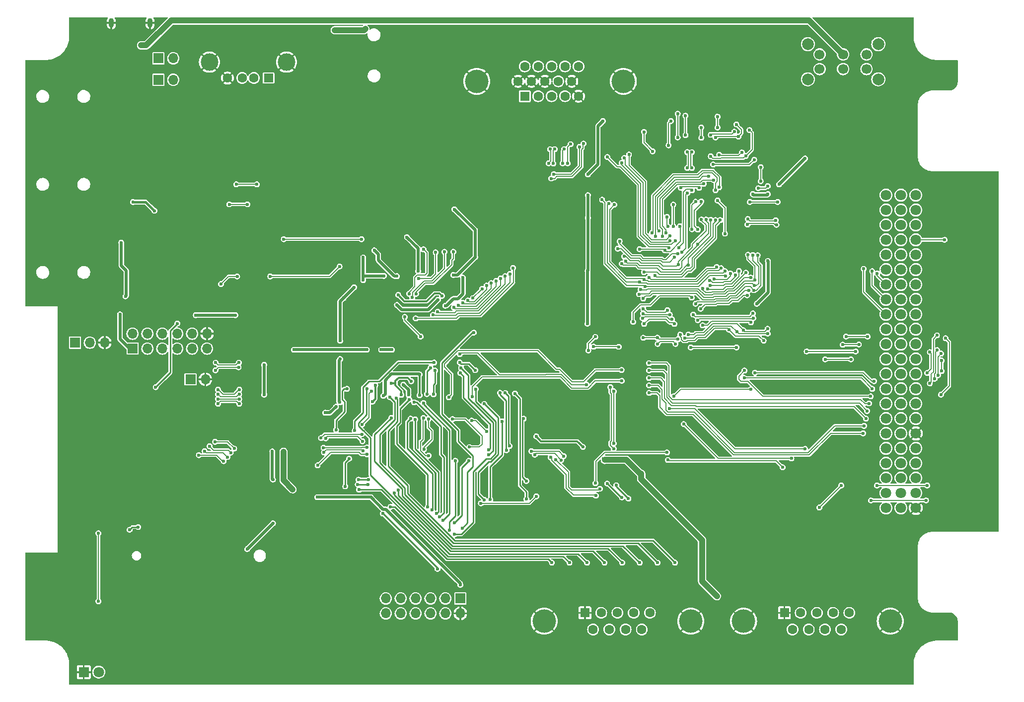
<source format=gbl>
%TF.GenerationSoftware,KiCad,Pcbnew,(7.0.0)*%
%TF.CreationDate,2023-03-17T13:53:49-07:00*%
%TF.ProjectId,aquarius-plus,61717561-7269-4757-932d-706c75732e6b,rev?*%
%TF.SameCoordinates,Original*%
%TF.FileFunction,Copper,L2,Bot*%
%TF.FilePolarity,Positive*%
%FSLAX46Y46*%
G04 Gerber Fmt 4.6, Leading zero omitted, Abs format (unit mm)*
G04 Created by KiCad (PCBNEW (7.0.0)) date 2023-03-17 13:53:49*
%MOMM*%
%LPD*%
G01*
G04 APERTURE LIST*
%TA.AperFunction,ComponentPad*%
%ADD10C,1.800000*%
%TD*%
%TA.AperFunction,ComponentPad*%
%ADD11R,1.700000X1.700000*%
%TD*%
%TA.AperFunction,ComponentPad*%
%ADD12O,1.700000X1.700000*%
%TD*%
%TA.AperFunction,ComponentPad*%
%ADD13C,4.000000*%
%TD*%
%TA.AperFunction,ComponentPad*%
%ADD14R,1.600000X1.600000*%
%TD*%
%TA.AperFunction,ComponentPad*%
%ADD15C,1.600000*%
%TD*%
%TA.AperFunction,ComponentPad*%
%ADD16C,2.000000*%
%TD*%
%TA.AperFunction,ComponentPad*%
%ADD17C,1.700000*%
%TD*%
%TA.AperFunction,ComponentPad*%
%ADD18O,0.900000X1.600000*%
%TD*%
%TA.AperFunction,ComponentPad*%
%ADD19R,1.600000X1.500000*%
%TD*%
%TA.AperFunction,ComponentPad*%
%ADD20C,3.000000*%
%TD*%
%TA.AperFunction,ComponentPad*%
%ADD21R,1.800000X1.800000*%
%TD*%
%TA.AperFunction,ViaPad*%
%ADD22C,0.600000*%
%TD*%
%TA.AperFunction,Conductor*%
%ADD23C,0.500000*%
%TD*%
%TA.AperFunction,Conductor*%
%ADD24C,0.300000*%
%TD*%
%TA.AperFunction,Conductor*%
%ADD25C,0.400000*%
%TD*%
%TA.AperFunction,Conductor*%
%ADD26C,1.000000*%
%TD*%
%TA.AperFunction,Conductor*%
%ADD27C,0.250000*%
%TD*%
%TA.AperFunction,Conductor*%
%ADD28C,0.200000*%
%TD*%
G04 APERTURE END LIST*
D10*
%TO.P,J10,1,Pin_1*%
%TO.N,unconnected-(J10-Pin_1-Pad1)*%
X214825000Y-65830000D03*
X212285000Y-65830000D03*
%TO.P,J10,2,Pin_2*%
%TO.N,CASSETTE_OUT*%
X217365000Y-65830000D03*
%TO.P,J10,3,Pin_3*%
%TO.N,INT#*%
X214825000Y-68370000D03*
X212285000Y-68370000D03*
%TO.P,J10,4,Pin_4*%
%TO.N,BUSREQ#*%
X217365000Y-68370000D03*
%TO.P,J10,5,Pin_5*%
%TO.N,RESET#*%
X214825000Y-70910000D03*
X212285000Y-70910000D03*
%TO.P,J10,6,Pin_6*%
%TO.N,M1#*%
X217365000Y-70910000D03*
%TO.P,J10,7,Pin_7*%
%TO.N,RFSH#*%
X214825000Y-73450000D03*
X212285000Y-73450000D03*
%TO.P,J10,8,Pin_8*%
%TO.N,PHI*%
X217365000Y-73450000D03*
%TO.P,J10,9,Pin_9*%
%TO.N,A15*%
X214825000Y-75990000D03*
X212285000Y-75990000D03*
%TO.P,J10,10,Pin_10*%
%TO.N,A14*%
X217365000Y-75990000D03*
%TO.P,J10,11,Pin_11*%
%TO.N,CART_CE#*%
X214825000Y-78530000D03*
X212285000Y-78530000D03*
%TO.P,J10,12,Pin_12*%
%TO.N,A6*%
X217365000Y-78530000D03*
%TO.P,J10,13,Pin_13*%
%TO.N,A5*%
X214825000Y-81070000D03*
X212285000Y-81070000D03*
%TO.P,J10,14,Pin_14*%
%TO.N,A7*%
X217365000Y-81070000D03*
%TO.P,J10,15,Pin_15*%
%TO.N,A4*%
X214825000Y-83610000D03*
X212285000Y-83610000D03*
%TO.P,J10,16,Pin_16*%
%TO.N,A8*%
X217365000Y-83610000D03*
%TO.P,J10,17,Pin_17*%
%TO.N,A3*%
X214825000Y-86150000D03*
X212285000Y-86150000D03*
%TO.P,J10,18,Pin_18*%
%TO.N,A9*%
X217365000Y-86150000D03*
%TO.P,J10,19,Pin_19*%
%TO.N,A2*%
X214825000Y-88690000D03*
X212285000Y-88690000D03*
%TO.P,J10,20,Pin_20*%
%TO.N,A10*%
X217365000Y-88690000D03*
%TO.P,J10,21,Pin_21*%
%TO.N,A1*%
X214825000Y-91230000D03*
X212285000Y-91230000D03*
%TO.P,J10,22,Pin_22*%
%TO.N,A11*%
X217365000Y-91230000D03*
%TO.P,J10,23,Pin_23*%
%TO.N,A0*%
X214825000Y-93770000D03*
X212285000Y-93770000D03*
%TO.P,J10,24,Pin_24*%
%TO.N,A12*%
X217365000Y-93770000D03*
%TO.P,J10,25,Pin_25*%
%TO.N,+5V*%
X214825000Y-96310000D03*
X212285000Y-96310000D03*
%TO.P,J10,26,Pin_26*%
%TO.N,D0*%
X217365000Y-96310000D03*
%TO.P,J10,27,Pin_27*%
%TO.N,D1*%
X214825000Y-98850000D03*
X212285000Y-98850000D03*
%TO.P,J10,28,Pin_28*%
%TO.N,D2*%
X217365000Y-98850000D03*
%TO.P,J10,29,Pin_29*%
%TO.N,D3*%
X214825000Y-101390000D03*
X212285000Y-101390000D03*
%TO.P,J10,30,Pin_30*%
%TO.N,D4*%
X217365000Y-101390000D03*
%TO.P,J10,31,Pin_31*%
%TO.N,D5*%
X214825000Y-103930000D03*
X212285000Y-103930000D03*
%TO.P,J10,32,Pin_32*%
%TO.N,D6*%
X217365000Y-103930000D03*
%TO.P,J10,33,Pin_33*%
%TO.N,D7*%
X214825000Y-106470000D03*
X212285000Y-106470000D03*
%TO.P,J10,34,Pin_34*%
%TO.N,GND*%
X217365000Y-106470000D03*
%TO.P,J10,35,Pin_35*%
%TO.N,RD#*%
X214825000Y-109010000D03*
X212285000Y-109010000D03*
%TO.P,J10,36,Pin_36*%
%TO.N,A13*%
X217365000Y-109010000D03*
%TO.P,J10,37,Pin_37*%
%TO.N,WR#*%
X214825000Y-111550000D03*
X212285000Y-111550000D03*
%TO.P,J10,38,Pin_38*%
%TO.N,MREQ#*%
X217365000Y-111550000D03*
%TO.P,J10,39,Pin_39*%
%TO.N,NMI#*%
X214825000Y-114090000D03*
X212285000Y-114090000D03*
%TO.P,J10,40,Pin_40*%
%TO.N,WAIT#*%
X217365000Y-114090000D03*
%TO.P,J10,41,Pin_41*%
%TO.N,HALT#*%
X214825000Y-116630000D03*
X212285000Y-116630000D03*
%TO.P,J10,42,Pin_42*%
%TO.N,BUSACK#*%
X217365000Y-116630000D03*
%TO.P,J10,43,Pin_43*%
%TO.N,IORQ#*%
X214825000Y-119170000D03*
X212285000Y-119170000D03*
%TO.P,J10,44,Pin_44*%
%TO.N,GND*%
X217365000Y-119170000D03*
%TD*%
D11*
%TO.P,JP3,1,A*%
%TO.N,Net-(JP3-A)*%
X93699999Y-97249999D03*
D12*
%TO.P,JP3,2,B*%
%TO.N,GND*%
X96239999Y-97249999D03*
%TD*%
D13*
%TO.P,J14,0,PAD*%
%TO.N,GND*%
X187990000Y-138489669D03*
X212990000Y-138489669D03*
D14*
%TO.P,J14,1,1*%
X194949999Y-137069668D03*
D15*
%TO.P,J14,2,2*%
%TO.N,Net-(J14-Pad2)*%
X197720000Y-137069669D03*
%TO.P,J14,3,3*%
%TO.N,Net-(J14-Pad3)*%
X200490000Y-137069669D03*
%TO.P,J14,4,4*%
%TO.N,Net-(J14-Pad4)*%
X203260000Y-137069669D03*
%TO.P,J14,5,5*%
%TO.N,Net-(J14-Pad5)*%
X206030000Y-137069669D03*
%TO.P,J14,6,6*%
%TO.N,Net-(J14-Pad6)*%
X196335000Y-139909669D03*
%TO.P,J14,7,7*%
%TO.N,Net-(J14-Pad7)*%
X199105000Y-139909669D03*
%TO.P,J14,8,8*%
%TO.N,Net-(J14-Pad8)*%
X201875000Y-139909669D03*
%TO.P,J14,9,9*%
%TO.N,Net-(J14-Pad9)*%
X204645000Y-139909669D03*
%TD*%
D11*
%TO.P,J11,1,Pin_1*%
%TO.N,+3V3*%
X139699999Y-134619999D03*
D12*
%TO.P,J11,2,Pin_2*%
%TO.N,GND*%
X139699999Y-137159999D03*
%TO.P,J11,3,Pin_3*%
%TO.N,FPGA_EXP1*%
X137159999Y-134619999D03*
%TO.P,J11,4,Pin_4*%
%TO.N,FPGA_EXP0*%
X137159999Y-137159999D03*
%TO.P,J11,5,Pin_5*%
%TO.N,FPGA_EXP3*%
X134619999Y-134619999D03*
%TO.P,J11,6,Pin_6*%
%TO.N,FPGA_EXP2*%
X134619999Y-137159999D03*
%TO.P,J11,7,Pin_7*%
%TO.N,FPGA_EXP5*%
X132079999Y-134619999D03*
%TO.P,J11,8,Pin_8*%
%TO.N,FPGA_EXP4*%
X132079999Y-137159999D03*
%TO.P,J11,9,Pin_9*%
%TO.N,FPGA_EXP7*%
X129539999Y-134619999D03*
%TO.P,J11,10,Pin_10*%
%TO.N,FPGA_EXP6*%
X129539999Y-137159999D03*
%TO.P,J11,11,Pin_11*%
%TO.N,FPGA_EXP9*%
X126999999Y-134619999D03*
%TO.P,J11,12,Pin_12*%
%TO.N,FPGA_EXP8*%
X126999999Y-137159999D03*
%TD*%
D16*
%TO.P,SW1,*%
%TO.N,*%
X210957500Y-46082500D03*
X210957500Y-40082500D03*
X198957500Y-46082500D03*
X198957500Y-40082500D03*
D17*
%TO.P,SW1,1,A*%
%TO.N,+5V*%
X208957500Y-44332500D03*
%TO.P,SW1,2,B*%
%TO.N,VBUS*%
X204957500Y-44332500D03*
%TO.P,SW1,3,C*%
%TO.N,unconnected-(SW1A-C-Pad3)*%
X200957500Y-44332500D03*
%TO.P,SW1,4,A*%
%TO.N,+5V*%
X208957500Y-41832500D03*
%TO.P,SW1,5,B*%
%TO.N,VBUS*%
X204957500Y-41832500D03*
%TO.P,SW1,6,C*%
%TO.N,unconnected-(SW1B-C-Pad6)*%
X200957500Y-41832500D03*
%TD*%
D11*
%TO.P,J8,1,Pin_1*%
%TO.N,Net-(J8-Pin_1)*%
X73999999Y-90999999D03*
D12*
%TO.P,J8,2,Pin_2*%
%TO.N,Net-(J8-Pin_2)*%
X76539999Y-90999999D03*
%TO.P,J8,3,Pin_3*%
%TO.N,GND*%
X79079999Y-90999999D03*
%TD*%
D18*
%TO.P,J1,6,Shield*%
%TO.N,GND*%
X86799999Y-36449999D03*
X80199999Y-36449999D03*
%TD*%
D13*
%TO.P,J2,0*%
%TO.N,GND*%
X167495000Y-46430000D03*
X142505000Y-46430000D03*
D14*
%TO.P,J2,1*%
%TO.N,Net-(J2-Pad1)*%
X150684999Y-48969999D03*
D15*
%TO.P,J2,2*%
%TO.N,Net-(J2-Pad2)*%
X152975000Y-48970000D03*
%TO.P,J2,3*%
%TO.N,Net-(J2-Pad3)*%
X155265000Y-48970000D03*
%TO.P,J2,4*%
%TO.N,unconnected-(J2-Pad4)*%
X157555000Y-48970000D03*
%TO.P,J2,5*%
%TO.N,GND*%
X159845000Y-48970000D03*
%TO.P,J2,6*%
X149545000Y-46430000D03*
%TO.P,J2,7*%
X151835000Y-46430000D03*
%TO.P,J2,8*%
X154125000Y-46430000D03*
%TO.P,J2,9*%
%TO.N,unconnected-(J2-Pad9)*%
X156415000Y-46430000D03*
%TO.P,J2,10*%
%TO.N,GND*%
X158705000Y-46430000D03*
%TO.P,J2,11*%
%TO.N,unconnected-(J2-Pad11)*%
X150685000Y-43890000D03*
%TO.P,J2,12*%
%TO.N,unconnected-(J2-Pad12)*%
X152975000Y-43890000D03*
%TO.P,J2,13*%
%TO.N,Net-(J2-Pad13)*%
X155265000Y-43890000D03*
%TO.P,J2,14*%
%TO.N,Net-(J2-Pad14)*%
X157555000Y-43890000D03*
%TO.P,J2,15*%
%TO.N,unconnected-(J2-Pad15)*%
X159845000Y-43890000D03*
%TD*%
D19*
%TO.P,J4,1,VBUS*%
%TO.N,+5V*%
X106999999Y-45859999D03*
D15*
%TO.P,J4,2,D-*%
%TO.N,ESP_USB_DM*%
X104500000Y-45860000D03*
%TO.P,J4,3,D+*%
%TO.N,ESP_USB_DP*%
X102500000Y-45860000D03*
%TO.P,J4,4,GND*%
%TO.N,GND*%
X100000000Y-45860000D03*
D20*
%TO.P,J4,5,Shield*%
X110070000Y-43150000D03*
X96930000Y-43150000D03*
%TD*%
D21*
%TO.P,D3,1,K*%
%TO.N,GND*%
X75499999Y-147174999D03*
D10*
%TO.P,D3,2,A*%
%TO.N,Net-(D3-A)*%
X78040000Y-147175000D03*
%TD*%
D11*
%TO.P,J9,1,Pin_1*%
%TO.N,+3V3*%
X83819999Y-91999999D03*
D12*
%TO.P,J9,2,Pin_2*%
%TO.N,ESP_EXP0*%
X83819999Y-89459999D03*
%TO.P,J9,3,Pin_3*%
%TO.N,ESP_EXP1*%
X86359999Y-91999999D03*
%TO.P,J9,4,Pin_4*%
%TO.N,ESP_EXP2*%
X86359999Y-89459999D03*
%TO.P,J9,5,Pin_5*%
%TO.N,ESP_EXP3*%
X88899999Y-91999999D03*
%TO.P,J9,6,Pin_6*%
%TO.N,ESP_EXP4*%
X88899999Y-89459999D03*
%TO.P,J9,7,Pin_7*%
%TO.N,ESP_EXP5*%
X91439999Y-91999999D03*
%TO.P,J9,8,Pin_8*%
%TO.N,ESP_EXP6*%
X91439999Y-89459999D03*
%TO.P,J9,9,Pin_9*%
%TO.N,ESP_EXP7*%
X93979999Y-91999999D03*
%TO.P,J9,10,Pin_10*%
%TO.N,ESP_EXP8*%
X93979999Y-89459999D03*
%TO.P,J9,11,Pin_11*%
%TO.N,ESP_EXP9*%
X96519999Y-91999999D03*
%TO.P,J9,12,Pin_12*%
%TO.N,GND*%
X96519999Y-89459999D03*
%TD*%
D11*
%TO.P,JP2,1,A*%
%TO.N,Net-(J1-D+)*%
X88224999Y-46149999D03*
D12*
%TO.P,JP2,2,B*%
%TO.N,ESP_USB_DP*%
X90764999Y-46149999D03*
%TD*%
D13*
%TO.P,J13,0,PAD*%
%TO.N,GND*%
X153990000Y-138489669D03*
X178990000Y-138489669D03*
D14*
%TO.P,J13,1,1*%
X160949999Y-137069668D03*
D15*
%TO.P,J13,2,2*%
%TO.N,Net-(J13-Pad2)*%
X163720000Y-137069669D03*
%TO.P,J13,3,3*%
%TO.N,Net-(J13-Pad3)*%
X166490000Y-137069669D03*
%TO.P,J13,4,4*%
%TO.N,Net-(J13-Pad4)*%
X169260000Y-137069669D03*
%TO.P,J13,5,5*%
%TO.N,Net-(J13-Pad5)*%
X172030000Y-137069669D03*
%TO.P,J13,6,6*%
%TO.N,Net-(J13-Pad6)*%
X162335000Y-139909669D03*
%TO.P,J13,7,7*%
%TO.N,Net-(J13-Pad7)*%
X165105000Y-139909669D03*
%TO.P,J13,8,8*%
%TO.N,Net-(J13-Pad8)*%
X167875000Y-139909669D03*
%TO.P,J13,9,9*%
%TO.N,Net-(J13-Pad9)*%
X170645000Y-139909669D03*
%TD*%
D11*
%TO.P,JP1,1,A*%
%TO.N,Net-(J1-D-)*%
X88224999Y-42499999D03*
D12*
%TO.P,JP1,2,B*%
%TO.N,ESP_USB_DM*%
X90764999Y-42499999D03*
%TD*%
D22*
%TO.N,+1V2*%
X130000000Y-98150000D03*
X128900000Y-84550000D03*
X135875980Y-83673519D03*
X128050000Y-92200000D03*
X123750000Y-92200000D03*
X126200000Y-92200000D03*
X130876541Y-99899500D03*
X111350000Y-92200000D03*
%TO.N,GND*%
X92900000Y-109300000D03*
X84000000Y-56000000D03*
X113000000Y-94000000D03*
X125643472Y-131645618D03*
X149294300Y-130458525D03*
X144800000Y-53050000D03*
X102500000Y-105000000D03*
X87500000Y-60000000D03*
X131250000Y-107222944D03*
X146691978Y-122690199D03*
X105550000Y-91150000D03*
X160487500Y-115525000D03*
X123450000Y-97250000D03*
X128250000Y-82400000D03*
X139800000Y-52050000D03*
X72500000Y-115850000D03*
X191626950Y-124180879D03*
X168500000Y-101000000D03*
X208150000Y-118700000D03*
X144875500Y-93186826D03*
X109550000Y-108150000D03*
X198000000Y-114500000D03*
X118750000Y-51200000D03*
X148571276Y-100539340D03*
X141752236Y-131560835D03*
X163750000Y-61550000D03*
X111500000Y-104500000D03*
X95800000Y-78800000D03*
X114500000Y-105500000D03*
X195700000Y-83550000D03*
X152537500Y-115525000D03*
X157431153Y-103967293D03*
X97850000Y-123450000D03*
X155800000Y-107000000D03*
X210550000Y-91850000D03*
X163750000Y-79550000D03*
X125931042Y-98729440D03*
X95000000Y-73300000D03*
X76650000Y-119800000D03*
X213200000Y-53850000D03*
X75000000Y-37500000D03*
X140000000Y-40000000D03*
X175450000Y-61400000D03*
X160450000Y-80074500D03*
X216500000Y-62000000D03*
X230000000Y-92500000D03*
X136250000Y-76450000D03*
X134250000Y-107241411D03*
X95000000Y-82550000D03*
X124965208Y-139869565D03*
X216600000Y-126700000D03*
X100000000Y-60000000D03*
X148550000Y-84250000D03*
X230000000Y-107500000D03*
X195600000Y-66300000D03*
X128650000Y-76450000D03*
X201000000Y-121000000D03*
X126717958Y-110831657D03*
X91259099Y-81777475D03*
X184844313Y-130539601D03*
X126650000Y-76450000D03*
X137750000Y-76450000D03*
X122000000Y-61500000D03*
X165000000Y-40000000D03*
X142550000Y-96750000D03*
X152550000Y-68600000D03*
X83950000Y-68500000D03*
X221750000Y-65250000D03*
X186900000Y-72300000D03*
X116444520Y-143557625D03*
X109558156Y-61053128D03*
X123450000Y-90750000D03*
X123450000Y-87250000D03*
X69000000Y-67700000D03*
X193750000Y-117000000D03*
X102250000Y-91150000D03*
X91500000Y-116350000D03*
X69000000Y-52700000D03*
X106250000Y-108150000D03*
X204500000Y-68500000D03*
X133300000Y-76450000D03*
X105000000Y-40000000D03*
X152600000Y-86600000D03*
X109500000Y-117000000D03*
X195000000Y-90000000D03*
X177500000Y-40000000D03*
X119380000Y-124460000D03*
X72940922Y-122049922D03*
X203050000Y-110300000D03*
X82040811Y-122693347D03*
X180800000Y-58800000D03*
X137900000Y-90150000D03*
X67500000Y-130000000D03*
X117450000Y-99750000D03*
X130150000Y-76450000D03*
X194900000Y-105200000D03*
X211127032Y-125782335D03*
X183500000Y-148500000D03*
X132750000Y-107234024D03*
X82500000Y-50000000D03*
X230000000Y-122500000D03*
X83950000Y-72000000D03*
X156300714Y-119510837D03*
X171350000Y-111050000D03*
X156140219Y-113406813D03*
X160500000Y-109725000D03*
X160450000Y-71050000D03*
X177500000Y-47500000D03*
X147093563Y-143345667D03*
X81100000Y-147800000D03*
X182880000Y-121920000D03*
X197800000Y-111300000D03*
X107500000Y-87500000D03*
X207500000Y-83300000D03*
X157200000Y-107000000D03*
X123450000Y-93750000D03*
X108700000Y-126300000D03*
X92800000Y-112650000D03*
X208950000Y-117050000D03*
X148550000Y-92950000D03*
X132500000Y-70550000D03*
X128250000Y-107234024D03*
X121300000Y-39000000D03*
X208500000Y-74600000D03*
X127500000Y-51200000D03*
X112500000Y-67500000D03*
X163750000Y-70500000D03*
X117450000Y-84250000D03*
X142200000Y-87400000D03*
X195000000Y-52500000D03*
X102500000Y-142500000D03*
X111500000Y-102000000D03*
X205305839Y-61130625D03*
X137550000Y-97600000D03*
X87500000Y-142500000D03*
X164284443Y-119652142D03*
X166500000Y-93500000D03*
X230000000Y-62500000D03*
X153545267Y-100364017D03*
X220500000Y-141000000D03*
X145150000Y-70300000D03*
X206500000Y-121000000D03*
X98100000Y-71950000D03*
X135750000Y-107245105D03*
X137750000Y-80100000D03*
X198120000Y-75521736D03*
X171600000Y-83849500D03*
X107500000Y-85000000D03*
X97500000Y-115000000D03*
X110900000Y-147800000D03*
X142550000Y-90250000D03*
X169350000Y-74150000D03*
X150850000Y-64350000D03*
X131700000Y-93650000D03*
X141582670Y-140208697D03*
X139000000Y-82550000D03*
X205400000Y-66850000D03*
X126500000Y-103900000D03*
X190000000Y-47500000D03*
X137900000Y-70550000D03*
X131700000Y-76450000D03*
X221150000Y-121700000D03*
X144000000Y-112950000D03*
X72500000Y-135000000D03*
X124650000Y-76450000D03*
X190500000Y-104140000D03*
X153159780Y-78179209D03*
X128050000Y-94450000D03*
X117475000Y-93000000D03*
X195000000Y-95000000D03*
X92500000Y-55000000D03*
X151660962Y-108711091D03*
X102500000Y-85000000D03*
X126750000Y-82400000D03*
X81100000Y-126350000D03*
X126000000Y-51200000D03*
X139250000Y-76450000D03*
X196000000Y-38000000D03*
X160450000Y-62050000D03*
X221000000Y-46500000D03*
X129750000Y-107234024D03*
X192650000Y-62300000D03*
X134750000Y-76450000D03*
X190000000Y-40000000D03*
X127950000Y-86950000D03*
X168500000Y-69500000D03*
X138100500Y-101350000D03*
X67500000Y-140000000D03*
X152450000Y-95850000D03*
X162050000Y-111650000D03*
X215000000Y-148000000D03*
X81800000Y-80750000D03*
X131000000Y-148500000D03*
X210850000Y-110150000D03*
X90400000Y-123450000D03*
X102500000Y-87500000D03*
X95300000Y-119450000D03*
X140250000Y-107300000D03*
X69000000Y-82700000D03*
X152500000Y-40000000D03*
X120000000Y-57500000D03*
X148550000Y-91450000D03*
X190050000Y-63000000D03*
X138750000Y-107300000D03*
X188118168Y-94482417D03*
X210150000Y-114500000D03*
X126750000Y-107222944D03*
X140750000Y-76450000D03*
X160425000Y-89074500D03*
X132000000Y-52000000D03*
X170000000Y-96500000D03*
X188478522Y-83820745D03*
X106500000Y-104500000D03*
X82200000Y-40250000D03*
X106500000Y-102000000D03*
X149000000Y-148500000D03*
X125000000Y-42500000D03*
X176650000Y-65200000D03*
X120250000Y-51200000D03*
X193650000Y-118400000D03*
X82950000Y-70250000D03*
X102250000Y-92650000D03*
X179600000Y-112700000D03*
X230000000Y-77500000D03*
X195500000Y-68500000D03*
X72500000Y-96150000D03*
X127899500Y-101354993D03*
X206256373Y-98431978D03*
X105000000Y-75000000D03*
X95000000Y-105000000D03*
X131200000Y-84600000D03*
X117350000Y-91400000D03*
X139623583Y-100948583D03*
X214500000Y-38000000D03*
X149250000Y-112750000D03*
X137250000Y-107228484D03*
%TO.N,+2V5*%
X142250000Y-76400000D03*
X131350000Y-97550000D03*
X128887500Y-79662500D03*
X138500000Y-79450000D03*
X129648137Y-99899500D03*
X127900000Y-97950000D03*
X138700000Y-68250000D03*
X129100500Y-82850000D03*
X125200000Y-98300000D03*
X136575000Y-83000000D03*
X125025000Y-75250000D03*
X124750000Y-101049500D03*
%TO.N,+3V3*%
X132500000Y-78775000D03*
X137130082Y-84680083D03*
X94600000Y-86300000D03*
X115300000Y-117350000D03*
X82600000Y-83100000D03*
X123150000Y-80350000D03*
X121600000Y-81550000D03*
X107650000Y-109550000D03*
X152624950Y-106976199D03*
X124460000Y-117350000D03*
X81667486Y-86165115D03*
X106275000Y-99850000D03*
X123150000Y-76450000D03*
X83900000Y-67000000D03*
X103350000Y-126200000D03*
X119200000Y-90675000D03*
X160590441Y-108771239D03*
X81900000Y-73950000D03*
X139686432Y-132299956D03*
X87550000Y-68500000D03*
X132750000Y-99975000D03*
X116675000Y-102950000D03*
X130600000Y-73000000D03*
X119775000Y-83400000D03*
X119200000Y-93800980D03*
X132750000Y-96400000D03*
X107750000Y-114350000D03*
X140150000Y-79900000D03*
X107750000Y-121800000D03*
X118500000Y-101925000D03*
X126650000Y-79600000D03*
X101350000Y-86300000D03*
X119152190Y-101147810D03*
X126575000Y-100075000D03*
X106250000Y-94775000D03*
%TO.N,+5V*%
X194050000Y-64000000D03*
X161450000Y-62300000D03*
X192150000Y-65650000D03*
X161400000Y-78750000D03*
X183442229Y-134237205D03*
X161375000Y-87750000D03*
X123500000Y-37500000D03*
X161450000Y-65850000D03*
X118300000Y-37700000D03*
X170550000Y-113350000D03*
X189550000Y-65650000D03*
X111100000Y-116000000D03*
X164025000Y-53200000D03*
X161450000Y-69700000D03*
X164089070Y-110789069D03*
X198475000Y-59575000D03*
X190250500Y-84350000D03*
X109550000Y-109600000D03*
X192150000Y-77050000D03*
%TO.N,FPGA_EXP1*%
X142338517Y-98919984D03*
X138686344Y-123685104D03*
%TO.N,FPGA_EXP2*%
X142242876Y-95678814D03*
X126499846Y-120143985D03*
X120739626Y-110783139D03*
X139583644Y-94349198D03*
X135810548Y-129576794D03*
X135242042Y-94389901D03*
X120086188Y-115495107D03*
X121700500Y-106000500D03*
%TO.N,FPGA_EXP3*%
X144526697Y-109290478D03*
X135388978Y-95750500D03*
X137819055Y-122942283D03*
X139700000Y-96175500D03*
X138845192Y-111131280D03*
X135118652Y-99806530D03*
%TO.N,FPGA_EXP4*%
X141119329Y-111155703D03*
X133992561Y-99774793D03*
X139828816Y-95295089D03*
X144569841Y-110130511D03*
X138712864Y-121680505D03*
X134620000Y-95282529D03*
%TO.N,FPGA_EXP5*%
X136721136Y-121305102D03*
X133399500Y-101273654D03*
%TO.N,FPGA_EXP6*%
X136181480Y-120715207D03*
X131838044Y-101175195D03*
%TO.N,CASSETTE_IN*%
X100300000Y-67400000D03*
X103400000Y-67400000D03*
%TO.N,Net-(J12-WRITE_PROTECT)*%
X83310857Y-122894453D03*
X84785914Y-122431936D03*
%TO.N,SPI_CS#*%
X122900000Y-106600000D03*
X101150000Y-109050000D03*
X97907230Y-107898362D03*
X115950000Y-107250000D03*
%TO.N,FPGA_PROG#*%
X101650000Y-79700000D03*
X98876838Y-80993534D03*
X107300000Y-79700000D03*
X119100000Y-78000000D03*
%TO.N,FPGA_DONE*%
X123780500Y-110050000D03*
X144175535Y-106117891D03*
X141641904Y-104289727D03*
X115363917Y-111913917D03*
%TO.N,SPI_SCLK*%
X116750000Y-107300000D03*
X96950000Y-108650000D03*
X100550500Y-109750000D03*
X123000000Y-107800000D03*
%TO.N,CASSETTE_OUT*%
X105000000Y-64000000D03*
X101500000Y-64000000D03*
X122850000Y-73350000D03*
X109599980Y-73350000D03*
%TO.N,INT#*%
X155550000Y-60450000D03*
X155800000Y-58000500D03*
%TO.N,NMI#*%
X183200000Y-56000000D03*
X186755888Y-53769112D03*
X219749500Y-92601089D03*
X187100000Y-55850000D03*
X219300000Y-96150000D03*
%TO.N,BUSREQ#*%
X183550000Y-52450000D03*
X175600000Y-53200000D03*
X175212500Y-57337500D03*
X155652540Y-62250362D03*
X160000000Y-57600000D03*
X183550000Y-54299500D03*
%TO.N,BUSACK#*%
X160700000Y-57047607D03*
X221700000Y-92850000D03*
X178081345Y-52283523D03*
X221150000Y-96550000D03*
X155200000Y-63000000D03*
X178100000Y-55599500D03*
%TO.N,WAIT#*%
X176750000Y-56000000D03*
X220956414Y-89743586D03*
X176750000Y-51950500D03*
X219750000Y-97950000D03*
%TO.N,RESET#*%
X155000000Y-58000000D03*
X172500000Y-58350000D03*
X182400000Y-59200500D03*
X171000000Y-55050000D03*
X154752064Y-60399980D03*
X188350000Y-59149500D03*
X189000000Y-54740401D03*
%TO.N,SD_ACTIVITY*%
X78000000Y-123500000D03*
X78000000Y-135100000D03*
%TO.N,HC1_D04*%
X128770866Y-100458705D03*
X176302051Y-128513455D03*
%TO.N,Net-(U9-B4_IO_INIT_B)*%
X122950000Y-104950000D03*
X124550500Y-99300000D03*
%TO.N,VBUS*%
X85250000Y-40300000D03*
%TO.N,HC1_D03*%
X173301673Y-128521380D03*
X127688277Y-100269745D03*
%TO.N,HC1_D05*%
X127899500Y-103829133D03*
X170288034Y-128517824D03*
%TO.N,ESP_CTS*%
X98400000Y-99000000D03*
X102000000Y-99000000D03*
%TO.N,ESP_RX*%
X102000000Y-99799503D03*
X98400000Y-99800000D03*
%TO.N,ESP_RTS*%
X102000000Y-100599006D03*
X98400000Y-100600000D03*
%TO.N,ESP_TX*%
X98400000Y-101399503D03*
X102000000Y-101398509D03*
%TO.N,PRINTER_IN*%
X98000000Y-94400000D03*
X101950000Y-94400000D03*
%TO.N,PRINTER_OUT*%
X97950000Y-95700000D03*
X101901089Y-95198911D03*
%TO.N,HC1_D02*%
X124037328Y-114384128D03*
X122353035Y-114349292D03*
X167294459Y-128515710D03*
X129119794Y-116156038D03*
%TO.N,SYSCLK*%
X134300000Y-110250000D03*
X133399500Y-103829133D03*
%TO.N,HC1_D06*%
X164296664Y-128515054D03*
X123926340Y-115175889D03*
X128408968Y-116600500D03*
X122214498Y-115189016D03*
%TO.N,SPI_MISO*%
X95124161Y-110173661D03*
X99350000Y-111200000D03*
X133500000Y-109149020D03*
X134250000Y-104025500D03*
X123145229Y-109450500D03*
X116450000Y-109700000D03*
%TO.N,HC1_D01*%
X161302771Y-128526134D03*
X123745307Y-98882712D03*
%TO.N,HC1_D07*%
X120377244Y-98874500D03*
X118499500Y-105882346D03*
X122434821Y-116065947D03*
X158299752Y-128509513D03*
%TO.N,FPGA_EXP9*%
X134138539Y-118999500D03*
X131018412Y-100686314D03*
%TO.N,SPI_MOSI*%
X138368618Y-104037511D03*
X96100000Y-109500000D03*
X141260492Y-108800000D03*
X116377616Y-108903781D03*
X100000000Y-110500000D03*
X123780500Y-108850989D03*
%TO.N,HC1_D00*%
X127789948Y-118999500D03*
X155304020Y-128506089D03*
%TO.N,HC2_D04*%
X168363736Y-117588626D03*
X166296730Y-115315302D03*
%TO.N,HC2_D03*%
X167259697Y-117398241D03*
X164724395Y-115025054D03*
%TO.N,RAM_CE#*%
X141714017Y-100224918D03*
X167250000Y-97500000D03*
%TO.N,FPGA_PHI*%
X157353279Y-110336516D03*
X151812868Y-109496030D03*
%TO.N,ROM_CE#*%
X137725500Y-100325000D03*
X167200000Y-95650000D03*
%TO.N,HC2_D05*%
X150949500Y-114579120D03*
X150499500Y-103958571D03*
%TO.N,FPGA_CART_CE#*%
X156914711Y-111004994D03*
X152400000Y-110094007D03*
%TO.N,HC2_D02*%
X150949500Y-117663406D03*
X149022637Y-99660109D03*
%TO.N,HC2_D06*%
X147365860Y-99570917D03*
X148121276Y-108595185D03*
%TO.N,HC2_D01*%
X147571208Y-109338626D03*
X146453435Y-99551117D03*
%TO.N,HC2_D07*%
X144814192Y-117732489D03*
X146845494Y-104415631D03*
%TO.N,BA18*%
X132925000Y-89950000D03*
X139604034Y-92949989D03*
X161196494Y-98139722D03*
X130250000Y-86600000D03*
%TO.N,BA17*%
X176397822Y-73598060D03*
X167225970Y-60324030D03*
X180200000Y-87150000D03*
X189640859Y-86806963D03*
%TO.N,FPGA_A11*%
X141850000Y-83399500D03*
X143400000Y-81800980D03*
%TO.N,FPGA_A10*%
X141000000Y-83799020D03*
X144150000Y-81251941D03*
%TO.N,BA14*%
X189248540Y-87549020D03*
X181000839Y-88049161D03*
X175450000Y-72800000D03*
X168450000Y-58900000D03*
%TO.N,BA16*%
X175473911Y-73623911D03*
X188604771Y-82903075D03*
X180677666Y-85200000D03*
X167650000Y-59500000D03*
%TO.N,BA15*%
X188896420Y-82046420D03*
X175250000Y-74844664D03*
X164775000Y-59325000D03*
X179799500Y-84350000D03*
%TO.N,FPGA_A9*%
X144950000Y-80850000D03*
X140100000Y-84198540D03*
%TO.N,FPGA_A8*%
X145800000Y-80450500D03*
X139350000Y-84598060D03*
%TO.N,FPGA_A7*%
X138615598Y-84999500D03*
X146550000Y-80050980D03*
%TO.N,FPGA_A6*%
X147350000Y-79651460D03*
X135850000Y-85700980D03*
%TO.N,FPGA_A5*%
X135050000Y-86250500D03*
X148157788Y-79251940D03*
%TO.N,FPGA_A4*%
X132100000Y-86850000D03*
X148703550Y-78253550D03*
%TO.N,FPGA_A3*%
X138500000Y-75500000D03*
X132150500Y-82650000D03*
%TO.N,FPGA_A2*%
X131508725Y-83275980D03*
X137000000Y-75500000D03*
%TO.N,FPGA_A1*%
X135500000Y-75600000D03*
X132600500Y-80049500D03*
%TO.N,FPGA_A0*%
X130950000Y-82650000D03*
X133425000Y-75075000D03*
%TO.N,A9*%
X176200000Y-76450000D03*
X166550000Y-74950000D03*
X177996967Y-90199144D03*
X192100000Y-89450000D03*
X186838419Y-89108035D03*
%TO.N,A8*%
X187973911Y-88874411D03*
X178595638Y-89599644D03*
X166850000Y-73700000D03*
X176750000Y-75850000D03*
X192075840Y-88626337D03*
%TO.N,A7*%
X181852356Y-81862772D03*
X175100000Y-71200000D03*
X174950000Y-69550020D03*
X188400000Y-79049500D03*
%TO.N,A6*%
X182299500Y-81200000D03*
X187223661Y-78774161D03*
X176000000Y-71150000D03*
X176000000Y-67450000D03*
%TO.N,A5*%
X210775000Y-79200500D03*
X179200000Y-71650000D03*
X186600000Y-79450000D03*
X182199020Y-80406837D03*
X179800000Y-66949500D03*
%TO.N,A4*%
X185750000Y-79200000D03*
X182949720Y-80131783D03*
X180202768Y-71700000D03*
X180800000Y-66900000D03*
X209925000Y-78800980D03*
%TO.N,A3*%
X180400000Y-64600000D03*
X208475000Y-78401461D03*
X183550000Y-66750000D03*
X177300000Y-64600000D03*
X184800000Y-72400000D03*
X183404935Y-78100000D03*
X171868976Y-79848392D03*
%TO.N,A2*%
X171058865Y-80183348D03*
X184177102Y-78307275D03*
X165950000Y-67450000D03*
%TO.N,A1*%
X207650000Y-91300000D03*
X184850000Y-78800000D03*
X170300000Y-80650000D03*
X204900000Y-91350000D03*
X165025000Y-67275000D03*
%TO.N,A0*%
X184947770Y-79600000D03*
X171206898Y-81393102D03*
X206300000Y-93850000D03*
X201893586Y-93843586D03*
X163875000Y-66625000D03*
%TO.N,HC2_D00*%
X143777956Y-117789010D03*
X143808270Y-101430436D03*
%TO.N,D3*%
X209372060Y-101352280D03*
X183849011Y-64488171D03*
X171891941Y-94491721D03*
X172350000Y-72250000D03*
%TO.N,D2*%
X190400000Y-76100000D03*
X188139541Y-95745000D03*
X170896760Y-83469162D03*
X209675219Y-100147912D03*
X189750000Y-82050000D03*
%TO.N,D1*%
X188096459Y-97015000D03*
X189800000Y-81250000D03*
X209933791Y-98871593D03*
X190900500Y-63448911D03*
X190900000Y-61050000D03*
X170200000Y-82725500D03*
X189600000Y-76050000D03*
%TO.N,D0*%
X189950980Y-80350000D03*
X190500000Y-64650000D03*
X192099500Y-64300000D03*
X188750000Y-76000000D03*
X189949039Y-96100961D03*
X210233846Y-97552747D03*
X170435249Y-81926134D03*
%TO.N,A15*%
X193457069Y-70113377D03*
X172900000Y-79550000D03*
X184000000Y-70100000D03*
X188700000Y-69900020D03*
%TO.N,A14*%
X183200000Y-70100000D03*
X193600000Y-70900000D03*
X188650000Y-70850000D03*
X171000000Y-78984337D03*
%TO.N,A13*%
X167194173Y-77528296D03*
X178995158Y-91813489D03*
X177775000Y-104875000D03*
X178604821Y-77800000D03*
X186807694Y-91800000D03*
X182400000Y-70050000D03*
X196146420Y-110746420D03*
%TO.N,A12*%
X181064296Y-81728003D03*
X189200000Y-79900000D03*
X180153875Y-74193947D03*
X181602268Y-69996818D03*
X167864082Y-77091916D03*
%TO.N,A11*%
X185496110Y-88750000D03*
X177196620Y-89618929D03*
X180802268Y-69996818D03*
X207100000Y-92500000D03*
X191400000Y-90650000D03*
X167618586Y-76281414D03*
X198750000Y-92500000D03*
X176850000Y-77650000D03*
%TO.N,A10*%
X176125000Y-100125000D03*
X177150980Y-71148540D03*
X173350000Y-91200000D03*
X205450000Y-89950000D03*
X209150000Y-89950000D03*
X176397580Y-91200000D03*
X170250000Y-75050000D03*
X174547580Y-75250000D03*
X189206207Y-98955500D03*
%TO.N,WR#*%
X178400000Y-61199500D03*
X177500000Y-75546620D03*
X194650000Y-112250500D03*
X175100000Y-111000000D03*
X169150000Y-87450000D03*
X161525000Y-92325000D03*
X179150000Y-83300000D03*
X178423911Y-65473911D03*
X162700000Y-90000000D03*
X178400000Y-58500000D03*
%TO.N,RD#*%
X179199503Y-61199500D03*
X175375000Y-102225000D03*
X166700000Y-91700000D03*
X198500000Y-109100000D03*
X179199503Y-58500000D03*
X177000000Y-74799500D03*
X179200000Y-64999020D03*
X162425000Y-91675000D03*
X170900000Y-90150000D03*
X176797100Y-90400000D03*
X173300000Y-90150000D03*
%TO.N,IORQ#*%
X180800000Y-56050000D03*
X165854340Y-109094805D03*
X165273911Y-98573911D03*
X157400500Y-58000500D03*
X157150000Y-60399980D03*
X180800000Y-54300000D03*
%TO.N,MREQ#*%
X165873411Y-108167450D03*
X158500000Y-57150000D03*
X165900000Y-99300000D03*
X158000000Y-60399980D03*
%TO.N,M1#*%
X187700000Y-58550000D03*
X183850000Y-58950000D03*
%TO.N,D7*%
X171050980Y-87800000D03*
X171896593Y-99555000D03*
X176198060Y-87800000D03*
X181200000Y-63900000D03*
X174775589Y-72250000D03*
X208391648Y-106438095D03*
%TO.N,D6*%
X170769222Y-86827202D03*
X174176089Y-72846626D03*
X175798540Y-87000000D03*
X208559120Y-105172747D03*
X182900500Y-63250500D03*
X171882637Y-98278461D03*
%TO.N,D5*%
X208855686Y-103951593D03*
X173556881Y-71919709D03*
X171882636Y-97029395D03*
X182000000Y-62651000D03*
X175399020Y-86200000D03*
X170847231Y-86031514D03*
%TO.N,D4*%
X183200000Y-65000000D03*
X174999500Y-85450000D03*
X170900008Y-85200008D03*
X171882637Y-95724505D03*
X209061538Y-102632747D03*
X172957381Y-72846626D03*
%TO.N,PHI*%
X221650000Y-99850000D03*
X209700000Y-117900000D03*
X219100000Y-117900000D03*
X222450000Y-90250000D03*
X193800000Y-67000000D03*
X222250000Y-73450000D03*
X155992595Y-110930701D03*
X189050000Y-67000000D03*
X163485140Y-115916478D03*
%TO.N,HALT#*%
X221023911Y-92276089D03*
X182400000Y-55550000D03*
X186400000Y-55000000D03*
X220550500Y-97150000D03*
%TO.N,RFSH#*%
X189797822Y-59802178D03*
X182800000Y-60600000D03*
%TO.N,CART_CE#*%
X204650000Y-115350000D03*
X200900000Y-119100000D03*
X221749500Y-95834903D03*
X155093516Y-110559780D03*
X221749500Y-94050000D03*
X219300000Y-115350000D03*
X162811542Y-117091541D03*
X210750000Y-115350000D03*
%TO.N,RAM_ROM_WE#*%
X179394666Y-86200000D03*
X174935000Y-109715000D03*
X162750000Y-114950000D03*
X143212736Y-118400000D03*
X152650000Y-117200000D03*
X189600000Y-86000000D03*
%TO.N,FPGA_EXP7*%
X135640944Y-120126118D03*
X132003610Y-104082624D03*
%TO.N,FPGA_EXP8*%
X134841574Y-119552030D03*
X131214704Y-103952886D03*
%TO.N,FPGA_EXP0*%
X141991373Y-89282752D03*
X140026366Y-122626038D03*
%TO.N,ESP_EXP9*%
X91464258Y-87728255D03*
X87760329Y-98575477D03*
%TD*%
D23*
%TO.N,+1V2*%
X130876541Y-99026541D02*
X130000000Y-98150000D01*
X129700000Y-85350000D02*
X134199499Y-85350000D01*
X134199499Y-85350000D02*
X135875980Y-83673519D01*
X128050000Y-92200000D02*
X126200000Y-92200000D01*
X111350000Y-92200000D02*
X123750000Y-92200000D01*
X130876541Y-99899500D02*
X130876541Y-99026541D01*
X128900000Y-84550000D02*
X129700000Y-85350000D01*
D24*
%TO.N,+2V5*%
X125200000Y-100599500D02*
X125200000Y-98300000D01*
D23*
X125700000Y-75925000D02*
X125025000Y-75250000D01*
X142250000Y-76400000D02*
X139200000Y-79450000D01*
X142250000Y-71800000D02*
X142250000Y-76400000D01*
D24*
X128650000Y-98300000D02*
X128650000Y-98000000D01*
D23*
X128887500Y-79662500D02*
X128462500Y-79662500D01*
D24*
X129648137Y-99899500D02*
X129648137Y-99298137D01*
X130175980Y-83925480D02*
X129100500Y-82850000D01*
D23*
X128462500Y-79662500D02*
X125700000Y-76900000D01*
D24*
X129648137Y-99298137D02*
X128650000Y-98300000D01*
X128650000Y-97500000D02*
X129200000Y-96950000D01*
X128650000Y-98000000D02*
X128650000Y-97500000D01*
X133974520Y-83925480D02*
X130175980Y-83925480D01*
X127900000Y-97950000D02*
X128600000Y-97950000D01*
D23*
X125700000Y-76900000D02*
X125700000Y-75925000D01*
D24*
X129200000Y-96950000D02*
X130750000Y-96950000D01*
X136575000Y-83000000D02*
X136175000Y-82600000D01*
X135300000Y-82600000D02*
X133974520Y-83925480D01*
D23*
X138700000Y-68250000D02*
X142250000Y-71800000D01*
D24*
X136175000Y-82600000D02*
X135300000Y-82600000D01*
X124750000Y-101049500D02*
X125200000Y-100599500D01*
X128600000Y-97950000D02*
X128650000Y-98000000D01*
D23*
X139200000Y-79450000D02*
X138500000Y-79450000D01*
D24*
X130750000Y-96950000D02*
X131350000Y-97550000D01*
D25*
%TO.N,+3V3*%
X86050000Y-67000000D02*
X83900000Y-67000000D01*
D24*
X160590441Y-108771239D02*
X159618128Y-107798926D01*
D23*
X123150000Y-76450000D02*
X123150000Y-79750000D01*
X124460000Y-117350000D02*
X126503985Y-119393985D01*
X126891459Y-97408541D02*
X127950000Y-96350000D01*
X119006033Y-93994947D02*
X119200000Y-93800980D01*
X82750000Y-82950000D02*
X82600000Y-83100000D01*
X82750000Y-78700000D02*
X82750000Y-82950000D01*
X119200000Y-83975000D02*
X119775000Y-83400000D01*
X139300000Y-83500000D02*
X138500000Y-83500000D01*
X107650000Y-114250000D02*
X107750000Y-114350000D01*
X126891459Y-99758541D02*
X126891459Y-97408541D01*
X119152190Y-101147810D02*
X119006033Y-101001653D01*
X103350000Y-126200000D02*
X107750000Y-121800000D01*
X119200000Y-90675000D02*
X119200000Y-83975000D01*
X117350000Y-102950000D02*
X117475000Y-102950000D01*
X101350000Y-86300000D02*
X94600000Y-86300000D01*
X140150000Y-79900000D02*
X140150000Y-82650000D01*
D24*
X132750000Y-99975000D02*
X132750000Y-96400000D01*
D23*
X106275000Y-94800000D02*
X106250000Y-94775000D01*
X127950000Y-96350000D02*
X132700000Y-96350000D01*
X137319917Y-84680083D02*
X137130082Y-84680083D01*
X139116597Y-131472338D02*
X139686432Y-132042173D01*
X121600000Y-81575000D02*
X119775000Y-83400000D01*
X123150000Y-79750000D02*
X123150000Y-80350000D01*
X116675000Y-102950000D02*
X117350000Y-102950000D01*
X119006033Y-101001653D02*
X119006033Y-93994947D01*
X132700000Y-96350000D02*
X132750000Y-96400000D01*
X127020657Y-119393985D02*
X139099010Y-131472338D01*
X81900000Y-73950000D02*
X81900000Y-77850000D01*
X126503985Y-119393985D02*
X127020657Y-119393985D01*
D24*
X153447677Y-107798926D02*
X152624950Y-106976199D01*
D23*
X81667486Y-86165115D02*
X81667486Y-90377826D01*
X81900000Y-77850000D02*
X82750000Y-78700000D01*
D25*
X87550000Y-68500000D02*
X86050000Y-67000000D01*
D23*
X117475000Y-102950000D02*
X118500000Y-101925000D01*
X81667486Y-90377826D02*
X83289660Y-92000000D01*
X123300000Y-79600000D02*
X123150000Y-79750000D01*
X139099010Y-131472338D02*
X139116597Y-131472338D01*
X126650000Y-79600000D02*
X123300000Y-79600000D01*
X121600000Y-81550000D02*
X121600000Y-81575000D01*
X83289660Y-92000000D02*
X83820000Y-92000000D01*
X132500000Y-74900000D02*
X130600000Y-73000000D01*
X138500000Y-83500000D02*
X137319917Y-84680083D01*
X126575000Y-100075000D02*
X126891459Y-99758541D01*
X124460000Y-117350000D02*
X115300000Y-117350000D01*
X132500000Y-78775000D02*
X132500000Y-74900000D01*
X139300000Y-83500000D02*
X140150000Y-82650000D01*
X139686432Y-132042173D02*
X139686432Y-132299956D01*
D24*
X159618128Y-107798926D02*
X153447677Y-107798926D01*
D23*
X107650000Y-109550000D02*
X107650000Y-114250000D01*
X106275000Y-99850000D02*
X106275000Y-94800000D01*
D26*
%TO.N,+5V*%
X111100000Y-116000000D02*
X109550000Y-114450000D01*
X168020302Y-110946362D02*
X170556524Y-113482584D01*
D23*
X164025000Y-53200000D02*
X163150000Y-54075000D01*
D26*
X180914683Y-124653159D02*
X180914683Y-131709659D01*
D23*
X161450000Y-65850000D02*
X161450000Y-69700000D01*
D26*
X123300000Y-37700000D02*
X123500000Y-37500000D01*
D23*
X163150000Y-54075000D02*
X163150000Y-60600000D01*
D26*
X170556524Y-113482584D02*
X170556524Y-114295000D01*
X109550000Y-114450000D02*
X109550000Y-109600000D01*
X170556524Y-114295000D02*
X170556524Y-113356524D01*
X118300000Y-37700000D02*
X123300000Y-37700000D01*
D23*
X161400000Y-78750000D02*
X161400000Y-87725000D01*
X192000000Y-65800000D02*
X192150000Y-65650000D01*
X192175000Y-82425500D02*
X190250500Y-84350000D01*
X189700000Y-65800000D02*
X192000000Y-65800000D01*
D26*
X164385999Y-110946362D02*
X168020302Y-110946362D01*
D23*
X192150000Y-77050000D02*
X192175000Y-77075000D01*
X192175000Y-77075000D02*
X192175000Y-82425500D01*
X161400000Y-87725000D02*
X161375000Y-87750000D01*
X161450000Y-69700000D02*
X161450000Y-78700000D01*
D26*
X170556524Y-113356524D02*
X170550000Y-113350000D01*
D23*
X161450000Y-78700000D02*
X161400000Y-78750000D01*
X164139070Y-110789069D02*
X164089070Y-110789069D01*
X163150000Y-60600000D02*
X161450000Y-62300000D01*
D26*
X164341181Y-110991180D02*
X164385999Y-110946362D01*
D23*
X189550000Y-65650000D02*
X189700000Y-65800000D01*
D26*
X180914683Y-131709659D02*
X183442229Y-134237205D01*
D23*
X194050000Y-64000000D02*
X198475000Y-59575000D01*
D26*
X170556524Y-114295000D02*
X180914683Y-124653159D01*
D27*
%TO.N,FPGA_EXP1*%
X145725000Y-104443078D02*
X142338517Y-101056595D01*
X145725000Y-109859236D02*
X145725000Y-104443078D01*
X141897379Y-121638203D02*
X141897379Y-112970686D01*
X144112554Y-110755511D02*
X144828725Y-110755511D01*
X138686344Y-123685104D02*
X139850478Y-123685104D01*
X139850478Y-123685104D02*
X141897379Y-121638203D01*
X144828725Y-110755511D02*
X145725000Y-109859236D01*
X141897379Y-112970686D02*
X144112554Y-110755511D01*
X142338517Y-101056595D02*
X142338517Y-98919984D01*
%TO.N,FPGA_EXP2*%
X123120307Y-102956948D02*
X123120307Y-98623828D01*
X121700500Y-105744654D02*
X121700500Y-106000500D01*
X120088386Y-115492909D02*
X120088386Y-111434379D01*
X120088386Y-111434379D02*
X120739626Y-110783139D01*
X142242876Y-95678814D02*
X141143908Y-94579846D01*
X120086188Y-115495107D02*
X120088386Y-115492909D01*
X129096926Y-94389901D02*
X135242042Y-94389901D01*
X125875000Y-97611827D02*
X129096926Y-94389901D01*
X139814292Y-94579846D02*
X139583644Y-94349198D01*
X135810548Y-129454687D02*
X135810548Y-129576794D01*
X121700500Y-104376755D02*
X123120307Y-102956948D01*
X126499846Y-120143985D02*
X135810548Y-129454687D01*
X123120307Y-98623828D02*
X124132308Y-97611827D01*
X140316290Y-94579846D02*
X139814292Y-94579846D01*
X121700500Y-105744654D02*
X121700500Y-104376755D01*
X141143908Y-94579846D02*
X140316290Y-94579846D01*
X124132308Y-97611827D02*
X125875000Y-97611827D01*
%TO.N,FPGA_EXP3*%
X137819055Y-122942283D02*
X137819055Y-121576745D01*
X135118652Y-98158870D02*
X135118652Y-99806530D01*
X140248583Y-96724083D02*
X140248583Y-100339880D01*
X143546983Y-103638280D02*
X144800535Y-104891832D01*
X135388978Y-97888544D02*
X135118652Y-98158870D01*
X144800535Y-104891832D02*
X144800535Y-109016640D01*
X138845192Y-120550608D02*
X138845192Y-111131280D01*
X135388978Y-95750500D02*
X135388978Y-97888544D01*
X144800535Y-109016640D02*
X144526697Y-109290478D01*
X140248583Y-100339880D02*
X143546983Y-103638280D01*
X139700000Y-96175500D02*
X140248583Y-96724083D01*
X137819055Y-121576745D02*
X138845192Y-120550608D01*
%TO.N,FPGA_EXP4*%
X139919109Y-112355923D02*
X141119329Y-111155703D01*
X133992561Y-95909968D02*
X133992561Y-99774793D01*
X141089017Y-99966034D02*
X141094208Y-99960843D01*
X144569841Y-110130511D02*
X145275000Y-109425352D01*
X145275000Y-109425352D02*
X145275000Y-104629474D01*
X141848206Y-101242991D02*
X141089017Y-100483802D01*
X134620000Y-95282529D02*
X133992561Y-95909968D01*
X141888517Y-101242991D02*
X141848206Y-101242991D01*
X141094208Y-99960843D02*
X141094208Y-96560481D01*
X141089017Y-100483802D02*
X141089017Y-99966034D01*
X139919109Y-120474260D02*
X139919109Y-112355923D01*
X138712864Y-121680505D02*
X139919109Y-120474260D01*
X145275000Y-104629474D02*
X141888517Y-101242991D01*
X141094208Y-96560481D02*
X139828816Y-95295089D01*
%TO.N,FPGA_EXP5*%
X137875000Y-120151238D02*
X136721136Y-121305102D01*
X133399500Y-101273654D02*
X133399500Y-101452012D01*
X137875000Y-105927512D02*
X137875000Y-120151238D01*
X133399500Y-101452012D02*
X137875000Y-105927512D01*
%TO.N,FPGA_EXP6*%
X132283579Y-101175195D02*
X136375000Y-105266616D01*
X136375000Y-110005000D02*
X136919956Y-110549956D01*
X136919956Y-110549956D02*
X136919956Y-119976731D01*
X136375000Y-105266616D02*
X136375000Y-110005000D01*
X136919956Y-119976731D02*
X136181480Y-120715207D01*
X131838044Y-101175195D02*
X132283579Y-101175195D01*
D28*
%TO.N,CASSETTE_IN*%
X103400000Y-67400000D02*
X100300000Y-67400000D01*
D27*
%TO.N,Net-(J12-WRITE_PROTECT)*%
X84785914Y-122431936D02*
X83773374Y-122431936D01*
X83773374Y-122431936D02*
X83310857Y-122894453D01*
D28*
%TO.N,SPI_CS#*%
X100023483Y-107923483D02*
X101150000Y-109050000D01*
X97932351Y-107923483D02*
X100023483Y-107923483D01*
X116600000Y-106600000D02*
X122900000Y-106600000D01*
X97907230Y-107898362D02*
X97932351Y-107923483D01*
X115950000Y-107250000D02*
X116600000Y-106600000D01*
%TO.N,FPGA_PROG#*%
X98876838Y-80993534D02*
X100170372Y-79700000D01*
X100170372Y-79700000D02*
X101650000Y-79700000D01*
X117400000Y-79700000D02*
X107300000Y-79700000D01*
X119100000Y-78000000D02*
X117400000Y-79700000D01*
%TO.N,FPGA_DONE*%
X122782829Y-110050000D02*
X122432829Y-109700000D01*
X122432829Y-109700000D02*
X117577834Y-109700000D01*
X123780500Y-110050000D02*
X122782829Y-110050000D01*
X144175535Y-106117891D02*
X142347371Y-104289727D01*
X142347371Y-104289727D02*
X141641904Y-104289727D01*
X117577834Y-109700000D02*
X115363917Y-111913917D01*
%TO.N,SPI_SCLK*%
X100550500Y-109750000D02*
X100150509Y-109350009D01*
X123000000Y-107800000D02*
X122199520Y-106999520D01*
X117050480Y-106999520D02*
X116750000Y-107300000D01*
X100150509Y-109350009D02*
X97650009Y-109350009D01*
X97650009Y-109350009D02*
X96950000Y-108650000D01*
X122199520Y-106999520D02*
X117050480Y-106999520D01*
%TO.N,CASSETTE_OUT*%
X101500000Y-64000000D02*
X105000000Y-64000000D01*
X122850000Y-73350000D02*
X109599980Y-73350000D01*
%TO.N,INT#*%
X155550000Y-60450000D02*
X155550000Y-58250500D01*
X155550000Y-58250500D02*
X155800000Y-58000500D01*
%TO.N,NMI#*%
X183399991Y-55800009D02*
X187050009Y-55800009D01*
X219951440Y-92803029D02*
X219951440Y-95498560D01*
X219749500Y-92601089D02*
X219951440Y-92803029D01*
X187650000Y-54663224D02*
X187650000Y-55300000D01*
X219951440Y-95498560D02*
X219300000Y-96150000D01*
X186755888Y-53769112D02*
X187650000Y-54663224D01*
X187050009Y-55800009D02*
X187100000Y-55850000D01*
X187650000Y-55300000D02*
X187100000Y-55850000D01*
X183200000Y-56000000D02*
X183399991Y-55800009D01*
%TO.N,BUSREQ#*%
X175212500Y-53587500D02*
X175212500Y-57337500D01*
X155652540Y-62250362D02*
X158584632Y-62250362D01*
X183550000Y-54299500D02*
X183550000Y-52450000D01*
X175600000Y-53200000D02*
X175212500Y-53587500D01*
X160000000Y-60834994D02*
X160000000Y-57600000D01*
X158584632Y-62250362D02*
X160000000Y-60834994D01*
%TO.N,BUSACK#*%
X221700000Y-92850000D02*
X221150000Y-93400000D01*
X160599511Y-57848327D02*
X160599511Y-57148096D01*
X160399520Y-61000480D02*
X160399520Y-58048318D01*
X160599511Y-57148096D02*
X160700000Y-57047607D01*
X221150000Y-93400000D02*
X221150000Y-96550000D01*
X155200000Y-63000000D02*
X155750740Y-63000000D01*
X178100000Y-55599500D02*
X178081345Y-55580845D01*
X158750119Y-62649881D02*
X160399520Y-61000480D01*
X156100858Y-62649882D02*
X158750119Y-62649881D01*
X155750740Y-63000000D02*
X156100858Y-62649882D01*
X178081345Y-55580845D02*
X178081345Y-52283523D01*
X160399520Y-58048318D02*
X160599511Y-57848327D01*
%TO.N,WAIT#*%
X176750000Y-51950500D02*
X176750000Y-54000000D01*
X219950989Y-97749011D02*
X219750000Y-97950000D01*
X220350960Y-95936196D02*
X219950989Y-96336167D01*
X176750000Y-54000000D02*
X176750000Y-56000000D01*
X220350960Y-90349040D02*
X220350960Y-95936196D01*
X220956414Y-89743586D02*
X220350960Y-90349040D01*
X219950989Y-96336167D02*
X219950989Y-97749011D01*
%TO.N,RESET#*%
X189450000Y-55190401D02*
X189450000Y-58049500D01*
X182749011Y-59549511D02*
X182400000Y-59200500D01*
X184148318Y-59499520D02*
X184098327Y-59549511D01*
X188350000Y-59149500D02*
X187999980Y-59499520D01*
X172500000Y-58350000D02*
X171000000Y-56850000D01*
X184098327Y-59549511D02*
X182749011Y-59549511D01*
X189000000Y-54740401D02*
X189450000Y-55190401D01*
X155150480Y-58150480D02*
X155000000Y-58000000D01*
X154752064Y-60399980D02*
X155150480Y-60001564D01*
X189450000Y-58049500D02*
X188350000Y-59149500D01*
X187999980Y-59499520D02*
X184148318Y-59499520D01*
X155150480Y-60001564D02*
X155150480Y-58150480D01*
X171000000Y-56850000D02*
X171000000Y-55050000D01*
%TO.N,SD_ACTIVITY*%
X78000000Y-123500000D02*
X78000000Y-135100000D01*
D27*
%TO.N,HC1_D04*%
X128770866Y-100458705D02*
X128974500Y-100662339D01*
X127415560Y-112066005D02*
X130708749Y-115359194D01*
X128974500Y-100662339D02*
X128974500Y-104464912D01*
X128974500Y-104464912D02*
X127415560Y-106023852D01*
X127415560Y-106023852D02*
X127415560Y-112066005D01*
X172548733Y-124760137D02*
X176302051Y-128513455D01*
X130708749Y-115359194D02*
X130708749Y-116730373D01*
X130708749Y-116730373D02*
X138738513Y-124760137D01*
X138738513Y-124760137D02*
X172548733Y-124760137D01*
D28*
%TO.N,Net-(U9-B4_IO_INIT_B)*%
X124150000Y-99700500D02*
X124150000Y-103750000D01*
X124550500Y-99300000D02*
X124150000Y-99700500D01*
X124150000Y-103750000D02*
X122950000Y-104950000D01*
D26*
%TO.N,VBUS*%
X199175000Y-36050000D02*
X90400000Y-36050000D01*
X204957500Y-41832500D02*
X199175000Y-36050000D01*
X90400000Y-36050000D02*
X86150000Y-40300000D01*
X86150000Y-40300000D02*
X85250000Y-40300000D01*
D27*
%TO.N,HC1_D03*%
X127698136Y-100269745D02*
X128524500Y-101096109D01*
X127688277Y-100269745D02*
X127698136Y-100269745D01*
X130258749Y-115774713D02*
X130258749Y-116916769D01*
X130258749Y-116916769D02*
X138552117Y-125210137D01*
X138552117Y-125210137D02*
X169990430Y-125210137D01*
X125991173Y-111507137D02*
X130258749Y-115774713D01*
X125991173Y-106621344D02*
X125991173Y-111507137D01*
X128524500Y-104088017D02*
X125991173Y-106621344D01*
X128524500Y-101096109D02*
X128524500Y-104088017D01*
X169990430Y-125210137D02*
X173301673Y-128521380D01*
%TO.N,HC1_D05*%
X127899500Y-103829133D02*
X125080768Y-106647865D01*
X138365721Y-125660137D02*
X167430347Y-125660137D01*
X129808749Y-115961109D02*
X129808749Y-117103165D01*
X129808749Y-117103165D02*
X138365721Y-125660137D01*
X167430347Y-125660137D02*
X170288034Y-128517824D01*
X125080768Y-111233128D02*
X129808749Y-115961109D01*
X125080768Y-106647865D02*
X125080768Y-111233128D01*
D28*
%TO.N,ESP_CTS*%
X98447838Y-99000000D02*
X98400000Y-99000000D01*
X101951665Y-99000000D02*
X101151699Y-99799966D01*
X101151699Y-99799966D02*
X99247804Y-99799966D01*
X102000000Y-99000000D02*
X101951665Y-99000000D01*
X99247804Y-99799966D02*
X98447838Y-99000000D01*
%TO.N,ESP_RX*%
X98400000Y-99800000D02*
X98447838Y-99800000D01*
X98847324Y-100199486D02*
X101551682Y-100199486D01*
X101951665Y-99799503D02*
X102000000Y-99799503D01*
X98447838Y-99800000D02*
X98847324Y-100199486D01*
X101551682Y-100199486D02*
X101951665Y-99799503D01*
%TO.N,ESP_RTS*%
X98400994Y-100599006D02*
X102000000Y-100599006D01*
X98400000Y-100600000D02*
X98400994Y-100599006D01*
%TO.N,ESP_TX*%
X98400000Y-101399503D02*
X98448335Y-101399503D01*
X98849312Y-100998526D02*
X101551682Y-100998526D01*
X101551682Y-100998526D02*
X101951665Y-101398509D01*
X98448335Y-101399503D02*
X98849312Y-100998526D01*
X101951665Y-101398509D02*
X102000000Y-101398509D01*
%TO.N,PRINTER_IN*%
X101452771Y-94799391D02*
X101852162Y-94400000D01*
X101852162Y-94400000D02*
X101950000Y-94400000D01*
X98399391Y-94799391D02*
X101452771Y-94799391D01*
X98000000Y-94400000D02*
X98399391Y-94799391D01*
%TO.N,PRINTER_OUT*%
X101901089Y-95198911D02*
X98451089Y-95198911D01*
X98451089Y-95198911D02*
X97950000Y-95700000D01*
D27*
%TO.N,HC1_D02*%
X138179325Y-126110137D02*
X164888886Y-126110137D01*
X129119794Y-116156038D02*
X129119794Y-117050606D01*
X124002492Y-114349292D02*
X124037328Y-114384128D01*
X164888886Y-126110137D02*
X167294459Y-128515710D01*
X122353035Y-114349292D02*
X124002492Y-114349292D01*
X129119794Y-117050606D02*
X138179325Y-126110137D01*
D28*
%TO.N,SYSCLK*%
X133350000Y-103878633D02*
X133399500Y-103829133D01*
X133350000Y-107482553D02*
X133350000Y-103878633D01*
X132998529Y-107834024D02*
X133350000Y-107482553D01*
X132900000Y-107834024D02*
X132998529Y-107834024D01*
X133749056Y-110250000D02*
X132900000Y-109400944D01*
X134300000Y-110250000D02*
X133749056Y-110250000D01*
X132900000Y-109400944D02*
X132900000Y-107834024D01*
D27*
%TO.N,HC1_D06*%
X123926340Y-115175889D02*
X123913213Y-115189016D01*
X123913213Y-115189016D02*
X122214498Y-115189016D01*
X162341747Y-126560137D02*
X164296664Y-128515054D01*
X128408968Y-116976176D02*
X137992929Y-126560137D01*
X137992929Y-126560137D02*
X162341747Y-126560137D01*
X128408968Y-116600500D02*
X128408968Y-116976176D01*
D28*
%TO.N,SPI_MISO*%
X122995209Y-109300480D02*
X123145229Y-109450500D01*
X134248803Y-105416823D02*
X134850000Y-106018020D01*
X95124161Y-110173661D02*
X98158655Y-110173661D01*
X116450000Y-109700000D02*
X116849520Y-109300480D01*
X134850000Y-107489940D02*
X133500000Y-108839940D01*
X134850000Y-106018020D02*
X134850000Y-107489940D01*
X99184994Y-111200000D02*
X99350000Y-111200000D01*
X98158655Y-110173661D02*
X99184994Y-111200000D01*
X134250000Y-104872682D02*
X134248803Y-104873879D01*
X116849520Y-109300480D02*
X122995209Y-109300480D01*
X134248803Y-104873879D02*
X134248803Y-105416823D01*
X133500000Y-108839940D02*
X133500000Y-109149020D01*
X134250000Y-104025500D02*
X134250000Y-104872682D01*
D27*
%TO.N,HC1_D01*%
X124405500Y-107221616D02*
X124405500Y-113613469D01*
X137806533Y-127010137D02*
X159786774Y-127010137D01*
X126412343Y-115615947D02*
X137806533Y-127010137D01*
X124405500Y-113613469D02*
X126407978Y-115615947D01*
X123745307Y-98882712D02*
X123725000Y-98903019D01*
X123725000Y-98903019D02*
X123725000Y-103291116D01*
X159786774Y-127010137D02*
X161302771Y-128526134D01*
X122325000Y-104691116D02*
X122325000Y-105208884D01*
X123725000Y-103291116D02*
X122325000Y-104691116D01*
X123158884Y-105975000D02*
X124405500Y-107221616D01*
X126407978Y-115615947D02*
X126412343Y-115615947D01*
X123091116Y-105975000D02*
X123158884Y-105975000D01*
X122325000Y-105208884D02*
X123091116Y-105975000D01*
%TO.N,HC1_D07*%
X118499500Y-104234384D02*
X118499500Y-105882346D01*
X126225947Y-116065947D02*
X137620137Y-127460137D01*
X119581033Y-100692769D02*
X119975000Y-101086736D01*
X119886630Y-98874500D02*
X119581033Y-99180097D01*
X119975000Y-101086736D02*
X119975000Y-102758884D01*
X122434821Y-116065947D02*
X126225947Y-116065947D01*
X137620137Y-127460137D02*
X157250376Y-127460137D01*
X157250376Y-127460137D02*
X158299752Y-128509513D01*
X119975000Y-102758884D02*
X118499500Y-104234384D01*
X119581033Y-99180097D02*
X119581033Y-100692769D01*
X120377244Y-98874500D02*
X119886630Y-98874500D01*
%TO.N,FPGA_EXP9*%
X129424500Y-102280226D02*
X131018412Y-100686314D01*
X134138539Y-118999500D02*
X134138539Y-113511331D01*
X134138539Y-113511331D02*
X128874296Y-108247088D01*
X129424500Y-104651308D02*
X129424500Y-102280226D01*
X128875000Y-107492908D02*
X128875000Y-105200808D01*
X128875000Y-105200808D02*
X129424500Y-104651308D01*
X128874296Y-107493612D02*
X128875000Y-107492908D01*
X128874296Y-108247088D02*
X128874296Y-107493612D01*
D28*
%TO.N,SPI_MOSI*%
X142905728Y-108800000D02*
X141260492Y-108800000D01*
X141041904Y-104522452D02*
X141041904Y-104538256D01*
X143407232Y-108298496D02*
X142905728Y-108800000D01*
X99249529Y-109749529D02*
X96349529Y-109749529D01*
X116377616Y-108903781D02*
X116380437Y-108900960D01*
X122896902Y-108850989D02*
X123780500Y-108850989D01*
X140556963Y-104037511D02*
X141041904Y-104522452D01*
X138368618Y-104037511D02*
X140556963Y-104037511D01*
X116380437Y-108900960D02*
X122846931Y-108900960D01*
X100000000Y-110500000D02*
X99249529Y-109749529D01*
X96349529Y-109749529D02*
X96100000Y-109500000D01*
X141041904Y-104538256D02*
X143407232Y-106903584D01*
X143407232Y-106903584D02*
X143407232Y-108298496D01*
X122846931Y-108900960D02*
X122896902Y-108850989D01*
D27*
%TO.N,HC1_D00*%
X127789948Y-118999500D02*
X128523104Y-118999500D01*
X128523104Y-118999500D02*
X137433741Y-127910137D01*
X154708068Y-127910137D02*
X155304020Y-128506089D01*
X137433741Y-127910137D02*
X154708068Y-127910137D01*
%TO.N,HC2_D04*%
X166296730Y-115521620D02*
X168363736Y-117588626D01*
X166296730Y-115315302D02*
X166296730Y-115521620D01*
%TO.N,HC2_D03*%
X167097582Y-117398241D02*
X167259697Y-117398241D01*
X164724395Y-115025054D02*
X167097582Y-117398241D01*
D28*
%TO.N,RAM_CE#*%
X143391473Y-96850000D02*
X156798584Y-96850000D01*
X162684054Y-97500000D02*
X167250000Y-97500000D01*
X156798584Y-96850000D02*
X158687817Y-98739233D01*
X158687817Y-98739233D02*
X161444821Y-98739233D01*
X161444821Y-98739233D02*
X162684054Y-97500000D01*
X141714017Y-98527456D02*
X143391473Y-96850000D01*
X141714017Y-100224918D02*
X141714017Y-98527456D01*
%TO.N,FPGA_PHI*%
X151814391Y-109494507D02*
X156511270Y-109494507D01*
X151812868Y-109496030D02*
X151814391Y-109494507D01*
X156511270Y-109494507D02*
X157353279Y-110336516D01*
%TO.N,ROM_CE#*%
X156083851Y-95532667D02*
X156612623Y-95532667D01*
X137000489Y-94651673D02*
X139301673Y-92350489D01*
X162697838Y-95650000D02*
X167200000Y-95650000D01*
X137000489Y-95148327D02*
X137000489Y-94651673D01*
X156612623Y-95532667D02*
X158718935Y-97638979D01*
X152901673Y-92350489D02*
X156083851Y-95532667D01*
X138212406Y-99838094D02*
X138212406Y-96360244D01*
X139301673Y-92350489D02*
X152901673Y-92350489D01*
X138212406Y-96360244D02*
X137000489Y-95148327D01*
X158718935Y-97638979D02*
X160708859Y-97638979D01*
X137725500Y-100325000D02*
X138212406Y-99838094D01*
X160708859Y-97638979D02*
X162697838Y-95650000D01*
D27*
%TO.N,HC2_D05*%
X150499500Y-103958571D02*
X150325000Y-104133071D01*
X150325000Y-113954620D02*
X150949500Y-114579120D01*
X150325000Y-104133071D02*
X150325000Y-113406813D01*
X150325000Y-113406813D02*
X150325000Y-113954620D01*
D28*
%TO.N,FPGA_CART_CE#*%
X152400000Y-110094007D02*
X152599980Y-109894027D01*
X155803744Y-109894027D02*
X156914711Y-111004994D01*
X152599980Y-109894027D02*
X155803744Y-109894027D01*
D27*
%TO.N,HC2_D02*%
X150949500Y-116422248D02*
X150949500Y-117663406D01*
X149875000Y-115289834D02*
X149846043Y-115318791D01*
X149846043Y-115318791D02*
X150949500Y-116422248D01*
X149022637Y-99660109D02*
X149875000Y-100512472D01*
X149875000Y-100512472D02*
X149875000Y-115289834D01*
%TO.N,HC2_D06*%
X147365860Y-99570917D02*
X147948021Y-100153078D01*
X147946276Y-100280456D02*
X147946276Y-108420185D01*
X147948021Y-100153078D02*
X147948021Y-100278711D01*
X147948021Y-100278711D02*
X147946276Y-100280456D01*
X147946276Y-108420185D02*
X148121276Y-108595185D01*
%TO.N,HC2_D01*%
X146453435Y-99551117D02*
X146453435Y-99869551D01*
X147496776Y-100912892D02*
X147496776Y-109264194D01*
X146453435Y-99869551D02*
X147496776Y-100912892D01*
X147496776Y-109264194D02*
X147571208Y-109338626D01*
%TO.N,HC2_D07*%
X144795351Y-112139604D02*
X145372131Y-111562824D01*
X146845494Y-110102021D02*
X146845494Y-104415631D01*
X144795351Y-117713648D02*
X144795351Y-112139604D01*
X145384691Y-111562824D02*
X146845494Y-110102021D01*
X145372131Y-111562824D02*
X145384691Y-111562824D01*
X144814192Y-117732489D02*
X144795351Y-117713648D01*
D28*
%TO.N,BA18*%
X142709589Y-92750489D02*
X146409100Y-96450000D01*
X139604034Y-92949989D02*
X139803534Y-92750489D01*
X146409100Y-96450000D02*
X154245145Y-96450000D01*
X132925000Y-89875000D02*
X132925000Y-89950000D01*
X154245145Y-96450000D02*
X154292542Y-96402603D01*
X130250000Y-86600000D02*
X130250000Y-87200000D01*
X154292542Y-96402603D02*
X156916873Y-96402603D01*
X130250000Y-87200000D02*
X132925000Y-89875000D01*
X139803534Y-92750489D02*
X142709589Y-92750489D01*
X156916873Y-96402603D02*
X158653992Y-98139722D01*
X158653992Y-98139722D02*
X161196494Y-98139722D01*
%TO.N,BA17*%
X170450960Y-63885938D02*
X167225970Y-60660948D01*
X167225970Y-60660948D02*
X167225970Y-60324030D01*
X170450960Y-72685954D02*
X170450960Y-63885938D01*
X172010171Y-74245165D02*
X170450960Y-72685954D01*
X189498302Y-86949520D02*
X180400480Y-86949520D01*
X176347600Y-73598060D02*
X175700496Y-74245164D01*
X180400480Y-86949520D02*
X180200000Y-87150000D01*
X175700496Y-74245164D02*
X172010171Y-74245165D01*
X189640859Y-86806963D02*
X189498302Y-86949520D01*
X176397822Y-73598060D02*
X176347600Y-73598060D01*
%TO.N,FPGA_A11*%
X141850000Y-83399500D02*
X143250980Y-81998520D01*
X143250980Y-81950000D02*
X143400000Y-81800980D01*
X143250980Y-81998520D02*
X143250980Y-81950000D01*
%TO.N,FPGA_A10*%
X141000000Y-83799020D02*
X141199991Y-83999011D01*
X144150000Y-81950000D02*
X144150000Y-81251941D01*
X141199991Y-83999011D02*
X142100989Y-83999011D01*
X142100989Y-83999011D02*
X144150000Y-81950000D01*
%TO.N,BA14*%
X189048560Y-87349040D02*
X182535953Y-87349041D01*
X189248540Y-87549020D02*
X189048560Y-87349040D01*
X174803874Y-73446126D02*
X172341144Y-73446126D01*
X182535953Y-87349041D02*
X181835833Y-88049161D01*
X172341144Y-73446126D02*
X171250000Y-72354982D01*
X168450000Y-60754966D02*
X168450000Y-58900000D01*
X171250000Y-72354982D02*
X171250000Y-63554966D01*
X171250000Y-63554966D02*
X168450000Y-60754966D01*
X181835833Y-88049161D02*
X181000839Y-88049161D01*
X175450000Y-72800000D02*
X174803874Y-73446126D01*
%TO.N,BA16*%
X188604771Y-82903075D02*
X187961931Y-82903075D01*
X175473911Y-73623911D02*
X175252177Y-73845645D01*
X170850480Y-72520468D02*
X170850480Y-63720452D01*
X172175657Y-73845645D02*
X170850480Y-72520468D01*
X175252177Y-73845645D02*
X172175657Y-73845645D01*
X167825481Y-59675481D02*
X167650000Y-59500000D01*
X187961931Y-82903075D02*
X187069326Y-83795680D01*
X170850480Y-63720452D02*
X167825481Y-60695453D01*
X185481452Y-84298560D02*
X183438814Y-84298560D01*
X185984332Y-83795680D02*
X185481452Y-84298560D01*
X181417783Y-84459883D02*
X180677666Y-85200000D01*
X187069326Y-83795680D02*
X185984332Y-83795680D01*
X167825481Y-60695453D02*
X167825481Y-59675481D01*
X183277492Y-84459882D02*
X181417783Y-84459883D01*
X183438814Y-84298560D02*
X183277492Y-84459882D01*
%TO.N,BA15*%
X166450000Y-60950000D02*
X166400000Y-60950000D01*
X171844684Y-74644684D02*
X170051440Y-72851440D01*
X180819988Y-84050000D02*
X180099500Y-84050000D01*
X185315966Y-83899040D02*
X183273328Y-83899040D01*
X185818846Y-83396160D02*
X185315966Y-83899040D01*
X175250000Y-74844664D02*
X175050020Y-74644684D01*
X187549020Y-82750980D02*
X187534014Y-82750980D01*
X180099500Y-84050000D02*
X179799500Y-84350000D01*
X183112006Y-84060362D02*
X180830351Y-84060363D01*
X186888834Y-83396160D02*
X185818846Y-83396160D01*
X188896420Y-82046420D02*
X188253580Y-82046420D01*
X183273328Y-83899040D02*
X183112006Y-84060362D01*
X188253580Y-82046420D02*
X187549020Y-82750980D01*
X166400000Y-60950000D02*
X164775000Y-59325000D01*
X170051440Y-64051424D02*
X167000016Y-61000000D01*
X187534014Y-82750980D02*
X186888834Y-83396160D01*
X180830351Y-84060363D02*
X180819988Y-84050000D01*
X167000016Y-61000000D02*
X166500000Y-61000000D01*
X175050020Y-74644684D02*
X171844684Y-74644684D01*
X170051440Y-72851440D02*
X170051440Y-64051424D01*
X166500000Y-61000000D02*
X166450000Y-60950000D01*
%TO.N,FPGA_A9*%
X140100000Y-84198540D02*
X140299991Y-84398531D01*
X142266476Y-84398530D02*
X144950000Y-81715006D01*
X144950000Y-81715006D02*
X144950000Y-80850000D01*
X140299991Y-84398531D02*
X142266476Y-84398530D01*
%TO.N,FPGA_A8*%
X145800000Y-80450500D02*
X145800000Y-81430012D01*
X139549990Y-84798050D02*
X139350000Y-84598060D01*
X142431963Y-84798049D02*
X139549990Y-84798050D01*
X145800000Y-81430012D02*
X142431963Y-84798049D01*
%TO.N,FPGA_A7*%
X146550000Y-81245018D02*
X146550000Y-80050980D01*
X142597450Y-85197568D02*
X146550000Y-81245018D01*
X138615598Y-84999500D02*
X138813666Y-85197568D01*
X138813666Y-85197568D02*
X142597450Y-85197568D01*
%TO.N,FPGA_A6*%
X136049020Y-85900000D02*
X135850000Y-85700980D01*
X142762936Y-85597088D02*
X147350000Y-81010024D01*
X139050000Y-85597088D02*
X138747088Y-85900000D01*
X147350000Y-81010024D02*
X147350000Y-79651460D01*
X142762936Y-85597088D02*
X139050000Y-85597088D01*
X136049020Y-85900000D02*
X137900000Y-85900000D01*
X138747088Y-85900000D02*
X137900000Y-85900000D01*
X138747088Y-85900000D02*
X136049020Y-85900000D01*
%TO.N,FPGA_A5*%
X135099991Y-86300491D02*
X138949509Y-86300491D01*
X138949509Y-86300491D02*
X139250000Y-86000000D01*
X148157788Y-80767242D02*
X148157788Y-79251940D01*
X142925030Y-86000000D02*
X148157788Y-80767242D01*
X135050000Y-86250500D02*
X135099991Y-86300491D01*
X139250000Y-86000000D02*
X142925030Y-86000000D01*
%TO.N,FPGA_A4*%
X139000020Y-86850000D02*
X139450500Y-86399520D01*
X148757299Y-78307299D02*
X148703550Y-78253550D01*
X132100000Y-86850000D02*
X139000020Y-86850000D01*
X143090516Y-86399520D02*
X148757299Y-80732737D01*
X148757299Y-80732737D02*
X148757299Y-78307299D01*
X139450500Y-86399520D02*
X143090516Y-86399520D01*
%TO.N,FPGA_A3*%
X132150500Y-82367168D02*
X133669128Y-80848540D01*
X133669128Y-80848540D02*
X135066466Y-80848540D01*
X135066466Y-80848540D02*
X138250000Y-77665006D01*
X138500000Y-76700000D02*
X138500000Y-75500000D01*
X138250000Y-77665006D02*
X138250000Y-76950000D01*
X132150500Y-82650000D02*
X132150500Y-82367168D01*
X138250000Y-76950000D02*
X138500000Y-76700000D01*
%TO.N,FPGA_A2*%
X133503642Y-80449020D02*
X134900980Y-80449020D01*
X137000000Y-78350000D02*
X137000000Y-75500000D01*
X131550989Y-83233716D02*
X131550989Y-82401673D01*
X131508725Y-83275980D02*
X131550989Y-83233716D01*
X131550989Y-82401673D02*
X133503642Y-80449020D01*
X134900980Y-80449020D02*
X137000000Y-78350000D01*
%TO.N,FPGA_A1*%
X132600500Y-80049500D02*
X134735494Y-80049500D01*
X135500000Y-79284994D02*
X135500000Y-75600000D01*
X134735494Y-80049500D02*
X135500000Y-79284994D01*
%TO.N,FPGA_A0*%
X134000000Y-79150000D02*
X133700000Y-79450000D01*
X133425000Y-75075000D02*
X134000000Y-75650000D01*
X131950000Y-81437656D02*
X130950000Y-82437656D01*
X131950000Y-79852162D02*
X131950000Y-81437656D01*
X130950000Y-82437656D02*
X130950000Y-82650000D01*
X132352162Y-79450000D02*
X131950000Y-79852162D01*
X133700000Y-79450000D02*
X132352162Y-79450000D01*
X134000000Y-75650000D02*
X134000000Y-79150000D01*
%TO.N,A9*%
X185878464Y-88148080D02*
X182866926Y-88148080D01*
X174133778Y-77249031D02*
X173933787Y-77049040D01*
X182866926Y-88148080D02*
X181315006Y-89700000D01*
X186838419Y-89108035D02*
X185878464Y-88148080D01*
X175400969Y-77249031D02*
X174133778Y-77249031D01*
X167134994Y-74950000D02*
X166550000Y-74950000D01*
X179479491Y-90199144D02*
X177996967Y-90199144D01*
X170265006Y-76600000D02*
X168784994Y-76600000D01*
X192076078Y-89473922D02*
X192100000Y-89450000D01*
X170714046Y-77049040D02*
X170265006Y-76600000D01*
X168784994Y-76600000D02*
X167134994Y-74950000D01*
X179978635Y-89700000D02*
X179479491Y-90199144D01*
X186838419Y-89108035D02*
X187204306Y-89473922D01*
X187204306Y-89473922D02*
X192076078Y-89473922D01*
X176200000Y-76450000D02*
X175400969Y-77249031D01*
X181315006Y-89700000D02*
X179978635Y-89700000D01*
X173933787Y-77049040D02*
X170714046Y-77049040D01*
%TO.N,A8*%
X174299264Y-76849511D02*
X174099273Y-76649520D01*
X192075840Y-88626337D02*
X191627775Y-89074402D01*
X188173902Y-89074402D02*
X187973911Y-88874411D01*
X166850000Y-74100000D02*
X166850000Y-73700000D01*
X179813148Y-89300481D02*
X179513629Y-89600000D01*
X168950481Y-76200481D02*
X166850000Y-74100000D01*
X182701440Y-87748560D02*
X181149519Y-89300481D01*
X181149519Y-89300481D02*
X179813148Y-89300481D01*
X186848060Y-87748560D02*
X182701440Y-87748560D01*
X174099273Y-76649520D02*
X170879532Y-76649520D01*
X178595994Y-89600000D02*
X178595638Y-89599644D01*
X187973911Y-88874411D02*
X186848060Y-87748560D01*
X179513629Y-89600000D02*
X178595994Y-89600000D01*
X191627775Y-89074402D02*
X188173902Y-89074402D01*
X170879532Y-76649520D02*
X170430493Y-76200481D01*
X170430493Y-76200481D02*
X168950481Y-76200481D01*
X174795918Y-76849511D02*
X174299264Y-76849511D01*
X175795429Y-75850000D02*
X174795918Y-76849511D01*
X176750000Y-75850000D02*
X175795429Y-75850000D01*
%TO.N,A7*%
X175100000Y-71200000D02*
X174950000Y-71050000D01*
X184986434Y-81398560D02*
X184483553Y-81901441D01*
X186061404Y-81398560D02*
X184986434Y-81398560D01*
X181891025Y-81901441D02*
X181852356Y-81862772D01*
X174950000Y-71050000D02*
X174950000Y-69550020D01*
X186706580Y-80753384D02*
X186061404Y-81398560D01*
X184483553Y-81901441D02*
X181891025Y-81901441D01*
X186709461Y-80753383D02*
X186706580Y-80753384D01*
X187980982Y-79481862D02*
X186709461Y-80753383D01*
X187980982Y-79468518D02*
X187980982Y-79481862D01*
X188400000Y-79049500D02*
X187980982Y-79468518D01*
%TO.N,A6*%
X184619988Y-81200000D02*
X182299500Y-81200000D01*
X184820948Y-80999040D02*
X184619988Y-81200000D01*
X176000000Y-67450000D02*
X176000000Y-71150000D01*
X187223661Y-78774161D02*
X187199511Y-78798311D01*
X186543973Y-80353865D02*
X186541093Y-80353865D01*
X187199511Y-79698327D02*
X186543973Y-80353865D01*
X187199511Y-78798311D02*
X187199511Y-79698327D01*
X185895918Y-80999040D02*
X184820948Y-80999040D01*
X186541093Y-80353865D02*
X185895918Y-80999040D01*
%TO.N,A5*%
X186600000Y-79450000D02*
X186600000Y-79729952D01*
X179800000Y-66949500D02*
X179200000Y-67549500D01*
X184504982Y-80750000D02*
X182720099Y-80750000D01*
X210775000Y-79545000D02*
X212300000Y-81070000D01*
X186600000Y-79729952D02*
X185730431Y-80599521D01*
X182720099Y-80750000D02*
X182376936Y-80406837D01*
X182376936Y-80406837D02*
X182199020Y-80406837D01*
X179200000Y-67549500D02*
X179200000Y-71650000D01*
X210775000Y-79200500D02*
X210775000Y-79545000D01*
X184655461Y-80599521D02*
X184504982Y-80750000D01*
X185730431Y-80599521D02*
X184655461Y-80599521D01*
%TO.N,A4*%
X180800000Y-67250000D02*
X180800000Y-66900000D01*
X185750000Y-79645608D02*
X185195608Y-80200000D01*
X209925000Y-81235000D02*
X212300000Y-83610000D01*
X209925000Y-78800980D02*
X209925000Y-81235000D01*
X180202768Y-71700000D02*
X179599520Y-71096752D01*
X179599520Y-68450480D02*
X180800000Y-67250000D01*
X179599520Y-71096752D02*
X179599520Y-68450480D01*
X185195608Y-80200000D02*
X183017937Y-80200000D01*
X183017937Y-80200000D02*
X182949720Y-80131783D01*
X185750000Y-79200000D02*
X185750000Y-79645608D01*
%TO.N,A3*%
X179853062Y-80201920D02*
X172222504Y-80201920D01*
X177300000Y-64600000D02*
X177500480Y-64399520D01*
X177500480Y-64399520D02*
X180199520Y-64399520D01*
X172222504Y-80201920D02*
X171868976Y-79848392D01*
X183404935Y-78100000D02*
X183171222Y-78333713D01*
X180199520Y-64399520D02*
X180400000Y-64600000D01*
X212300000Y-86150000D02*
X208475000Y-82325000D01*
X184800000Y-68000000D02*
X183550000Y-66750000D01*
X183171222Y-78333713D02*
X181721270Y-78333712D01*
X184800000Y-72400000D02*
X184800000Y-68000000D01*
X208475000Y-82325000D02*
X208475000Y-78401461D01*
X181721270Y-78333712D02*
X179853062Y-80201920D01*
%TO.N,A2*%
X181886756Y-78733232D02*
X183751145Y-78733232D01*
X170925517Y-80050000D02*
X171058865Y-80183348D01*
X167980012Y-80050000D02*
X170925517Y-80050000D01*
X183751145Y-78733232D02*
X184177102Y-78307275D01*
X171058865Y-80183348D02*
X171269588Y-80394071D01*
X171269588Y-80394071D02*
X171620711Y-80394071D01*
X165148551Y-77218539D02*
X167980012Y-80050000D01*
X171620711Y-80394071D02*
X171828080Y-80601440D01*
X180018548Y-80601440D02*
X181886756Y-78733232D01*
X171828080Y-80601440D02*
X180018548Y-80601440D01*
X165148551Y-68251449D02*
X165148551Y-77218539D01*
X165950000Y-67450000D02*
X165148551Y-68251449D01*
%TO.N,A1*%
X171455225Y-80793591D02*
X171662594Y-81000960D01*
X171662594Y-81000960D02*
X180184034Y-81000960D01*
X180184034Y-81000960D02*
X182052242Y-79132752D01*
X165025000Y-67275000D02*
X164749031Y-67550969D01*
X170300000Y-80650000D02*
X170443591Y-80793591D01*
X204900000Y-91350000D02*
X207600000Y-91350000D01*
X207600000Y-91350000D02*
X207650000Y-91300000D01*
X170443591Y-80793591D02*
X171455225Y-80793591D01*
X168015006Y-80650000D02*
X170300000Y-80650000D01*
X184517248Y-79132752D02*
X184850000Y-78800000D01*
X164749031Y-77384025D02*
X168015006Y-80650000D01*
X164749031Y-67550969D02*
X164749031Y-77384025D01*
X182052242Y-79132752D02*
X184517248Y-79132752D01*
%TO.N,A0*%
X184880042Y-79532272D02*
X182217728Y-79532272D01*
X180349520Y-81400480D02*
X171214276Y-81400480D01*
X171214276Y-81400480D02*
X171206898Y-81393102D01*
X206300000Y-93850000D02*
X201900000Y-93850000D01*
X164349511Y-77549511D02*
X168050000Y-81250000D01*
X171063796Y-81250000D02*
X171206898Y-81393102D01*
X163875000Y-66625000D02*
X164349511Y-67099511D01*
X184947770Y-79600000D02*
X184880042Y-79532272D01*
X164349511Y-67099511D02*
X164349511Y-77549511D01*
X201900000Y-93850000D02*
X201893586Y-93843586D01*
X168050000Y-81250000D02*
X171063796Y-81250000D01*
X182217728Y-79532272D02*
X180349520Y-81400480D01*
D27*
%TO.N,HC2_D00*%
X144538175Y-111326351D02*
X144894281Y-111326351D01*
X144894281Y-111326351D02*
X146175000Y-110045632D01*
X146175000Y-103797166D02*
X143808270Y-101430436D01*
X143777956Y-117789010D02*
X142787076Y-116798130D01*
X142787076Y-113077450D02*
X144538175Y-111326351D01*
X142787076Y-116798130D02*
X142787076Y-113077450D01*
X146175000Y-110045632D02*
X146175000Y-103797166D01*
D28*
%TO.N,D3*%
X207974066Y-100728846D02*
X175880317Y-100728846D01*
X172551922Y-72048078D02*
X172551923Y-65888053D01*
X175301868Y-94942967D02*
X174850622Y-94491721D01*
X180155224Y-62401920D02*
X180905175Y-61651969D01*
X175880317Y-100728846D02*
X175301868Y-100150397D01*
X209372060Y-101352280D02*
X209295220Y-101429120D01*
X174850622Y-94491721D02*
X171891941Y-94491721D01*
X208674340Y-101429120D02*
X207974066Y-100728846D01*
X172350000Y-72250000D02*
X172551922Y-72048078D01*
X209295220Y-101429120D02*
X208674340Y-101429120D01*
X176038056Y-62401920D02*
X180155224Y-62401920D01*
X183899531Y-64437651D02*
X183849011Y-64488171D01*
X172551923Y-65888053D02*
X176038056Y-62401920D01*
X180905175Y-61651969D02*
X182816976Y-61651970D01*
X183899531Y-62734525D02*
X183899531Y-64437651D01*
X182816976Y-61651970D02*
X183899531Y-62734525D01*
X175301868Y-100150397D02*
X175301868Y-94942967D01*
%TO.N,D2*%
X187536471Y-97615000D02*
X188713529Y-97615000D01*
X186723348Y-82996640D02*
X185653360Y-82996640D01*
X189146909Y-81446909D02*
X188275959Y-81446909D01*
X188139541Y-95745000D02*
X187164120Y-96720421D01*
X182946520Y-83660842D02*
X180995837Y-83660843D01*
X190150000Y-82050000D02*
X189750000Y-82050000D01*
X187164120Y-97242649D02*
X187536471Y-97615000D01*
X190949999Y-77819987D02*
X190950000Y-81250000D01*
X190400000Y-77269988D02*
X190949999Y-77819987D01*
X185150480Y-83499520D02*
X183107842Y-83499520D01*
X179934034Y-82599040D02*
X172465966Y-82599040D01*
X180995837Y-83660843D02*
X179934034Y-82599040D01*
X190400000Y-76100000D02*
X190400000Y-77269988D01*
X188713529Y-97615000D02*
X191246441Y-100147912D01*
X187164120Y-96720421D02*
X187164120Y-97242649D01*
X191246441Y-100147912D02*
X209675219Y-100147912D01*
X172465966Y-82599040D02*
X172013546Y-83051460D01*
X171314462Y-83051460D02*
X170896760Y-83469162D01*
X185653360Y-82996640D02*
X185150480Y-83499520D01*
X188275959Y-81446909D02*
X187371407Y-82351461D01*
X190950000Y-81250000D02*
X190150000Y-82050000D01*
X187371407Y-82351461D02*
X187368527Y-82351461D01*
X187368527Y-82351461D02*
X186723348Y-82996640D01*
X189750000Y-82050000D02*
X189146909Y-81446909D01*
X172013546Y-83051460D02*
X171314462Y-83051460D01*
X183107842Y-83499520D02*
X182946520Y-83660842D01*
%TO.N,D1*%
X170200000Y-82725500D02*
X170273560Y-82651940D01*
X185482892Y-82597120D02*
X186557862Y-82597120D01*
X187205920Y-81951942D02*
X188258342Y-80899520D01*
X190200000Y-81250000D02*
X189800000Y-81250000D01*
X184980013Y-83099999D02*
X185482892Y-82597120D01*
X181161323Y-83261323D02*
X182781035Y-83261323D01*
X189600000Y-77034994D02*
X190550480Y-77985474D01*
X188258342Y-80899520D02*
X189449519Y-80899519D01*
X189800000Y-81250000D02*
X189449519Y-80899519D01*
X189600000Y-76050000D02*
X189600000Y-77034994D01*
X186557862Y-82597120D02*
X187203040Y-81951942D01*
X188096459Y-97015000D02*
X208077198Y-97015000D01*
X171848060Y-82651940D02*
X172300480Y-82199520D01*
X190900000Y-61050000D02*
X190900500Y-61050500D01*
X190900500Y-61050500D02*
X190900500Y-63448911D01*
X182781035Y-83261323D02*
X182942357Y-83100001D01*
X190550480Y-80899520D02*
X190200000Y-81250000D01*
X208077198Y-97015000D02*
X209933791Y-98871593D01*
X187203040Y-81951942D02*
X187205920Y-81951942D01*
X172300480Y-82199520D02*
X180099520Y-82199520D01*
X182942357Y-83100001D02*
X184980013Y-83099999D01*
X190550480Y-77985474D02*
X190550480Y-80899520D01*
X170273560Y-82651940D02*
X171848060Y-82651940D01*
X180099520Y-82199520D02*
X181161323Y-83261323D01*
%TO.N,D0*%
X188750000Y-76750000D02*
X189950980Y-77950980D01*
X189800980Y-80500000D02*
X189950980Y-80350000D01*
X188092856Y-80500000D02*
X189800980Y-80500000D01*
X182776871Y-82700481D02*
X184814526Y-82700480D01*
X209857032Y-97552747D02*
X210233846Y-97552747D01*
X185317406Y-82197600D02*
X186392376Y-82197600D01*
X191749500Y-64650000D02*
X192099500Y-64300000D01*
X209169697Y-96865412D02*
X209857032Y-97552747D01*
X170435249Y-81926134D02*
X170501728Y-81992613D01*
X171455225Y-81992613D02*
X171647838Y-81800000D01*
X182615549Y-82861803D02*
X182776871Y-82700481D01*
X187040433Y-81552423D02*
X188092856Y-80500000D01*
X181326809Y-82861803D02*
X182615549Y-82861803D01*
X187037553Y-81552423D02*
X187040433Y-81552423D01*
X186392376Y-82197600D02*
X187037553Y-81552423D01*
X184814526Y-82700480D02*
X185317406Y-82197600D01*
X170501728Y-81992613D02*
X171455225Y-81992613D01*
X190500000Y-64650000D02*
X191749500Y-64650000D01*
X189949039Y-96100961D02*
X208405246Y-96100961D01*
X180265006Y-81800000D02*
X181326809Y-82861803D01*
X208405246Y-96100961D02*
X209169697Y-96865412D01*
X171647838Y-81800000D02*
X180265006Y-81800000D01*
X189950980Y-77950980D02*
X189950980Y-80350000D01*
X188750000Y-76000000D02*
X188750000Y-76750000D01*
%TO.N,A15*%
X172900000Y-79550000D02*
X173152400Y-79802400D01*
X189050460Y-70250480D02*
X193319966Y-70250480D01*
X173152400Y-79802400D02*
X177449601Y-79802400D01*
X188700000Y-69900020D02*
X189050460Y-70250480D01*
X183199519Y-71000481D02*
X184000000Y-70200000D01*
X183199519Y-73130493D02*
X183199519Y-71000481D01*
X179603852Y-76726160D02*
X183199519Y-73130493D01*
X179603852Y-78213813D02*
X179603852Y-76726160D01*
X184000000Y-70200000D02*
X184000000Y-70100000D01*
X179018634Y-78799031D02*
X179603852Y-78213813D01*
X178452970Y-78799031D02*
X179018634Y-78799031D01*
X177449601Y-79802400D02*
X178452970Y-78799031D01*
X193319966Y-70250480D02*
X193457069Y-70113377D01*
%TO.N,A14*%
X182800000Y-70750000D02*
X182800000Y-72965006D01*
X182800000Y-72965006D02*
X179204332Y-76560674D01*
X183200000Y-70100000D02*
X183200000Y-70350000D01*
X173250000Y-78950000D02*
X171034337Y-78950000D01*
X178853148Y-78399511D02*
X178287484Y-78399511D01*
X179204332Y-76560674D02*
X179204332Y-78048327D01*
X193395854Y-70900000D02*
X193600000Y-70900000D01*
X188650000Y-70850000D02*
X188850000Y-70650000D01*
X177340279Y-79346716D02*
X173646716Y-79346716D01*
X171034337Y-78950000D02*
X171000000Y-78984337D01*
X183200000Y-70350000D02*
X182800000Y-70750000D01*
X179204332Y-78048327D02*
X178853148Y-78399511D01*
X173646716Y-79346716D02*
X173250000Y-78950000D01*
X193145854Y-70650000D02*
X193395854Y-70900000D01*
X188850000Y-70650000D02*
X193145854Y-70650000D01*
X178287484Y-78399511D02*
X177340279Y-79346716D01*
%TO.N,A13*%
X178321989Y-77800000D02*
X177174793Y-78947196D01*
X196146420Y-110746420D02*
X196131414Y-110731414D01*
X178604821Y-77800000D02*
X178321989Y-77800000D01*
X196131414Y-110731414D02*
X183631414Y-110731414D01*
X183631414Y-110731414D02*
X177775000Y-104875000D01*
X173246640Y-78247600D02*
X170111101Y-78247600D01*
X186750000Y-91800000D02*
X186736511Y-91813489D01*
X186807694Y-91800000D02*
X186750000Y-91800000D01*
X177174793Y-78947196D02*
X173946236Y-78947196D01*
X186736511Y-91813489D02*
X178995158Y-91813489D01*
X182400000Y-70050000D02*
X182400000Y-72800000D01*
X169662061Y-77798560D02*
X167464437Y-77798560D01*
X182400000Y-72800000D02*
X178604821Y-76595179D01*
X170111101Y-78247600D02*
X169662061Y-77798560D01*
X178604821Y-76595179D02*
X178604821Y-77800000D01*
X167464437Y-77798560D02*
X167194173Y-77528296D01*
X173946236Y-78947196D02*
X173246640Y-78247600D01*
%TO.N,A12*%
X188127850Y-79900000D02*
X186874947Y-81152903D01*
X184649039Y-82300961D02*
X182611385Y-82300961D01*
X168171206Y-77399040D02*
X169827547Y-77399040D01*
X182000480Y-70650000D02*
X181602268Y-70251788D01*
X186226890Y-81798080D02*
X185151920Y-81798080D01*
X185151920Y-81798080D02*
X184649039Y-82300961D01*
X189200000Y-79900000D02*
X188127850Y-79900000D01*
X177009306Y-78547677D02*
X177450000Y-78106983D01*
X167864082Y-77091916D02*
X168171206Y-77399040D01*
X182450061Y-82462283D02*
X181529717Y-82462283D01*
X174208661Y-78547677D02*
X177009306Y-78547677D01*
X181064296Y-81996862D02*
X181064296Y-81728003D01*
X186874947Y-81152903D02*
X186872067Y-81152903D01*
X181602268Y-70251788D02*
X181602268Y-69996818D01*
X186872067Y-81152903D02*
X186226890Y-81798080D01*
X182611385Y-82300961D02*
X182450061Y-82462283D01*
X169827547Y-77399040D02*
X170276587Y-77848080D01*
X173509064Y-77848080D02*
X174208661Y-78547677D01*
X180153875Y-74193947D02*
X182000480Y-72347342D01*
X170276587Y-77848080D02*
X173509064Y-77848080D01*
X177450000Y-78106983D02*
X177450000Y-77106983D01*
X177450000Y-77106983D02*
X180153875Y-74403108D01*
X182000480Y-72347342D02*
X182000480Y-70650000D01*
X181529717Y-82462283D02*
X181064296Y-81996862D01*
X180153875Y-74403108D02*
X180153875Y-74193947D01*
%TO.N,A11*%
X185293710Y-88547600D02*
X183032412Y-88547600D01*
X177196620Y-89951682D02*
X177196620Y-89618929D01*
X167901402Y-76281414D02*
X168619507Y-76999519D01*
X207100000Y-92500000D02*
X198750000Y-92500000D01*
X185496110Y-88750000D02*
X185293710Y-88547600D01*
X173768301Y-77448560D02*
X174267907Y-77948166D01*
X178245294Y-90798655D02*
X177748655Y-90798655D01*
X176551834Y-77948166D02*
X176850000Y-77650000D01*
X177748655Y-90798655D02*
X177396611Y-90446611D01*
X168619507Y-76999519D02*
X170099520Y-76999520D01*
X178445285Y-90598664D02*
X178245294Y-90798655D01*
X181480493Y-90099519D02*
X180144122Y-90099519D01*
X185496110Y-88750000D02*
X186619552Y-89873442D01*
X181600960Y-70950960D02*
X180802268Y-70152268D01*
X176850000Y-77141977D02*
X179275000Y-74716977D01*
X186619552Y-89873442D02*
X190623442Y-89873442D01*
X176850000Y-77650000D02*
X176850000Y-77141977D01*
X190623442Y-89873442D02*
X191400000Y-90650000D01*
X180144122Y-90099519D02*
X179644978Y-90598663D01*
X183032412Y-88547600D02*
X181480493Y-90099519D01*
X179275000Y-74225000D02*
X181600960Y-71899040D01*
X170099520Y-76999520D02*
X170548560Y-77448560D01*
X177396611Y-90151673D02*
X177196620Y-89951682D01*
X167618586Y-76281414D02*
X167901402Y-76281414D01*
X181600960Y-71899040D02*
X181600960Y-70950960D01*
X179275000Y-74716977D02*
X179275000Y-74225000D01*
X177396611Y-90446611D02*
X177396611Y-90151673D01*
X179644978Y-90598663D02*
X178445285Y-90598664D01*
X180802268Y-70152268D02*
X180802268Y-69996818D01*
X170548560Y-77448560D02*
X173768301Y-77448560D01*
X174267907Y-77948166D02*
X176551834Y-77948166D01*
%TO.N,A10*%
X175498327Y-75444175D02*
X177200960Y-73741542D01*
X177283041Y-98966959D02*
X176125000Y-100125000D01*
X173350000Y-91200000D02*
X173750480Y-90799520D01*
X177200960Y-73741542D02*
X177200960Y-71198520D01*
X170250000Y-75050000D02*
X170945018Y-75050000D01*
X175997100Y-90799520D02*
X176397580Y-91200000D01*
X174741755Y-75444175D02*
X175498327Y-75444175D01*
X209150000Y-89950000D02*
X205450000Y-89950000D01*
X170945018Y-75050000D02*
X170950814Y-75044204D01*
X174341784Y-75044204D02*
X174547580Y-75250000D01*
X174547580Y-75250000D02*
X174741755Y-75444175D01*
X170950814Y-75044204D02*
X174341784Y-75044204D01*
X173750480Y-90799520D02*
X175997100Y-90799520D01*
X177200960Y-71198520D02*
X177150980Y-71148540D01*
X189206207Y-98955500D02*
X189194748Y-98966959D01*
X189194748Y-98966959D02*
X177283041Y-98966959D01*
%TO.N,WR#*%
X169150000Y-85850000D02*
X170450000Y-84550000D01*
X178849040Y-82999040D02*
X179150000Y-83300000D01*
X175230934Y-111130934D02*
X193530434Y-111130934D01*
X178600480Y-58700480D02*
X178600480Y-60999020D01*
X173650960Y-82999040D02*
X178849040Y-82999040D01*
X178400000Y-58500000D02*
X178600480Y-58700480D01*
X170450000Y-84550000D02*
X172100000Y-84550000D01*
X178423911Y-65473911D02*
X178150000Y-65747822D01*
X178150000Y-74896620D02*
X177500000Y-75546620D01*
X178150000Y-65747822D02*
X178150000Y-74896620D01*
X193530434Y-111130934D02*
X194650000Y-112250500D01*
X172100000Y-84550000D02*
X173650960Y-82999040D01*
X175100000Y-111000000D02*
X175230934Y-111130934D01*
X169150000Y-87450000D02*
X169150000Y-85850000D01*
X178600480Y-60999020D02*
X178400000Y-61199500D01*
X161525000Y-91175000D02*
X162700000Y-90000000D01*
X161525000Y-92325000D02*
X161525000Y-91175000D01*
%TO.N,RD#*%
X166675000Y-91675000D02*
X166700000Y-91700000D01*
X198500000Y-109100000D02*
X186500000Y-109100000D01*
X170900000Y-90150000D02*
X173300000Y-90150000D01*
X179199503Y-58500000D02*
X179000000Y-58699503D01*
X177000000Y-74723164D02*
X177750480Y-73972684D01*
X186500000Y-109100000D02*
X179625000Y-102225000D01*
X179000000Y-60999997D02*
X179199503Y-61199500D01*
X179625000Y-102225000D02*
X175375000Y-102225000D01*
X177000000Y-74799500D02*
X177000000Y-74723164D01*
X177750480Y-73972684D02*
X177750480Y-65299520D01*
X173550000Y-90400000D02*
X176797100Y-90400000D01*
X178250960Y-64799040D02*
X179000020Y-64799040D01*
X177750480Y-65299520D02*
X178250960Y-64799040D01*
X173300000Y-90150000D02*
X173550000Y-90400000D01*
X179000020Y-64799040D02*
X179200000Y-64999020D01*
X162425000Y-91675000D02*
X166675000Y-91675000D01*
X179000000Y-58699503D02*
X179000000Y-60999997D01*
%TO.N,IORQ#*%
X157400500Y-58000500D02*
X157150000Y-58251000D01*
X165273900Y-107919123D02*
X165474048Y-107718975D01*
X165273900Y-108514365D02*
X165273900Y-107919123D01*
X165273911Y-99521749D02*
X165273911Y-98573911D01*
X180800000Y-54300000D02*
X180800000Y-56050000D01*
X165474048Y-99721886D02*
X165273911Y-99521749D01*
X157150000Y-58251000D02*
X157150000Y-60399980D01*
X165854340Y-109094805D02*
X165273900Y-108514365D01*
X165474048Y-107718975D02*
X165474048Y-99721886D01*
%TO.N,MREQ#*%
X165873411Y-108167450D02*
X165873568Y-108167293D01*
X158000000Y-57650000D02*
X158500000Y-57150000D01*
X158000000Y-60399980D02*
X158000000Y-57650000D01*
X165873568Y-108167293D02*
X165873568Y-99326432D01*
X165873568Y-99326432D02*
X165900000Y-99300000D01*
%TO.N,M1#*%
X187150000Y-59100000D02*
X187700000Y-58550000D01*
X184000000Y-59100000D02*
X187150000Y-59100000D01*
X183850000Y-58950000D02*
X184000000Y-59100000D01*
%TO.N,D7*%
X202856216Y-106438095D02*
X208391648Y-106438095D01*
X173701868Y-101966083D02*
X174960785Y-103225000D01*
X199157937Y-110136373D02*
X202856216Y-106438095D01*
X171896593Y-99555000D02*
X173228956Y-99555000D01*
X179396622Y-103225000D02*
X186307995Y-110136373D01*
X174960785Y-103225000D02*
X179396622Y-103225000D01*
X175385687Y-87599511D02*
X174785696Y-86999520D01*
X174775589Y-72250000D02*
X174775589Y-71725589D01*
X186307995Y-110136373D02*
X199157937Y-110136373D01*
X176198060Y-87800000D02*
X175997571Y-87599511D01*
X174150000Y-66550000D02*
X176700000Y-64000000D01*
X173701868Y-100027912D02*
X173701868Y-101966083D01*
X176700000Y-64000000D02*
X181100000Y-64000000D01*
X171851460Y-86999520D02*
X171050980Y-87800000D01*
X174785696Y-86999520D02*
X171851460Y-86999520D01*
X174775589Y-71725589D02*
X174150000Y-71100000D01*
X175997571Y-87599511D02*
X175385687Y-87599511D01*
X174150000Y-71100000D02*
X174150000Y-66550000D01*
X181100000Y-64000000D02*
X181200000Y-63900000D01*
X173228956Y-99555000D02*
X173701868Y-100027912D01*
%TO.N,D6*%
X181001662Y-63250500D02*
X180651682Y-63600480D01*
X173380585Y-98278461D02*
X171882637Y-98278461D01*
X198992252Y-109736373D02*
X186473681Y-109736373D01*
X182900500Y-63250500D02*
X181001662Y-63250500D01*
X180651682Y-63600480D02*
X176534514Y-63600480D01*
X175798540Y-87000000D02*
X175351182Y-87000000D01*
X173750480Y-71265486D02*
X174176089Y-71691095D01*
X174101868Y-100662140D02*
X174101868Y-98999744D01*
X170899381Y-86827202D02*
X170769222Y-86827202D01*
X174951182Y-86600000D02*
X171126583Y-86600000D01*
X174176089Y-71691095D02*
X174176089Y-72846626D01*
X175351182Y-87000000D02*
X174951182Y-86600000D01*
X174775000Y-102473529D02*
X174775000Y-101335273D01*
X179562308Y-102825000D02*
X175126471Y-102825000D01*
X173750481Y-66384513D02*
X173750480Y-71265486D01*
X174101868Y-98999744D02*
X173380585Y-98278461D01*
X171126583Y-86600000D02*
X170899381Y-86827202D01*
X176534514Y-63600480D02*
X173750481Y-66384513D01*
X175126471Y-102825000D02*
X174775000Y-102473529D01*
X208559120Y-105172747D02*
X203555878Y-105172747D01*
X203555878Y-105172747D02*
X198992252Y-109736373D01*
X174775000Y-101335273D02*
X174101868Y-100662140D01*
X186473681Y-109736373D02*
X179562308Y-102825000D01*
%TO.N,D5*%
X174501868Y-100496455D02*
X174501868Y-97657417D01*
X173873846Y-97029395D02*
X171882636Y-97029395D01*
X206814963Y-101910870D02*
X179983423Y-101910870D01*
X182000000Y-62651000D02*
X181036156Y-62651000D01*
X175716988Y-101711575D02*
X174501868Y-100496455D01*
X176369028Y-63200960D02*
X173350962Y-66219026D01*
X173350962Y-66219026D02*
X173350961Y-71713789D01*
X179983423Y-101910870D02*
X179784128Y-101711575D01*
X180486196Y-63200960D02*
X176369028Y-63200960D01*
X173350961Y-71713789D02*
X173556881Y-71919709D01*
X170847231Y-86031514D02*
X171016197Y-86200480D01*
X179784128Y-101711575D02*
X175716988Y-101711575D01*
X181036156Y-62651000D02*
X180486196Y-63200960D01*
X175398540Y-86200480D02*
X175399020Y-86200000D01*
X174501868Y-97657417D02*
X173873846Y-97029395D01*
X208855686Y-103951593D02*
X206814963Y-101910870D01*
X171016197Y-86200480D02*
X175398540Y-86200480D01*
%TO.N,D4*%
X183500011Y-63498827D02*
X183500011Y-62900011D01*
X183200000Y-65000000D02*
X183200000Y-63798838D01*
X174648540Y-85800960D02*
X174999500Y-85450000D01*
X181070661Y-62051489D02*
X180320710Y-62801440D01*
X174327851Y-95724505D02*
X171882637Y-95724505D01*
X170900008Y-85200008D02*
X171500960Y-85800960D01*
X174901868Y-96298522D02*
X174327851Y-95724505D01*
X209061538Y-102632747D02*
X207740366Y-101311575D01*
X172951442Y-72840687D02*
X172957381Y-72846626D01*
X180320710Y-62801440D02*
X176203542Y-62801440D01*
X176203542Y-62801440D02*
X172951442Y-66053540D01*
X183500011Y-62900011D02*
X182651489Y-62051489D01*
X174901868Y-100316082D02*
X174901868Y-96298522D01*
X183200000Y-63798838D02*
X183500011Y-63498827D01*
X182651489Y-62051489D02*
X181070661Y-62051489D01*
X175897361Y-101311575D02*
X174901868Y-100316082D01*
X207740366Y-101311575D02*
X175897361Y-101311575D01*
X171500960Y-85800960D02*
X174648540Y-85800960D01*
X172951442Y-66053540D02*
X172951442Y-72840687D01*
%TO.N,PHI*%
X212650000Y-117900000D02*
X219100000Y-117900000D01*
X223075000Y-98375000D02*
X223075000Y-90875000D01*
X189050000Y-67000000D02*
X193800000Y-67000000D01*
X209700000Y-117900000D02*
X212650000Y-117900000D01*
X158121978Y-113060084D02*
X158121978Y-115585047D01*
X155992595Y-110930701D02*
X158121978Y-113060084D01*
X163277107Y-116124511D02*
X163485140Y-115916478D01*
X158661442Y-116124511D02*
X163277107Y-116124511D01*
X158121978Y-115585047D02*
X158661442Y-116124511D01*
X217365000Y-73450000D02*
X222250000Y-73450000D01*
X221650000Y-99800000D02*
X223075000Y-98375000D01*
X221650000Y-99850000D02*
X221650000Y-99800000D01*
X223075000Y-90875000D02*
X222450000Y-90250000D01*
%TO.N,HALT#*%
X185999511Y-55400489D02*
X182549511Y-55400489D01*
X220550500Y-97150000D02*
X220550500Y-96301662D01*
X220750480Y-96101682D02*
X220750480Y-92549520D01*
X186400000Y-55000000D02*
X185999511Y-55400489D01*
X182549511Y-55400489D02*
X182400000Y-55550000D01*
X220750480Y-92549520D02*
X221023911Y-92276089D01*
X220550500Y-96301662D02*
X220750480Y-96101682D01*
%TO.N,RFSH#*%
X189000000Y-60600000D02*
X189797822Y-59802178D01*
X182800000Y-60600000D02*
X189000000Y-60600000D01*
%TO.N,CART_CE#*%
X219300000Y-115350000D02*
X210750000Y-115350000D01*
X155093516Y-110559780D02*
X155295462Y-110761726D01*
X162726094Y-117006093D02*
X162811542Y-117091541D01*
X155295462Y-110761726D02*
X155295462Y-111082097D01*
X158977339Y-117006093D02*
X162726094Y-117006093D01*
X157721978Y-115750732D02*
X158977339Y-117006093D01*
X157721978Y-113508613D02*
X157721978Y-115750732D01*
X221749500Y-95834903D02*
X221749500Y-94050000D01*
X155295462Y-111082097D02*
X157721978Y-113508613D01*
X204650000Y-115350000D02*
X200900000Y-119100000D01*
%TO.N,RAM_ROM_WE#*%
X162800000Y-114900000D02*
X162800000Y-111230317D01*
X162750000Y-114950000D02*
X162800000Y-114900000D01*
X164315317Y-109715000D02*
X174935000Y-109715000D01*
X162800000Y-111230317D02*
X164315317Y-109715000D01*
X143212736Y-118400000D02*
X151450000Y-118400000D01*
X151450000Y-118400000D02*
X152650000Y-117200000D01*
X189050000Y-86550000D02*
X179744666Y-86550000D01*
X189600000Y-86000000D02*
X189050000Y-86550000D01*
X179744666Y-86550000D02*
X179394666Y-86200000D01*
D27*
%TO.N,FPGA_EXP7*%
X135959082Y-113061066D02*
X132003610Y-109105594D01*
X132003610Y-109105594D02*
X132003610Y-104082624D01*
X135959082Y-119807980D02*
X135959082Y-113061066D01*
X135640944Y-120126118D02*
X135959082Y-119807980D01*
%TO.N,FPGA_EXP8*%
X134976925Y-119416679D02*
X134976925Y-113344833D01*
X134841574Y-119552030D02*
X134976925Y-119416679D01*
X130624172Y-104543418D02*
X131214704Y-103952886D01*
X130624172Y-108992080D02*
X130624172Y-104543418D01*
X134976925Y-113344833D02*
X130624172Y-108992080D01*
%TO.N,FPGA_EXP0*%
X140904755Y-121747649D02*
X140904755Y-113065936D01*
X136575489Y-94475633D02*
X141768370Y-89282752D01*
X139390901Y-107814293D02*
X139390901Y-105943678D01*
X140904755Y-113065936D02*
X141859697Y-112110994D01*
X141001608Y-109425000D02*
X139390901Y-107814293D01*
X141768370Y-89282752D02*
X141991373Y-89282752D01*
X141859697Y-110283450D02*
X141001608Y-109425361D01*
X141859697Y-112110994D02*
X141859697Y-110283450D01*
X141001608Y-109425361D02*
X141001608Y-109425000D01*
X140026366Y-122626038D02*
X140904755Y-121747649D01*
X136575489Y-103128266D02*
X136575489Y-94475633D01*
X139390901Y-105943678D02*
X136575489Y-103128266D01*
%TO.N,ESP_EXP9*%
X87760329Y-98575477D02*
X90265000Y-96070806D01*
X90265000Y-88947865D02*
X91464258Y-87748607D01*
X91464258Y-87748607D02*
X91464258Y-87728255D01*
X90265000Y-96070806D02*
X90265000Y-88947865D01*
%TD*%
%TA.AperFunction,Conductor*%
%TO.N,GND*%
G36*
X136869504Y-105382342D02*
G01*
X137520504Y-106033342D01*
X137541964Y-106065460D01*
X137549500Y-106103346D01*
X137549500Y-119975404D01*
X137541964Y-120013290D01*
X137520503Y-120045408D01*
X137399991Y-120165919D01*
X137357276Y-120191080D01*
X137307718Y-120192378D01*
X137263744Y-120169486D01*
X137236382Y-120128146D01*
X137232492Y-120078726D01*
X137237292Y-120051503D01*
X137239160Y-120043079D01*
X137244172Y-120024378D01*
X137249220Y-120005538D01*
X137245833Y-119966822D01*
X137245456Y-119958194D01*
X137245456Y-110568482D01*
X137245833Y-110559854D01*
X137247972Y-110535400D01*
X137249219Y-110521149D01*
X137239157Y-110483598D01*
X137237291Y-110475180D01*
X137237111Y-110474161D01*
X137230544Y-110436911D01*
X137226211Y-110429406D01*
X137224215Y-110423923D01*
X137221752Y-110418641D01*
X137219510Y-110410272D01*
X137197220Y-110378439D01*
X137192582Y-110371158D01*
X137177480Y-110345000D01*
X137177478Y-110344998D01*
X137173150Y-110337501D01*
X137143373Y-110312515D01*
X137137017Y-110306690D01*
X136934974Y-110104647D01*
X136729496Y-109899170D01*
X136708036Y-109867053D01*
X136700500Y-109829167D01*
X136700500Y-105452346D01*
X136717185Y-105397345D01*
X136761614Y-105360882D01*
X136818814Y-105355248D01*
X136869504Y-105382342D01*
G37*
%TD.AperFunction*%
%TA.AperFunction,Conductor*%
G36*
X134820915Y-104188805D02*
G01*
X134861336Y-104213278D01*
X136020504Y-105372446D01*
X136041964Y-105404564D01*
X136049500Y-105442450D01*
X136049500Y-109986466D01*
X136049123Y-109995094D01*
X136045736Y-110033807D01*
X136047977Y-110042170D01*
X136055795Y-110071349D01*
X136057664Y-110079778D01*
X136062907Y-110109515D01*
X136062908Y-110109519D01*
X136064412Y-110118045D01*
X136068741Y-110125544D01*
X136070739Y-110131031D01*
X136073204Y-110136317D01*
X136075446Y-110144684D01*
X136080414Y-110151779D01*
X136080415Y-110151781D01*
X136097732Y-110176512D01*
X136102371Y-110183793D01*
X136121806Y-110217455D01*
X136151493Y-110242365D01*
X136151576Y-110242435D01*
X136157944Y-110248270D01*
X136565460Y-110655787D01*
X136586920Y-110687904D01*
X136594456Y-110725790D01*
X136594456Y-119800897D01*
X136586920Y-119838783D01*
X136565459Y-119870901D01*
X136439101Y-119997258D01*
X136396386Y-120022419D01*
X136346827Y-120023717D01*
X136302854Y-120000825D01*
X136275492Y-119959485D01*
X136271602Y-119910065D01*
X136276418Y-119882747D01*
X136278286Y-119874328D01*
X136279205Y-119870901D01*
X136288346Y-119836787D01*
X136284958Y-119798074D01*
X136284582Y-119789446D01*
X136284582Y-113079592D01*
X136284959Y-113070964D01*
X136287590Y-113040887D01*
X136288345Y-113032259D01*
X136278283Y-112994708D01*
X136276417Y-112986290D01*
X136275502Y-112981102D01*
X136269670Y-112948021D01*
X136265337Y-112940516D01*
X136263341Y-112935033D01*
X136260877Y-112929750D01*
X136258636Y-112921382D01*
X136253008Y-112913345D01*
X136236346Y-112889549D01*
X136231715Y-112882281D01*
X136212276Y-112848611D01*
X136182500Y-112823625D01*
X136176142Y-112817800D01*
X134277846Y-110919504D01*
X134250752Y-110868814D01*
X134256386Y-110811614D01*
X134292849Y-110767185D01*
X134347850Y-110750500D01*
X134364883Y-110750500D01*
X134371961Y-110750500D01*
X134510053Y-110709953D01*
X134631128Y-110632143D01*
X134725377Y-110523373D01*
X134785165Y-110392457D01*
X134805647Y-110250000D01*
X134785165Y-110107543D01*
X134725377Y-109976627D01*
X134631128Y-109867857D01*
X134625174Y-109864030D01*
X134625171Y-109864028D01*
X134516010Y-109793875D01*
X134516008Y-109793874D01*
X134510053Y-109790047D01*
X134502022Y-109787689D01*
X134378752Y-109751494D01*
X134371961Y-109749500D01*
X134228039Y-109749500D01*
X134221248Y-109751493D01*
X134221247Y-109751494D01*
X134096740Y-109788052D01*
X134096737Y-109788053D01*
X134089947Y-109790047D01*
X134083994Y-109793872D01*
X134083989Y-109793875D01*
X133974828Y-109864028D01*
X133974822Y-109864033D01*
X133968872Y-109867857D01*
X133964237Y-109873205D01*
X133964237Y-109873206D01*
X133956340Y-109882320D01*
X133911665Y-109911787D01*
X133858181Y-109913696D01*
X133811518Y-109887491D01*
X133688571Y-109764544D01*
X133664097Y-109724119D01*
X133661149Y-109676955D01*
X133680400Y-109633798D01*
X133710635Y-109609879D01*
X133710053Y-109608973D01*
X133739502Y-109590047D01*
X133831128Y-109531163D01*
X133925377Y-109422393D01*
X133985165Y-109291477D01*
X134005647Y-109149020D01*
X133985165Y-109006563D01*
X133942608Y-108913378D01*
X133935235Y-108854678D01*
X133962656Y-108802253D01*
X135024874Y-107740035D01*
X135028853Y-107736573D01*
X135034228Y-107733898D01*
X135065878Y-107699178D01*
X135068996Y-107695913D01*
X135082174Y-107682737D01*
X135084762Y-107678957D01*
X135087688Y-107675435D01*
X135087858Y-107675576D01*
X135090749Y-107671897D01*
X135109916Y-107650873D01*
X135113465Y-107641710D01*
X135124108Y-107621520D01*
X135124472Y-107620988D01*
X135129656Y-107613421D01*
X135136166Y-107585738D01*
X135140222Y-107572641D01*
X135150500Y-107546113D01*
X135150500Y-107536288D01*
X135153130Y-107513622D01*
X135153256Y-107513085D01*
X135155379Y-107504059D01*
X135151448Y-107475886D01*
X135150500Y-107462209D01*
X135150500Y-106071219D01*
X135150865Y-106065946D01*
X135152773Y-106060256D01*
X135150606Y-106013379D01*
X135150500Y-106008807D01*
X135150500Y-105994757D01*
X135150500Y-105990176D01*
X135149657Y-105985671D01*
X135149235Y-105981116D01*
X135149446Y-105981096D01*
X135148898Y-105976451D01*
X135147585Y-105948028D01*
X135143615Y-105939037D01*
X135136866Y-105917243D01*
X135135061Y-105907587D01*
X135120088Y-105883404D01*
X135113696Y-105871277D01*
X135113424Y-105870661D01*
X135102206Y-105845255D01*
X135095257Y-105838306D01*
X135081089Y-105820418D01*
X135080748Y-105819868D01*
X135075919Y-105812068D01*
X135068599Y-105806540D01*
X135068598Y-105806539D01*
X135053222Y-105794928D01*
X135042879Y-105785928D01*
X134578299Y-105321348D01*
X134556839Y-105289230D01*
X134549303Y-105251344D01*
X134549303Y-104935258D01*
X134549706Y-104930903D01*
X134550500Y-104928855D01*
X134550500Y-104919029D01*
X134553130Y-104896363D01*
X134555379Y-104886801D01*
X134551448Y-104858628D01*
X134550500Y-104844951D01*
X134550500Y-104478061D01*
X134559445Y-104436937D01*
X134581276Y-104407771D01*
X134581128Y-104407643D01*
X134581127Y-104407643D01*
X134675377Y-104298873D01*
X134701279Y-104242155D01*
X134730599Y-104205100D01*
X134773754Y-104185855D01*
X134820915Y-104188805D01*
G37*
%TD.AperFunction*%
%TA.AperFunction,Conductor*%
G36*
X131573125Y-104366908D02*
G01*
X131611149Y-104393985D01*
X131653929Y-104443356D01*
X131671868Y-104473590D01*
X131678110Y-104508187D01*
X131678110Y-109087060D01*
X131677733Y-109095685D01*
X131674346Y-109134401D01*
X131680679Y-109158036D01*
X131684405Y-109171943D01*
X131686274Y-109180372D01*
X131691517Y-109210109D01*
X131691518Y-109210113D01*
X131693022Y-109218639D01*
X131697351Y-109226138D01*
X131699349Y-109231625D01*
X131701814Y-109236911D01*
X131704056Y-109245278D01*
X131709024Y-109252373D01*
X131709025Y-109252375D01*
X131726342Y-109277106D01*
X131730981Y-109284387D01*
X131750416Y-109318049D01*
X131774436Y-109338204D01*
X131780180Y-109343024D01*
X131786548Y-109348858D01*
X135604586Y-113166896D01*
X135626046Y-113199014D01*
X135633582Y-113236900D01*
X135633582Y-119532539D01*
X135624636Y-119573665D01*
X135599413Y-119607358D01*
X135562473Y-119627529D01*
X135473104Y-119653770D01*
X135412833Y-119652335D01*
X135364570Y-119616206D01*
X135346238Y-119558860D01*
X135347221Y-119552030D01*
X135326739Y-119409573D01*
X135311370Y-119375920D01*
X135302425Y-119334798D01*
X135302425Y-113363356D01*
X135302802Y-113354727D01*
X135305433Y-113324655D01*
X135306188Y-113316026D01*
X135296126Y-113278475D01*
X135294260Y-113270057D01*
X135290390Y-113248109D01*
X135287513Y-113231788D01*
X135283180Y-113224283D01*
X135281184Y-113218800D01*
X135278721Y-113213518D01*
X135276479Y-113205149D01*
X135254189Y-113173316D01*
X135249551Y-113166035D01*
X135234449Y-113139877D01*
X135234447Y-113139875D01*
X135230119Y-113132378D01*
X135200349Y-113107397D01*
X135193991Y-113101572D01*
X133088255Y-110995836D01*
X130978667Y-108886249D01*
X130957208Y-108854132D01*
X130949672Y-108816246D01*
X130949672Y-104719251D01*
X130957208Y-104681365D01*
X130978669Y-104649247D01*
X131145535Y-104482382D01*
X131177652Y-104460922D01*
X131215538Y-104453386D01*
X131279587Y-104453386D01*
X131286665Y-104453386D01*
X131424757Y-104412839D01*
X131482810Y-104375530D01*
X131526919Y-104360264D01*
X131573125Y-104366908D01*
G37*
%TD.AperFunction*%
%TA.AperFunction,Conductor*%
G36*
X128488386Y-105497782D02*
G01*
X128532815Y-105534245D01*
X128549500Y-105589246D01*
X128549500Y-107435098D01*
X128547828Y-107447792D01*
X128548029Y-107447810D01*
X128547273Y-107456439D01*
X128545032Y-107464805D01*
X128545786Y-107473428D01*
X128545786Y-107473434D01*
X128548419Y-107503517D01*
X128548796Y-107512146D01*
X128548796Y-108228554D01*
X128548419Y-108237182D01*
X128545032Y-108275895D01*
X128547486Y-108285052D01*
X128555091Y-108313437D01*
X128556960Y-108321866D01*
X128562203Y-108351603D01*
X128562204Y-108351607D01*
X128563708Y-108360133D01*
X128568037Y-108367632D01*
X128570035Y-108373119D01*
X128572500Y-108378405D01*
X128574742Y-108386772D01*
X128579710Y-108393867D01*
X128579711Y-108393869D01*
X128597028Y-108418600D01*
X128601667Y-108425881D01*
X128621102Y-108459543D01*
X128627739Y-108465112D01*
X128650866Y-108484518D01*
X128657234Y-108490352D01*
X133784043Y-113617161D01*
X133805503Y-113649279D01*
X133813039Y-113687165D01*
X133813039Y-118573937D01*
X133806797Y-118608534D01*
X133788860Y-118638765D01*
X133713162Y-118726127D01*
X133710219Y-118732570D01*
X133710217Y-118732574D01*
X133656317Y-118850597D01*
X133656315Y-118850602D01*
X133653374Y-118857043D01*
X133652366Y-118864051D01*
X133652365Y-118864056D01*
X133636565Y-118973952D01*
X133614537Y-119023348D01*
X133569837Y-119053797D01*
X133515806Y-119056210D01*
X133468569Y-119029867D01*
X131063245Y-116624543D01*
X131041785Y-116592425D01*
X131034249Y-116554539D01*
X131034249Y-115377728D01*
X131034626Y-115369099D01*
X131037258Y-115339016D01*
X131038013Y-115330387D01*
X131027953Y-115292846D01*
X131026084Y-115284414D01*
X131020841Y-115254681D01*
X131019337Y-115246149D01*
X131015003Y-115238644D01*
X131013007Y-115233158D01*
X131010544Y-115227876D01*
X131008303Y-115219510D01*
X130999569Y-115207037D01*
X130986013Y-115187677D01*
X130981382Y-115180409D01*
X130961943Y-115146739D01*
X130932167Y-115121753D01*
X130925809Y-115115928D01*
X127770056Y-111960175D01*
X127748596Y-111928057D01*
X127741060Y-111890171D01*
X127741060Y-106199686D01*
X127748596Y-106161800D01*
X127770056Y-106129682D01*
X128380496Y-105519242D01*
X128431186Y-105492148D01*
X128488386Y-105497782D01*
G37*
%TD.AperFunction*%
%TA.AperFunction,Conductor*%
G36*
X144411412Y-112005559D02*
G01*
X144455310Y-112045781D01*
X144468078Y-112103364D01*
X144466087Y-112110797D01*
X144466841Y-112119426D01*
X144466842Y-112119426D01*
X144469474Y-112149509D01*
X144469851Y-112158138D01*
X144469851Y-117328671D01*
X144463609Y-117363268D01*
X144445670Y-117393500D01*
X144437407Y-117403038D01*
X144393455Y-117453760D01*
X144393452Y-117453764D01*
X144388815Y-117459116D01*
X144376792Y-117485443D01*
X144371492Y-117497048D01*
X144337900Y-117537243D01*
X144288500Y-117554669D01*
X144237123Y-117544448D01*
X144204206Y-117514879D01*
X144203333Y-117515637D01*
X144109084Y-117406867D01*
X144103130Y-117403040D01*
X144103127Y-117403038D01*
X143993966Y-117332885D01*
X143993964Y-117332884D01*
X143988009Y-117329057D01*
X143978793Y-117326351D01*
X143856708Y-117290504D01*
X143849917Y-117288510D01*
X143842839Y-117288510D01*
X143778790Y-117288510D01*
X143740904Y-117280974D01*
X143708786Y-117259514D01*
X143141572Y-116692300D01*
X143120112Y-116660182D01*
X143112576Y-116622296D01*
X143112576Y-113253284D01*
X143120112Y-113215398D01*
X143141572Y-113183280D01*
X143713482Y-112611370D01*
X144299573Y-112025278D01*
X144352383Y-111997788D01*
X144411412Y-112005559D01*
G37*
%TD.AperFunction*%
%TA.AperFunction,Conductor*%
G36*
X127028946Y-106130326D02*
G01*
X127073375Y-106166789D01*
X127090060Y-106221790D01*
X127090060Y-111906690D01*
X127073375Y-111961691D01*
X127028946Y-111998154D01*
X126971746Y-112003788D01*
X126921056Y-111976694D01*
X126345669Y-111401307D01*
X126324209Y-111369189D01*
X126316673Y-111331303D01*
X126316673Y-106797178D01*
X126324209Y-106759292D01*
X126345669Y-106727174D01*
X126629933Y-106442910D01*
X126921056Y-106151785D01*
X126971746Y-106124692D01*
X127028946Y-106130326D01*
G37*
%TD.AperFunction*%
%TA.AperFunction,Conductor*%
G36*
X131317282Y-101180504D02*
G01*
X131340455Y-101231246D01*
X131351870Y-101310638D01*
X131351871Y-101310641D01*
X131352879Y-101317652D01*
X131355821Y-101324094D01*
X131355822Y-101324097D01*
X131409722Y-101442120D01*
X131412667Y-101448568D01*
X131506916Y-101557338D01*
X131512870Y-101561164D01*
X131512872Y-101561166D01*
X131579421Y-101603934D01*
X131627991Y-101635148D01*
X131766083Y-101675695D01*
X131902927Y-101675695D01*
X131910005Y-101675695D01*
X132048097Y-101635148D01*
X132124109Y-101586297D01*
X132165879Y-101571282D01*
X132210012Y-101576027D01*
X132247636Y-101599578D01*
X134059097Y-103411039D01*
X134083567Y-103451452D01*
X134086523Y-103498604D01*
X134067291Y-103541756D01*
X134039034Y-103564127D01*
X134039946Y-103565547D01*
X133973244Y-103608414D01*
X133919719Y-103624129D01*
X133866194Y-103608410D01*
X133829669Y-103566254D01*
X133824877Y-103555760D01*
X133730628Y-103446990D01*
X133724674Y-103443163D01*
X133724671Y-103443161D01*
X133615510Y-103373008D01*
X133615508Y-103373007D01*
X133609553Y-103369180D01*
X133597687Y-103365696D01*
X133478252Y-103330627D01*
X133471461Y-103328633D01*
X133327539Y-103328633D01*
X133320748Y-103330626D01*
X133320747Y-103330627D01*
X133196240Y-103367185D01*
X133196237Y-103367186D01*
X133189447Y-103369180D01*
X133183494Y-103373005D01*
X133183489Y-103373008D01*
X133074328Y-103443161D01*
X133074322Y-103443166D01*
X133068372Y-103446990D01*
X133063736Y-103452339D01*
X133063735Y-103452341D01*
X132978763Y-103550404D01*
X132978760Y-103550408D01*
X132974123Y-103555760D01*
X132971180Y-103562203D01*
X132971178Y-103562207D01*
X132917278Y-103680230D01*
X132917276Y-103680235D01*
X132914335Y-103686676D01*
X132913327Y-103693684D01*
X132913326Y-103693689D01*
X132896652Y-103809668D01*
X132893853Y-103829133D01*
X132894861Y-103836144D01*
X132913326Y-103964576D01*
X132913327Y-103964579D01*
X132914335Y-103971590D01*
X132917277Y-103978032D01*
X132917278Y-103978035D01*
X132970245Y-104094014D01*
X132974123Y-104102506D01*
X133025321Y-104161592D01*
X133043258Y-104191824D01*
X133049500Y-104226421D01*
X133049500Y-107317074D01*
X133041964Y-107354960D01*
X133020503Y-107387078D01*
X132898102Y-107509478D01*
X132870170Y-107529090D01*
X132837237Y-107538051D01*
X132825478Y-107539141D01*
X132825472Y-107539142D01*
X132816340Y-107539989D01*
X132808130Y-107544075D01*
X132803283Y-107545455D01*
X132798577Y-107547277D01*
X132789567Y-107548963D01*
X132781774Y-107553787D01*
X132781771Y-107553789D01*
X132757516Y-107568807D01*
X132749534Y-107573253D01*
X132723985Y-107585975D01*
X132723979Y-107585978D01*
X132715772Y-107590066D01*
X132709594Y-107596841D01*
X132705563Y-107599886D01*
X132701840Y-107603279D01*
X132694048Y-107608105D01*
X132688522Y-107615421D01*
X132688520Y-107615424D01*
X132671322Y-107638198D01*
X132665488Y-107645223D01*
X132660134Y-107651097D01*
X132647865Y-107664556D01*
X132640084Y-107673091D01*
X132636772Y-107681638D01*
X132634124Y-107685915D01*
X132631870Y-107690441D01*
X132626344Y-107697760D01*
X132623834Y-107706578D01*
X132623831Y-107706586D01*
X132616024Y-107734026D01*
X132613120Y-107742693D01*
X132602812Y-107769300D01*
X132602811Y-107769302D01*
X132599500Y-107777851D01*
X132599500Y-107787021D01*
X132598575Y-107791970D01*
X132598109Y-107796993D01*
X132595599Y-107805817D01*
X132596445Y-107814948D01*
X132596445Y-107814951D01*
X132599078Y-107843362D01*
X132599500Y-107852496D01*
X132599500Y-109002150D01*
X132582815Y-109057151D01*
X132538386Y-109093614D01*
X132481186Y-109099248D01*
X132430496Y-109072154D01*
X132358106Y-108999764D01*
X132336646Y-108967646D01*
X132329110Y-108929760D01*
X132329110Y-104508187D01*
X132335352Y-104473590D01*
X132353288Y-104443358D01*
X132428987Y-104355997D01*
X132488775Y-104225081D01*
X132507619Y-104094014D01*
X132508249Y-104089635D01*
X132509257Y-104082624D01*
X132488775Y-103940167D01*
X132428987Y-103809251D01*
X132334738Y-103700481D01*
X132328784Y-103696654D01*
X132328781Y-103696652D01*
X132219620Y-103626499D01*
X132219618Y-103626498D01*
X132213663Y-103622671D01*
X132198991Y-103618363D01*
X132082362Y-103584118D01*
X132075571Y-103582124D01*
X131931649Y-103582124D01*
X131924858Y-103584117D01*
X131924857Y-103584118D01*
X131800350Y-103620676D01*
X131800347Y-103620677D01*
X131793557Y-103622671D01*
X131787604Y-103626496D01*
X131787601Y-103626498D01*
X131735505Y-103659978D01*
X131691393Y-103675245D01*
X131645188Y-103668601D01*
X131607164Y-103641524D01*
X131578470Y-103608410D01*
X131545832Y-103570743D01*
X131539878Y-103566916D01*
X131539875Y-103566914D01*
X131430714Y-103496761D01*
X131430712Y-103496760D01*
X131424757Y-103492933D01*
X131409533Y-103488463D01*
X131293456Y-103454380D01*
X131286665Y-103452386D01*
X131142743Y-103452386D01*
X131135952Y-103454379D01*
X131135951Y-103454380D01*
X131011444Y-103490938D01*
X131011441Y-103490939D01*
X131004651Y-103492933D01*
X130998698Y-103496758D01*
X130998693Y-103496761D01*
X130889532Y-103566914D01*
X130889526Y-103566919D01*
X130883576Y-103570743D01*
X130878940Y-103576092D01*
X130878939Y-103576094D01*
X130793967Y-103674157D01*
X130793964Y-103674161D01*
X130789327Y-103679513D01*
X130786384Y-103685956D01*
X130786382Y-103685960D01*
X130732482Y-103803983D01*
X130732480Y-103803988D01*
X130729539Y-103810429D01*
X130728531Y-103817437D01*
X130728530Y-103817442D01*
X130710064Y-103945877D01*
X130710064Y-103945882D01*
X130709057Y-103952886D01*
X130709755Y-103957745D01*
X130702527Y-103994078D01*
X130681068Y-104026193D01*
X130407119Y-104300143D01*
X130400753Y-104305976D01*
X130377614Y-104325392D01*
X130377606Y-104325400D01*
X130370978Y-104330963D01*
X130366649Y-104338460D01*
X130366647Y-104338463D01*
X130351542Y-104364624D01*
X130346906Y-104371901D01*
X130329586Y-104396637D01*
X130329583Y-104396641D01*
X130324618Y-104403734D01*
X130322377Y-104412096D01*
X130319909Y-104417389D01*
X130317911Y-104422877D01*
X130313584Y-104430373D01*
X130312081Y-104438893D01*
X130312078Y-104438903D01*
X130306834Y-104468642D01*
X130304967Y-104477067D01*
X130297148Y-104506248D01*
X130297147Y-104506252D01*
X130294908Y-104514611D01*
X130295662Y-104523232D01*
X130295662Y-104523237D01*
X130298295Y-104553323D01*
X130298672Y-104561952D01*
X130298672Y-108972130D01*
X130281987Y-109027131D01*
X130237558Y-109063594D01*
X130180358Y-109069228D01*
X130129668Y-109042134D01*
X129228792Y-108141258D01*
X129207332Y-108109140D01*
X129199796Y-108071254D01*
X129199796Y-107551422D01*
X129201467Y-107538727D01*
X129201267Y-107538710D01*
X129202021Y-107530082D01*
X129204264Y-107521715D01*
X129200877Y-107482999D01*
X129200500Y-107474371D01*
X129200500Y-105376642D01*
X129208036Y-105338756D01*
X129229496Y-105306639D01*
X129641560Y-104894574D01*
X129647931Y-104888736D01*
X129648889Y-104887932D01*
X129677694Y-104863763D01*
X129697137Y-104830084D01*
X129701749Y-104822844D01*
X129724054Y-104790992D01*
X129726296Y-104782620D01*
X129728761Y-104777335D01*
X129730754Y-104771857D01*
X129735088Y-104764353D01*
X129741841Y-104726051D01*
X129743698Y-104717674D01*
X129753763Y-104680115D01*
X129750377Y-104641411D01*
X129750000Y-104632783D01*
X129750000Y-102456060D01*
X129757536Y-102418174D01*
X129778996Y-102386056D01*
X130949242Y-101215810D01*
X130981360Y-101194350D01*
X131019246Y-101186814D01*
X131083295Y-101186814D01*
X131090373Y-101186814D01*
X131214573Y-101150346D01*
X131270354Y-101150346D01*
X131317282Y-101180504D01*
G37*
%TD.AperFunction*%
%TA.AperFunction,Conductor*%
G36*
X140429370Y-104345547D02*
G01*
X140461488Y-104367007D01*
X140764117Y-104669636D01*
X140784675Y-104699645D01*
X140789698Y-104711021D01*
X140796183Y-104717506D01*
X140796647Y-104717970D01*
X140810812Y-104735854D01*
X140815985Y-104744208D01*
X140823307Y-104749737D01*
X140838676Y-104761343D01*
X140849020Y-104770343D01*
X143077736Y-106999059D01*
X143099196Y-107031177D01*
X143106732Y-107069063D01*
X143106732Y-108133017D01*
X143099196Y-108170903D01*
X143077736Y-108203021D01*
X142810253Y-108470504D01*
X142778135Y-108491964D01*
X142740249Y-108499500D01*
X141707575Y-108499500D01*
X141666449Y-108490553D01*
X141632759Y-108465334D01*
X141591620Y-108417857D01*
X141585666Y-108414030D01*
X141585663Y-108414028D01*
X141476502Y-108343875D01*
X141476500Y-108343874D01*
X141470545Y-108340047D01*
X141447767Y-108333359D01*
X141339244Y-108301494D01*
X141332453Y-108299500D01*
X141188531Y-108299500D01*
X141181740Y-108301493D01*
X141181739Y-108301494D01*
X141057232Y-108338052D01*
X141057229Y-108338053D01*
X141050439Y-108340047D01*
X141044486Y-108343872D01*
X141044481Y-108343875D01*
X140935320Y-108414028D01*
X140935314Y-108414033D01*
X140929364Y-108417857D01*
X140924728Y-108423206D01*
X140924727Y-108423208D01*
X140839755Y-108521271D01*
X140839752Y-108521275D01*
X140835115Y-108526627D01*
X140823728Y-108551560D01*
X140809212Y-108583345D01*
X140779891Y-108620400D01*
X140736736Y-108639644D01*
X140689576Y-108636694D01*
X140649155Y-108612221D01*
X139745397Y-107708463D01*
X139723937Y-107676345D01*
X139716401Y-107638459D01*
X139716401Y-105962212D01*
X139716778Y-105953583D01*
X139719410Y-105923500D01*
X139720165Y-105914871D01*
X139710105Y-105877330D01*
X139708236Y-105868898D01*
X139706322Y-105858043D01*
X139701489Y-105830633D01*
X139697155Y-105823128D01*
X139695159Y-105817642D01*
X139692696Y-105812360D01*
X139690455Y-105803994D01*
X139679135Y-105787828D01*
X139668165Y-105772161D01*
X139663534Y-105764893D01*
X139644095Y-105731223D01*
X139614319Y-105706237D01*
X139607961Y-105700412D01*
X138559520Y-104651971D01*
X138535046Y-104611547D01*
X138532098Y-104564384D01*
X138551347Y-104521227D01*
X138579586Y-104498887D01*
X138578671Y-104497464D01*
X138623920Y-104468384D01*
X138699746Y-104419654D01*
X138740885Y-104372176D01*
X138774575Y-104346958D01*
X138815701Y-104338011D01*
X140391484Y-104338011D01*
X140429370Y-104345547D01*
G37*
%TD.AperFunction*%
%TA.AperFunction,Conductor*%
G36*
X133795698Y-104275671D02*
G01*
X133822748Y-104300496D01*
X133824623Y-104298873D01*
X133890153Y-104374500D01*
X133917070Y-104405563D01*
X133917072Y-104405566D01*
X133918872Y-104407643D01*
X133918723Y-104407771D01*
X133940555Y-104436937D01*
X133949500Y-104478061D01*
X133949500Y-104811303D01*
X133949096Y-104815657D01*
X133948303Y-104817706D01*
X133948303Y-104824219D01*
X133948303Y-104827531D01*
X133945673Y-104850197D01*
X133945524Y-104850829D01*
X133945523Y-104850832D01*
X133943424Y-104859760D01*
X133944690Y-104868842D01*
X133944691Y-104868842D01*
X133947354Y-104887932D01*
X133948303Y-104901610D01*
X133948303Y-105363625D01*
X133947937Y-105368897D01*
X133946030Y-105374588D01*
X133946453Y-105383750D01*
X133946453Y-105383755D01*
X133948197Y-105421465D01*
X133948303Y-105426037D01*
X133948303Y-105444667D01*
X133949145Y-105449174D01*
X133949567Y-105453722D01*
X133949369Y-105453740D01*
X133949904Y-105458399D01*
X133951218Y-105486815D01*
X133955188Y-105495807D01*
X133961935Y-105517595D01*
X133963742Y-105527256D01*
X133968569Y-105535053D01*
X133968570Y-105535054D01*
X133978714Y-105551438D01*
X133985103Y-105563559D01*
X133996597Y-105589588D01*
X134003080Y-105596071D01*
X134003081Y-105596072D01*
X134003546Y-105596537D01*
X134017711Y-105614421D01*
X134022884Y-105622775D01*
X134045387Y-105639768D01*
X134045575Y-105639910D01*
X134055919Y-105648910D01*
X134520504Y-106113495D01*
X134541964Y-106145613D01*
X134549500Y-106183499D01*
X134549500Y-107324461D01*
X134541964Y-107362347D01*
X134520504Y-107394465D01*
X133369504Y-108545464D01*
X133318814Y-108572558D01*
X133261614Y-108566924D01*
X133217185Y-108530461D01*
X133200500Y-108475460D01*
X133200500Y-108098395D01*
X133205626Y-108066952D01*
X133220473Y-108038766D01*
X133221595Y-108037279D01*
X133230611Y-108026911D01*
X133524874Y-107732648D01*
X133528853Y-107729186D01*
X133534228Y-107726511D01*
X133565878Y-107691791D01*
X133568996Y-107688526D01*
X133582174Y-107675350D01*
X133584762Y-107671570D01*
X133587688Y-107668048D01*
X133587858Y-107668189D01*
X133590749Y-107664510D01*
X133609916Y-107643486D01*
X133613465Y-107634323D01*
X133624108Y-107614133D01*
X133624472Y-107613601D01*
X133629656Y-107606034D01*
X133636166Y-107578351D01*
X133640222Y-107565254D01*
X133650500Y-107538726D01*
X133650500Y-107528901D01*
X133653130Y-107506235D01*
X133653185Y-107505999D01*
X133655379Y-107496672D01*
X133651448Y-107468499D01*
X133650500Y-107454822D01*
X133650500Y-104363231D01*
X133663296Y-104314550D01*
X133698376Y-104278453D01*
X133746671Y-104264271D01*
X133795698Y-104275671D01*
G37*
%TD.AperFunction*%
%TA.AperFunction,Conductor*%
G36*
X126379845Y-97653736D02*
G01*
X126424275Y-97690199D01*
X126440959Y-97745200D01*
X126440959Y-99518617D01*
X126432013Y-99559743D01*
X126406791Y-99593436D01*
X126377798Y-99609267D01*
X126378183Y-99610110D01*
X126371740Y-99613052D01*
X126364947Y-99615047D01*
X126358991Y-99618874D01*
X126358988Y-99618876D01*
X126249828Y-99689028D01*
X126249822Y-99689033D01*
X126243872Y-99692857D01*
X126239236Y-99698206D01*
X126239235Y-99698208D01*
X126154263Y-99796271D01*
X126154260Y-99796275D01*
X126149623Y-99801627D01*
X126146680Y-99808070D01*
X126146678Y-99808074D01*
X126092778Y-99926097D01*
X126092776Y-99926102D01*
X126089835Y-99932543D01*
X126088827Y-99939551D01*
X126088826Y-99939556D01*
X126071774Y-100058163D01*
X126069353Y-100075000D01*
X126070361Y-100082011D01*
X126088826Y-100210443D01*
X126088827Y-100210446D01*
X126089835Y-100217457D01*
X126092777Y-100223899D01*
X126092778Y-100223902D01*
X126142474Y-100332720D01*
X126149623Y-100348373D01*
X126243872Y-100457143D01*
X126249826Y-100460969D01*
X126249828Y-100460971D01*
X126305380Y-100496672D01*
X126364947Y-100534953D01*
X126503039Y-100575500D01*
X126639883Y-100575500D01*
X126646961Y-100575500D01*
X126785053Y-100534953D01*
X126906128Y-100457143D01*
X127000377Y-100348373D01*
X127007526Y-100332718D01*
X127039387Y-100293752D01*
X127086292Y-100275489D01*
X127136116Y-100282652D01*
X127175977Y-100313389D01*
X127195571Y-100359754D01*
X127202103Y-100405189D01*
X127202104Y-100405193D01*
X127203112Y-100412202D01*
X127206054Y-100418644D01*
X127206055Y-100418647D01*
X127257422Y-100531124D01*
X127262900Y-100543118D01*
X127267539Y-100548472D01*
X127267540Y-100548473D01*
X127273041Y-100554822D01*
X127357149Y-100651888D01*
X127363103Y-100655714D01*
X127363105Y-100655716D01*
X127443128Y-100707143D01*
X127478224Y-100729698D01*
X127616316Y-100770245D01*
X127697303Y-100770245D01*
X127735189Y-100777781D01*
X127767307Y-100799242D01*
X128170004Y-101201940D01*
X128191464Y-101234057D01*
X128199000Y-101271943D01*
X128199000Y-103263196D01*
X128180643Y-103320622D01*
X128132380Y-103356751D01*
X128072110Y-103358185D01*
X127971461Y-103328633D01*
X127827539Y-103328633D01*
X127820748Y-103330626D01*
X127820747Y-103330627D01*
X127696240Y-103367185D01*
X127696237Y-103367186D01*
X127689447Y-103369180D01*
X127683494Y-103373005D01*
X127683489Y-103373008D01*
X127574328Y-103443161D01*
X127574322Y-103443166D01*
X127568372Y-103446990D01*
X127563736Y-103452339D01*
X127563735Y-103452341D01*
X127478763Y-103550404D01*
X127478760Y-103550408D01*
X127474123Y-103555760D01*
X127471180Y-103562203D01*
X127471178Y-103562207D01*
X127417278Y-103680230D01*
X127417276Y-103680235D01*
X127414335Y-103686676D01*
X127413327Y-103693684D01*
X127413326Y-103693689D01*
X127396652Y-103809668D01*
X127393853Y-103829133D01*
X127394551Y-103833992D01*
X127387325Y-103870323D01*
X127365865Y-103902441D01*
X124863708Y-106404597D01*
X124857342Y-106410429D01*
X124834210Y-106429839D01*
X124834202Y-106429847D01*
X124827574Y-106435410D01*
X124823245Y-106442907D01*
X124823243Y-106442910D01*
X124808138Y-106469071D01*
X124803502Y-106476348D01*
X124786182Y-106501084D01*
X124786179Y-106501088D01*
X124781214Y-106508181D01*
X124778973Y-106516543D01*
X124776505Y-106521836D01*
X124774507Y-106527324D01*
X124770180Y-106534820D01*
X124768677Y-106543340D01*
X124768674Y-106543350D01*
X124763430Y-106573089D01*
X124761563Y-106581514D01*
X124753744Y-106610695D01*
X124753743Y-106610699D01*
X124751504Y-106619058D01*
X124752258Y-106627679D01*
X124752258Y-106627684D01*
X124754891Y-106657770D01*
X124755268Y-106666399D01*
X124755268Y-106872049D01*
X124738583Y-106927050D01*
X124694154Y-106963513D01*
X124636954Y-106969147D01*
X124586264Y-106942053D01*
X123402152Y-105757942D01*
X123396317Y-105751573D01*
X123376909Y-105728443D01*
X123376905Y-105728440D01*
X123371339Y-105721806D01*
X123337677Y-105702371D01*
X123330396Y-105697732D01*
X123305665Y-105680415D01*
X123305663Y-105680414D01*
X123298568Y-105675446D01*
X123290200Y-105673203D01*
X123284908Y-105670736D01*
X123279426Y-105668740D01*
X123271929Y-105664412D01*
X123263403Y-105662908D01*
X123255259Y-105659944D01*
X123255810Y-105658427D01*
X123212129Y-105635687D01*
X123140902Y-105564460D01*
X123116428Y-105524036D01*
X123113480Y-105476873D01*
X123132729Y-105433716D01*
X123160968Y-105411376D01*
X123160053Y-105409953D01*
X123201937Y-105383036D01*
X123281128Y-105332143D01*
X123375377Y-105223373D01*
X123435165Y-105092457D01*
X123455647Y-104950000D01*
X123452558Y-104928516D01*
X123456616Y-104883163D01*
X123480544Y-104844425D01*
X124324874Y-104000095D01*
X124328853Y-103996633D01*
X124334228Y-103993958D01*
X124365878Y-103959238D01*
X124368996Y-103955973D01*
X124382174Y-103942797D01*
X124384762Y-103939017D01*
X124387688Y-103935495D01*
X124387858Y-103935636D01*
X124390749Y-103931957D01*
X124409916Y-103910933D01*
X124413465Y-103901770D01*
X124424108Y-103881580D01*
X124424472Y-103881048D01*
X124429656Y-103873481D01*
X124436166Y-103845798D01*
X124440222Y-103832701D01*
X124450500Y-103806173D01*
X124450500Y-103796348D01*
X124453130Y-103773682D01*
X124453185Y-103773446D01*
X124455379Y-103764119D01*
X124451448Y-103735946D01*
X124450500Y-103722269D01*
X124450500Y-101615437D01*
X124468857Y-101558011D01*
X124517120Y-101521882D01*
X124577389Y-101520447D01*
X124678039Y-101550000D01*
X124814883Y-101550000D01*
X124821961Y-101550000D01*
X124960053Y-101509453D01*
X125081128Y-101431643D01*
X125175377Y-101322873D01*
X125235165Y-101191957D01*
X125252631Y-101070472D01*
X125262093Y-101040252D01*
X125280615Y-101014565D01*
X125414884Y-100880296D01*
X125430734Y-100867426D01*
X125440669Y-100860937D01*
X125459458Y-100836795D01*
X125462902Y-100832897D01*
X125462827Y-100832833D01*
X125465473Y-100829707D01*
X125468375Y-100826807D01*
X125479880Y-100810690D01*
X125482270Y-100807485D01*
X125512517Y-100768626D01*
X125514926Y-100761607D01*
X125519240Y-100755566D01*
X125533291Y-100708366D01*
X125534508Y-100704568D01*
X125550500Y-100657988D01*
X125550500Y-100650565D01*
X125552617Y-100643454D01*
X125550585Y-100594324D01*
X125550500Y-100590233D01*
X125550500Y-98696711D01*
X125556742Y-98662114D01*
X125574678Y-98631882D01*
X125625377Y-98573373D01*
X125685165Y-98442457D01*
X125705647Y-98300000D01*
X125704562Y-98292457D01*
X125693703Y-98216925D01*
X125685165Y-98157543D01*
X125648587Y-98077450D01*
X125639894Y-98029265D01*
X125655358Y-97982804D01*
X125691196Y-97949437D01*
X125738642Y-97937327D01*
X125856466Y-97937327D01*
X125865095Y-97937704D01*
X125895177Y-97940336D01*
X125895177Y-97940335D01*
X125903807Y-97941091D01*
X125941354Y-97931029D01*
X125949777Y-97929162D01*
X125988045Y-97922415D01*
X125995548Y-97918082D01*
X126001027Y-97916088D01*
X126006311Y-97913623D01*
X126014684Y-97911381D01*
X126046533Y-97889078D01*
X126053779Y-97884462D01*
X126087455Y-97865021D01*
X126112437Y-97835247D01*
X126118259Y-97828892D01*
X126271957Y-97675195D01*
X126322645Y-97648102D01*
X126379845Y-97653736D01*
G37*
%TD.AperFunction*%
%TA.AperFunction,Conductor*%
G36*
X142581996Y-93058525D02*
G01*
X142614114Y-93079985D01*
X145914624Y-96380496D01*
X145941718Y-96431186D01*
X145936084Y-96488386D01*
X145899621Y-96532815D01*
X145844620Y-96549500D01*
X143444671Y-96549500D01*
X143439398Y-96549134D01*
X143433708Y-96547227D01*
X143424544Y-96547650D01*
X143424540Y-96547650D01*
X143386831Y-96549394D01*
X143382259Y-96549500D01*
X143363629Y-96549500D01*
X143359129Y-96550340D01*
X143354574Y-96550763D01*
X143354556Y-96550571D01*
X143349894Y-96551101D01*
X143330645Y-96551991D01*
X143330643Y-96551991D01*
X143321481Y-96552415D01*
X143313095Y-96556117D01*
X143313088Y-96556119D01*
X143312484Y-96556387D01*
X143290700Y-96563132D01*
X143290058Y-96563251D01*
X143290048Y-96563254D01*
X143281040Y-96564939D01*
X143273244Y-96569765D01*
X143273243Y-96569766D01*
X143256854Y-96579913D01*
X143244736Y-96586300D01*
X143227099Y-96594088D01*
X143227096Y-96594089D01*
X143218708Y-96597794D01*
X143212225Y-96604276D01*
X143212217Y-96604282D01*
X143211751Y-96604749D01*
X143193886Y-96618899D01*
X143193325Y-96619246D01*
X143193316Y-96619254D01*
X143185521Y-96624081D01*
X143179997Y-96631395D01*
X143179990Y-96631402D01*
X143168379Y-96646778D01*
X143159382Y-96657118D01*
X141588712Y-98227789D01*
X141538022Y-98254883D01*
X141480822Y-98249249D01*
X141436393Y-98212786D01*
X141419708Y-98157785D01*
X141419708Y-96579016D01*
X141420085Y-96570387D01*
X141421602Y-96553052D01*
X141423472Y-96531675D01*
X141413411Y-96494132D01*
X141411542Y-96485698D01*
X141406300Y-96455966D01*
X141406299Y-96455965D01*
X141404796Y-96447436D01*
X141400463Y-96439931D01*
X141398467Y-96434448D01*
X141396003Y-96429165D01*
X141393762Y-96420797D01*
X141385684Y-96409261D01*
X141374492Y-96393277D01*
X141371468Y-96388958D01*
X141366841Y-96381696D01*
X141347402Y-96348026D01*
X141317626Y-96323040D01*
X141311268Y-96317215D01*
X140362451Y-95368398D01*
X140340991Y-95336280D01*
X140333764Y-95299948D01*
X140334463Y-95295089D01*
X140313981Y-95152632D01*
X140265041Y-95045470D01*
X140256347Y-94997284D01*
X140271811Y-94950823D01*
X140307649Y-94917456D01*
X140355095Y-94905346D01*
X140968074Y-94905346D01*
X141005960Y-94912882D01*
X141038078Y-94934342D01*
X141709240Y-95605505D01*
X141730699Y-95637621D01*
X141737927Y-95673953D01*
X141737229Y-95678814D01*
X141738236Y-95685818D01*
X141738236Y-95685822D01*
X141756702Y-95814257D01*
X141756703Y-95814260D01*
X141757711Y-95821271D01*
X141760653Y-95827713D01*
X141760654Y-95827716D01*
X141811955Y-95940047D01*
X141817499Y-95952187D01*
X141911748Y-96060957D01*
X141917702Y-96064783D01*
X141917704Y-96064785D01*
X142011373Y-96124982D01*
X142032823Y-96138767D01*
X142170915Y-96179314D01*
X142307759Y-96179314D01*
X142314837Y-96179314D01*
X142452929Y-96138767D01*
X142574004Y-96060957D01*
X142668253Y-95952187D01*
X142728041Y-95821271D01*
X142748523Y-95678814D01*
X142728041Y-95536357D01*
X142668253Y-95405441D01*
X142574004Y-95296671D01*
X142568050Y-95292844D01*
X142568047Y-95292842D01*
X142458886Y-95222689D01*
X142458884Y-95222688D01*
X142452929Y-95218861D01*
X142408862Y-95205922D01*
X142321628Y-95180308D01*
X142314837Y-95178314D01*
X142307759Y-95178314D01*
X142243711Y-95178314D01*
X142205825Y-95170778D01*
X142173707Y-95149318D01*
X141387176Y-94362788D01*
X141381341Y-94356419D01*
X141361933Y-94333289D01*
X141361929Y-94333286D01*
X141356363Y-94326652D01*
X141322701Y-94307217D01*
X141315420Y-94302578D01*
X141290689Y-94285261D01*
X141290687Y-94285260D01*
X141283592Y-94280292D01*
X141275225Y-94278050D01*
X141269939Y-94275585D01*
X141264452Y-94273587D01*
X141256953Y-94269258D01*
X141248427Y-94267754D01*
X141248423Y-94267753D01*
X141218686Y-94262510D01*
X141210257Y-94260641D01*
X141198933Y-94257607D01*
X141172715Y-94250582D01*
X141164092Y-94251336D01*
X141164088Y-94251336D01*
X141134003Y-94253969D01*
X141125374Y-94254346D01*
X140344765Y-94254346D01*
X140154172Y-94254346D01*
X140100649Y-94238630D01*
X140064119Y-94196472D01*
X140063234Y-94194534D01*
X140009021Y-94075825D01*
X139914772Y-93967055D01*
X139908818Y-93963228D01*
X139908815Y-93963226D01*
X139799654Y-93893073D01*
X139799652Y-93893072D01*
X139793697Y-93889245D01*
X139655605Y-93848698D01*
X139511683Y-93848698D01*
X139504892Y-93850691D01*
X139504891Y-93850692D01*
X139380384Y-93887250D01*
X139380381Y-93887251D01*
X139373591Y-93889245D01*
X139367638Y-93893070D01*
X139367633Y-93893073D01*
X139258472Y-93963226D01*
X139258466Y-93963231D01*
X139252516Y-93967055D01*
X139247880Y-93972404D01*
X139247879Y-93972406D01*
X139162907Y-94070469D01*
X139162904Y-94070473D01*
X139158267Y-94075825D01*
X139155324Y-94082268D01*
X139155322Y-94082272D01*
X139101422Y-94200295D01*
X139101420Y-94200300D01*
X139098479Y-94206741D01*
X139097471Y-94213749D01*
X139097470Y-94213754D01*
X139080940Y-94328728D01*
X139077997Y-94349198D01*
X139079005Y-94356209D01*
X139097470Y-94484641D01*
X139097471Y-94484644D01*
X139098479Y-94491655D01*
X139101421Y-94498097D01*
X139101422Y-94498100D01*
X139124623Y-94548902D01*
X139158267Y-94622571D01*
X139252516Y-94731341D01*
X139258470Y-94735167D01*
X139258472Y-94735169D01*
X139312985Y-94770202D01*
X139373591Y-94809151D01*
X139396409Y-94815851D01*
X139438519Y-94840835D01*
X139463506Y-94882946D01*
X139465255Y-94931882D01*
X139443337Y-94975670D01*
X139408079Y-95016360D01*
X139408076Y-95016364D01*
X139403439Y-95021716D01*
X139400496Y-95028159D01*
X139400494Y-95028163D01*
X139346594Y-95146186D01*
X139346592Y-95146191D01*
X139343651Y-95152632D01*
X139342643Y-95159640D01*
X139342642Y-95159645D01*
X139326315Y-95273208D01*
X139323169Y-95295089D01*
X139324177Y-95302100D01*
X139342642Y-95430532D01*
X139342643Y-95430535D01*
X139343651Y-95437546D01*
X139346593Y-95443988D01*
X139346594Y-95443991D01*
X139397827Y-95556174D01*
X139403439Y-95568462D01*
X139432150Y-95601597D01*
X139441425Y-95612300D01*
X139464598Y-95663041D01*
X139456660Y-95718256D01*
X139420131Y-95760414D01*
X139382918Y-95784330D01*
X139368872Y-95793357D01*
X139364236Y-95798706D01*
X139364235Y-95798708D01*
X139279263Y-95896771D01*
X139279260Y-95896775D01*
X139274623Y-95902127D01*
X139271680Y-95908570D01*
X139271678Y-95908574D01*
X139217778Y-96026597D01*
X139217776Y-96026602D01*
X139214835Y-96033043D01*
X139213827Y-96040051D01*
X139213826Y-96040056D01*
X139198234Y-96148505D01*
X139194353Y-96175500D01*
X139195361Y-96182511D01*
X139213826Y-96310943D01*
X139213827Y-96310946D01*
X139214835Y-96317957D01*
X139217777Y-96324399D01*
X139217778Y-96324402D01*
X139268575Y-96435630D01*
X139274623Y-96448873D01*
X139368872Y-96557643D01*
X139374826Y-96561469D01*
X139374828Y-96561471D01*
X139443918Y-96605872D01*
X139489947Y-96635453D01*
X139628039Y-96676000D01*
X139699166Y-96676000D01*
X139737052Y-96683536D01*
X139769170Y-96704996D01*
X139894087Y-96829913D01*
X139915547Y-96862031D01*
X139923083Y-96899917D01*
X139923083Y-100321346D01*
X139922706Y-100329974D01*
X139919319Y-100368687D01*
X139921560Y-100377050D01*
X139929378Y-100406229D01*
X139931247Y-100414658D01*
X139936490Y-100444395D01*
X139936491Y-100444399D01*
X139937995Y-100452925D01*
X139942324Y-100460424D01*
X139944322Y-100465911D01*
X139946787Y-100471197D01*
X139949029Y-100479564D01*
X139953997Y-100486659D01*
X139953998Y-100486661D01*
X139971315Y-100511392D01*
X139975954Y-100518673D01*
X139995389Y-100552335D01*
X140020618Y-100573505D01*
X140025153Y-100577310D01*
X140031521Y-100583144D01*
X143296685Y-103848308D01*
X144446039Y-104997663D01*
X144467499Y-105029781D01*
X144475035Y-105067667D01*
X144475035Y-105551954D01*
X144456678Y-105609380D01*
X144408415Y-105645509D01*
X144348145Y-105646943D01*
X144247496Y-105617391D01*
X144141015Y-105617391D01*
X144103129Y-105609855D01*
X144071011Y-105588395D01*
X142597473Y-104114858D01*
X142594003Y-104110870D01*
X142591329Y-104105499D01*
X142556645Y-104073880D01*
X142553337Y-104070722D01*
X142543400Y-104060785D01*
X142540168Y-104057553D01*
X142536394Y-104054967D01*
X142532876Y-104052046D01*
X142533004Y-104051891D01*
X142529332Y-104048980D01*
X142508304Y-104029811D01*
X142499751Y-104026497D01*
X142499749Y-104026496D01*
X142499136Y-104026259D01*
X142478957Y-104015622D01*
X142478423Y-104015256D01*
X142478418Y-104015254D01*
X142470852Y-104010071D01*
X142461924Y-104007971D01*
X142461922Y-104007970D01*
X142443167Y-104003559D01*
X142430074Y-103999504D01*
X142412097Y-103992540D01*
X142412094Y-103992539D01*
X142403544Y-103989227D01*
X142394373Y-103989227D01*
X142393719Y-103989227D01*
X142371053Y-103986597D01*
X142370420Y-103986448D01*
X142370417Y-103986447D01*
X142361490Y-103984348D01*
X142352407Y-103985615D01*
X142333318Y-103988278D01*
X142319640Y-103989227D01*
X142088987Y-103989227D01*
X142047861Y-103980280D01*
X142014171Y-103955061D01*
X141973032Y-103907584D01*
X141967078Y-103903757D01*
X141967075Y-103903755D01*
X141857914Y-103833602D01*
X141857912Y-103833601D01*
X141851957Y-103829774D01*
X141829319Y-103823127D01*
X141720656Y-103791221D01*
X141713865Y-103789227D01*
X141569943Y-103789227D01*
X141563152Y-103791220D01*
X141563151Y-103791221D01*
X141438644Y-103827779D01*
X141438641Y-103827780D01*
X141431851Y-103829774D01*
X141425898Y-103833599D01*
X141425893Y-103833602D01*
X141316732Y-103903755D01*
X141316726Y-103903760D01*
X141310776Y-103907584D01*
X141306140Y-103912933D01*
X141306139Y-103912935D01*
X141221167Y-104010998D01*
X141221164Y-104011002D01*
X141216527Y-104016354D01*
X141208702Y-104033488D01*
X141195579Y-104062223D01*
X141166258Y-104099278D01*
X141123103Y-104118522D01*
X141075943Y-104115572D01*
X141035522Y-104091099D01*
X140807065Y-103862642D01*
X140803595Y-103858654D01*
X140800921Y-103853283D01*
X140766237Y-103821664D01*
X140762929Y-103818506D01*
X140752992Y-103808569D01*
X140749760Y-103805337D01*
X140745986Y-103802751D01*
X140742468Y-103799830D01*
X140742596Y-103799675D01*
X140738924Y-103796764D01*
X140717896Y-103777595D01*
X140709343Y-103774281D01*
X140709341Y-103774280D01*
X140708728Y-103774043D01*
X140688549Y-103763406D01*
X140688015Y-103763040D01*
X140688010Y-103763038D01*
X140680444Y-103757855D01*
X140671516Y-103755755D01*
X140671514Y-103755754D01*
X140652759Y-103751343D01*
X140639666Y-103747288D01*
X140621689Y-103740324D01*
X140621686Y-103740323D01*
X140613136Y-103737011D01*
X140603965Y-103737011D01*
X140603311Y-103737011D01*
X140580645Y-103734381D01*
X140580012Y-103734232D01*
X140580009Y-103734231D01*
X140571082Y-103732132D01*
X140561999Y-103733399D01*
X140542910Y-103736062D01*
X140529232Y-103737011D01*
X138815701Y-103737011D01*
X138774575Y-103728064D01*
X138740885Y-103702845D01*
X138699746Y-103655368D01*
X138693792Y-103651541D01*
X138693789Y-103651539D01*
X138584628Y-103581386D01*
X138584626Y-103581385D01*
X138578671Y-103577558D01*
X138569281Y-103574801D01*
X138447370Y-103539005D01*
X138440579Y-103537011D01*
X138296657Y-103537011D01*
X138289866Y-103539004D01*
X138289865Y-103539005D01*
X138165358Y-103575563D01*
X138165355Y-103575564D01*
X138158565Y-103577558D01*
X138152612Y-103581383D01*
X138152607Y-103581386D01*
X138043446Y-103651539D01*
X138043440Y-103651544D01*
X138037490Y-103655368D01*
X138032854Y-103660717D01*
X138032853Y-103660719D01*
X137947881Y-103758782D01*
X137947878Y-103758786D01*
X137943241Y-103764138D01*
X137929023Y-103795269D01*
X137917338Y-103820856D01*
X137888017Y-103857911D01*
X137844862Y-103877155D01*
X137797702Y-103874205D01*
X137757281Y-103849732D01*
X136929985Y-103022436D01*
X136908525Y-102990318D01*
X136900989Y-102952432D01*
X136900989Y-95712806D01*
X136917674Y-95657805D01*
X136962103Y-95621342D01*
X137019303Y-95615708D01*
X137069993Y-95642802D01*
X137882910Y-96455719D01*
X137904370Y-96487837D01*
X137911906Y-96525723D01*
X137911906Y-99672616D01*
X137904370Y-99710502D01*
X137882909Y-99742620D01*
X137830024Y-99795504D01*
X137797906Y-99816964D01*
X137760021Y-99824500D01*
X137653539Y-99824500D01*
X137646748Y-99826493D01*
X137646747Y-99826494D01*
X137522240Y-99863052D01*
X137522237Y-99863053D01*
X137515447Y-99865047D01*
X137509494Y-99868872D01*
X137509489Y-99868875D01*
X137400328Y-99939028D01*
X137400322Y-99939033D01*
X137394372Y-99942857D01*
X137389736Y-99948206D01*
X137389735Y-99948208D01*
X137304763Y-100046271D01*
X137304760Y-100046275D01*
X137300123Y-100051627D01*
X137297180Y-100058070D01*
X137297178Y-100058074D01*
X137243278Y-100176097D01*
X137243276Y-100176102D01*
X137240335Y-100182543D01*
X137239327Y-100189551D01*
X137239326Y-100189556D01*
X137222078Y-100309522D01*
X137219853Y-100325000D01*
X137220861Y-100332011D01*
X137239326Y-100460443D01*
X137239327Y-100460446D01*
X137240335Y-100467457D01*
X137243277Y-100473899D01*
X137243278Y-100473902D01*
X137297127Y-100591813D01*
X137300123Y-100598373D01*
X137304762Y-100603727D01*
X137304763Y-100603728D01*
X137307608Y-100607011D01*
X137394372Y-100707143D01*
X137400326Y-100710969D01*
X137400328Y-100710971D01*
X137447775Y-100741463D01*
X137515447Y-100784953D01*
X137653539Y-100825500D01*
X137790383Y-100825500D01*
X137797461Y-100825500D01*
X137935553Y-100784953D01*
X138056628Y-100707143D01*
X138150877Y-100598373D01*
X138210665Y-100467457D01*
X138231147Y-100325000D01*
X138228058Y-100303516D01*
X138232116Y-100258163D01*
X138256044Y-100219425D01*
X138387280Y-100088189D01*
X138391259Y-100084727D01*
X138396634Y-100082052D01*
X138428284Y-100047332D01*
X138431402Y-100044067D01*
X138444580Y-100030891D01*
X138447168Y-100027111D01*
X138450094Y-100023589D01*
X138450264Y-100023730D01*
X138453155Y-100020051D01*
X138472322Y-99999027D01*
X138475871Y-99989864D01*
X138486514Y-99969674D01*
X138486878Y-99969142D01*
X138492062Y-99961575D01*
X138498572Y-99933892D01*
X138502628Y-99920795D01*
X138512906Y-99894267D01*
X138512906Y-99884442D01*
X138515536Y-99861776D01*
X138515591Y-99861540D01*
X138517785Y-99852213D01*
X138513854Y-99824040D01*
X138512906Y-99810363D01*
X138512906Y-96413442D01*
X138513271Y-96408169D01*
X138515179Y-96402479D01*
X138513012Y-96355602D01*
X138512906Y-96351030D01*
X138512906Y-96336981D01*
X138512906Y-96332400D01*
X138512063Y-96327895D01*
X138511641Y-96323340D01*
X138511852Y-96323320D01*
X138511304Y-96318675D01*
X138509991Y-96290252D01*
X138506019Y-96281257D01*
X138499271Y-96259463D01*
X138497467Y-96249811D01*
X138482497Y-96225633D01*
X138476104Y-96213505D01*
X138468316Y-96195867D01*
X138464612Y-96187478D01*
X138457661Y-96180527D01*
X138443492Y-96162638D01*
X138443153Y-96162090D01*
X138438325Y-96154292D01*
X138431005Y-96148764D01*
X138431004Y-96148763D01*
X138415632Y-96137155D01*
X138405289Y-96128155D01*
X137871557Y-95594423D01*
X137329984Y-95052851D01*
X137308525Y-95020734D01*
X137300989Y-94982848D01*
X137300989Y-94817152D01*
X137308525Y-94779266D01*
X137329985Y-94747148D01*
X137741184Y-94335949D01*
X138975979Y-93101152D01*
X139016398Y-93076681D01*
X139063558Y-93073731D01*
X139106714Y-93092976D01*
X139136033Y-93130030D01*
X139178657Y-93223362D01*
X139272906Y-93332132D01*
X139278860Y-93335958D01*
X139278862Y-93335960D01*
X139301487Y-93350500D01*
X139393981Y-93409942D01*
X139532073Y-93450489D01*
X139668917Y-93450489D01*
X139675995Y-93450489D01*
X139814087Y-93409942D01*
X139935162Y-93332132D01*
X140029411Y-93223362D01*
X140081701Y-93108862D01*
X140118232Y-93066705D01*
X140171755Y-93050989D01*
X142544110Y-93050989D01*
X142581996Y-93058525D01*
G37*
%TD.AperFunction*%
%TA.AperFunction,Conductor*%
G36*
X152774080Y-92658525D02*
G01*
X152806198Y-92679985D01*
X155833747Y-95707534D01*
X155837218Y-95711523D01*
X155839893Y-95716895D01*
X155874575Y-95748512D01*
X155877883Y-95751669D01*
X155891054Y-95764841D01*
X155894824Y-95767424D01*
X155898347Y-95770349D01*
X155898213Y-95770510D01*
X155901890Y-95773413D01*
X155922918Y-95792583D01*
X155932077Y-95796131D01*
X155952267Y-95806772D01*
X155960370Y-95812323D01*
X155969298Y-95814422D01*
X155969301Y-95814424D01*
X155988058Y-95818836D01*
X156001157Y-95822892D01*
X156027678Y-95833167D01*
X156037503Y-95833167D01*
X156060169Y-95835797D01*
X156060489Y-95835871D01*
X156069732Y-95838046D01*
X156097904Y-95834115D01*
X156111582Y-95833167D01*
X156447144Y-95833167D01*
X156485030Y-95840703D01*
X156517148Y-95862163D01*
X156588084Y-95933099D01*
X156615178Y-95983789D01*
X156609544Y-96040989D01*
X156573081Y-96085418D01*
X156518080Y-96102103D01*
X154345740Y-96102103D01*
X154340467Y-96101737D01*
X154334777Y-96099830D01*
X154325613Y-96100253D01*
X154325609Y-96100253D01*
X154287900Y-96101997D01*
X154283328Y-96102103D01*
X154264698Y-96102103D01*
X154260198Y-96102943D01*
X154255643Y-96103366D01*
X154255625Y-96103174D01*
X154250963Y-96103704D01*
X154231712Y-96104594D01*
X154231709Y-96104594D01*
X154222550Y-96105018D01*
X154214164Y-96108719D01*
X154214156Y-96108722D01*
X154213544Y-96108993D01*
X154191771Y-96115735D01*
X154191129Y-96115855D01*
X154191126Y-96115855D01*
X154182109Y-96117542D01*
X154174310Y-96122370D01*
X154174306Y-96122372D01*
X154157925Y-96132514D01*
X154145814Y-96138899D01*
X154142479Y-96140371D01*
X154141599Y-96140761D01*
X154140924Y-96141059D01*
X154100923Y-96149500D01*
X146574579Y-96149500D01*
X146536693Y-96141964D01*
X146504575Y-96120504D01*
X143204064Y-92819993D01*
X143176970Y-92769303D01*
X143182604Y-92712103D01*
X143219067Y-92667674D01*
X143274068Y-92650989D01*
X152736194Y-92650989D01*
X152774080Y-92658525D01*
G37*
%TD.AperFunction*%
%TA.AperFunction,Conductor*%
G36*
X176743577Y-64477186D02*
G01*
X176786986Y-64519825D01*
X176797257Y-64579801D01*
X176794353Y-64600000D01*
X176795361Y-64607011D01*
X176813826Y-64735443D01*
X176813827Y-64735446D01*
X176814835Y-64742457D01*
X176817777Y-64748899D01*
X176817778Y-64748902D01*
X176870149Y-64863576D01*
X176874623Y-64873373D01*
X176968872Y-64982143D01*
X176974826Y-64985969D01*
X176974828Y-64985971D01*
X177007567Y-65007011D01*
X177089947Y-65059953D01*
X177228039Y-65100500D01*
X177235117Y-65100500D01*
X177360797Y-65100500D01*
X177406960Y-65111922D01*
X177442471Y-65143551D01*
X177459137Y-65188090D01*
X177454338Y-65225656D01*
X177454979Y-65225776D01*
X177453293Y-65234794D01*
X177449980Y-65243347D01*
X177449980Y-65252519D01*
X177449980Y-65253172D01*
X177447350Y-65275838D01*
X177447201Y-65276470D01*
X177447200Y-65276473D01*
X177445101Y-65285401D01*
X177446367Y-65294483D01*
X177446368Y-65294483D01*
X177449031Y-65313573D01*
X177449980Y-65327251D01*
X177449980Y-70582456D01*
X177431623Y-70639882D01*
X177383360Y-70676011D01*
X177323089Y-70677445D01*
X177299674Y-70670570D01*
X177229731Y-70650033D01*
X177229726Y-70650032D01*
X177222941Y-70648040D01*
X177079019Y-70648040D01*
X177072228Y-70650033D01*
X177072227Y-70650034D01*
X176947720Y-70686592D01*
X176947717Y-70686593D01*
X176940927Y-70688587D01*
X176934974Y-70692412D01*
X176934969Y-70692415D01*
X176825808Y-70762568D01*
X176825802Y-70762573D01*
X176819852Y-70766397D01*
X176815216Y-70771746D01*
X176815215Y-70771748D01*
X176730243Y-70869811D01*
X176730240Y-70869815D01*
X176725603Y-70875167D01*
X176722660Y-70881610D01*
X176722658Y-70881614D01*
X176665815Y-71006083D01*
X176663831Y-71005177D01*
X176644211Y-71037668D01*
X176600319Y-71062393D01*
X176549943Y-71062317D01*
X176506125Y-71037460D01*
X176487532Y-71006461D01*
X176485165Y-71007543D01*
X176425377Y-70876627D01*
X176331128Y-70767857D01*
X176331276Y-70767728D01*
X176309445Y-70738563D01*
X176300500Y-70697439D01*
X176300500Y-67902561D01*
X176309445Y-67861437D01*
X176331276Y-67832271D01*
X176331128Y-67832143D01*
X176331128Y-67832142D01*
X176425377Y-67723373D01*
X176485165Y-67592457D01*
X176504558Y-67457577D01*
X176504639Y-67457011D01*
X176505647Y-67450000D01*
X176485165Y-67307543D01*
X176425377Y-67176627D01*
X176331128Y-67067857D01*
X176325174Y-67064030D01*
X176325171Y-67064028D01*
X176216010Y-66993875D01*
X176216008Y-66993874D01*
X176210053Y-66990047D01*
X176071961Y-66949500D01*
X175928039Y-66949500D01*
X175921248Y-66951493D01*
X175921247Y-66951494D01*
X175796740Y-66988052D01*
X175796737Y-66988053D01*
X175789947Y-66990047D01*
X175783994Y-66993872D01*
X175783989Y-66993875D01*
X175674828Y-67064028D01*
X175674822Y-67064033D01*
X175668872Y-67067857D01*
X175664236Y-67073206D01*
X175664235Y-67073208D01*
X175579263Y-67171271D01*
X175579260Y-67171275D01*
X175574623Y-67176627D01*
X175571680Y-67183070D01*
X175571678Y-67183074D01*
X175517778Y-67301097D01*
X175517776Y-67301102D01*
X175514835Y-67307543D01*
X175513827Y-67314551D01*
X175513826Y-67314556D01*
X175496754Y-67433299D01*
X175494353Y-67450000D01*
X175495361Y-67457011D01*
X175513826Y-67585443D01*
X175513827Y-67585446D01*
X175514835Y-67592457D01*
X175517777Y-67598899D01*
X175517778Y-67598902D01*
X175553487Y-67677092D01*
X175574623Y-67723373D01*
X175579262Y-67728727D01*
X175579263Y-67728728D01*
X175664234Y-67826791D01*
X175667070Y-67830063D01*
X175667072Y-67830066D01*
X175668872Y-67832143D01*
X175668723Y-67832271D01*
X175690555Y-67861437D01*
X175699500Y-67902561D01*
X175699500Y-70697439D01*
X175690555Y-70738563D01*
X175668723Y-70767728D01*
X175668872Y-70767857D01*
X175664239Y-70773202D01*
X175664235Y-70773207D01*
X175603156Y-70843697D01*
X175556228Y-70873856D01*
X175500445Y-70873856D01*
X175453517Y-70843696D01*
X175431128Y-70817857D01*
X175425174Y-70814030D01*
X175425171Y-70814028D01*
X175316011Y-70743876D01*
X175310053Y-70740047D01*
X175306917Y-70739126D01*
X175266216Y-70703859D01*
X175250500Y-70650335D01*
X175250500Y-70002581D01*
X175259445Y-69961457D01*
X175281276Y-69932291D01*
X175281128Y-69932163D01*
X175281127Y-69932163D01*
X175375377Y-69823393D01*
X175435165Y-69692477D01*
X175455647Y-69550020D01*
X175435165Y-69407563D01*
X175375377Y-69276647D01*
X175281128Y-69167877D01*
X175275174Y-69164050D01*
X175275171Y-69164048D01*
X175166010Y-69093895D01*
X175166008Y-69093894D01*
X175160053Y-69090067D01*
X175021961Y-69049520D01*
X174878039Y-69049520D01*
X174871248Y-69051513D01*
X174871247Y-69051514D01*
X174746740Y-69088072D01*
X174746737Y-69088073D01*
X174739947Y-69090067D01*
X174733994Y-69093892D01*
X174733989Y-69093895D01*
X174643812Y-69151849D01*
X174618872Y-69167877D01*
X174614290Y-69173164D01*
X174563589Y-69196318D01*
X174508374Y-69188379D01*
X174466216Y-69151849D01*
X174450500Y-69098326D01*
X174450500Y-66715479D01*
X174458036Y-66677593D01*
X174479496Y-66645475D01*
X175627446Y-65497525D01*
X176629261Y-64495710D01*
X176683427Y-64467990D01*
X176743577Y-64477186D01*
G37*
%TD.AperFunction*%
%TA.AperFunction,Conductor*%
G36*
X133103023Y-75463024D02*
G01*
X133118863Y-75473204D01*
X133214947Y-75534953D01*
X133353039Y-75575500D01*
X133360117Y-75575500D01*
X133459521Y-75575500D01*
X133497407Y-75583036D01*
X133529525Y-75604496D01*
X133670504Y-75745475D01*
X133691964Y-75777593D01*
X133699500Y-75815479D01*
X133699500Y-78984521D01*
X133691964Y-79022407D01*
X133670504Y-79054525D01*
X133604525Y-79120504D01*
X133572407Y-79141964D01*
X133534521Y-79149500D01*
X133033240Y-79149500D01*
X132985794Y-79137390D01*
X132949956Y-79104023D01*
X132934492Y-79057562D01*
X132943186Y-79009376D01*
X132985165Y-78917457D01*
X133005647Y-78775000D01*
X132985165Y-78632543D01*
X132959447Y-78576229D01*
X132950500Y-78535103D01*
X132950500Y-75546308D01*
X132964359Y-75495791D01*
X133002054Y-75459418D01*
X133053033Y-75447371D01*
X133103023Y-75463024D01*
G37*
%TD.AperFunction*%
%TA.AperFunction,Conductor*%
G36*
X79564871Y-35516004D02*
G01*
X79601402Y-35557661D01*
X79609831Y-35612422D01*
X79587517Y-35663136D01*
X79572820Y-35680650D01*
X79566531Y-35690212D01*
X79493017Y-35836590D01*
X79489103Y-35847343D01*
X79451329Y-36006729D01*
X79450000Y-36018104D01*
X79450000Y-36286967D01*
X79452754Y-36297245D01*
X79463033Y-36300000D01*
X80936967Y-36300000D01*
X80947245Y-36297245D01*
X80950000Y-36286967D01*
X80950000Y-36059200D01*
X80949665Y-36053454D01*
X80935421Y-35931589D01*
X80932779Y-35920441D01*
X80876758Y-35766524D01*
X80871621Y-35756297D01*
X80804275Y-35653901D01*
X80788083Y-35603818D01*
X80799849Y-35552514D01*
X80836247Y-35514492D01*
X80886989Y-35500500D01*
X86111678Y-35500500D01*
X86164871Y-35516004D01*
X86201402Y-35557661D01*
X86209831Y-35612422D01*
X86187517Y-35663136D01*
X86172820Y-35680650D01*
X86166531Y-35690212D01*
X86093017Y-35836590D01*
X86089103Y-35847343D01*
X86051329Y-36006729D01*
X86050000Y-36018104D01*
X86050000Y-36286967D01*
X86052754Y-36297245D01*
X86063033Y-36300000D01*
X87536967Y-36300000D01*
X87547245Y-36297245D01*
X87550000Y-36286967D01*
X87550000Y-36059200D01*
X87549665Y-36053454D01*
X87535421Y-35931589D01*
X87532779Y-35920441D01*
X87476758Y-35766524D01*
X87471621Y-35756297D01*
X87404275Y-35653901D01*
X87388083Y-35603818D01*
X87399849Y-35552514D01*
X87436247Y-35514492D01*
X87486989Y-35500500D01*
X89719834Y-35500500D01*
X89774835Y-35517185D01*
X89811298Y-35561614D01*
X89816932Y-35618814D01*
X89789838Y-35669504D01*
X85888839Y-39570504D01*
X85856721Y-39591964D01*
X85818835Y-39599500D01*
X85207628Y-39599500D01*
X85204666Y-39599859D01*
X85204660Y-39599860D01*
X85087074Y-39614137D01*
X85087065Y-39614139D01*
X85081128Y-39614860D01*
X85075533Y-39616981D01*
X85075528Y-39616983D01*
X84927664Y-39673060D01*
X84927660Y-39673061D01*
X84922070Y-39675182D01*
X84917151Y-39678577D01*
X84917144Y-39678581D01*
X84787000Y-39768414D01*
X84786996Y-39768417D01*
X84782071Y-39771817D01*
X84778105Y-39776293D01*
X84778099Y-39776299D01*
X84673237Y-39894665D01*
X84673234Y-39894667D01*
X84669266Y-39899148D01*
X84666485Y-39904446D01*
X84666482Y-39904451D01*
X84592993Y-40044471D01*
X84592990Y-40044476D01*
X84590210Y-40049775D01*
X84588777Y-40055587D01*
X84588776Y-40055591D01*
X84550933Y-40209128D01*
X84549500Y-40214944D01*
X84549500Y-40385056D01*
X84550932Y-40390868D01*
X84550933Y-40390871D01*
X84581188Y-40513623D01*
X84590210Y-40550225D01*
X84592992Y-40555526D01*
X84592993Y-40555528D01*
X84658329Y-40680014D01*
X84669266Y-40700852D01*
X84717505Y-40755303D01*
X84778098Y-40823699D01*
X84782071Y-40828183D01*
X84827686Y-40859669D01*
X84899101Y-40908964D01*
X84922070Y-40924818D01*
X85081128Y-40985140D01*
X85207628Y-41000500D01*
X86125845Y-41000500D01*
X86131823Y-41000681D01*
X86192606Y-41004358D01*
X86252534Y-40993375D01*
X86258419Y-40992479D01*
X86318872Y-40985140D01*
X86330466Y-40980742D01*
X86347729Y-40975930D01*
X86359932Y-40973695D01*
X86415487Y-40948690D01*
X86420986Y-40946413D01*
X86477930Y-40924818D01*
X86488133Y-40917774D01*
X86503755Y-40908964D01*
X86515057Y-40903878D01*
X86563016Y-40866303D01*
X86567780Y-40862797D01*
X86617929Y-40828183D01*
X86658312Y-40782598D01*
X86662378Y-40778277D01*
X87358155Y-40082500D01*
X197751857Y-40082500D01*
X197752279Y-40087054D01*
X197764129Y-40214944D01*
X197772385Y-40304036D01*
X197773634Y-40308426D01*
X197773635Y-40308431D01*
X197832017Y-40513623D01*
X197832019Y-40513629D01*
X197833271Y-40518028D01*
X197932442Y-40717189D01*
X197935194Y-40720833D01*
X197935197Y-40720838D01*
X198003330Y-40811060D01*
X198066519Y-40894736D01*
X198230938Y-41044624D01*
X198420099Y-41161747D01*
X198424366Y-41163400D01*
X198623290Y-41240464D01*
X198623292Y-41240464D01*
X198627560Y-41242118D01*
X198846257Y-41283000D01*
X199064160Y-41283000D01*
X199068743Y-41283000D01*
X199287440Y-41242118D01*
X199494901Y-41161747D01*
X199684062Y-41044624D01*
X199848481Y-40894736D01*
X199982558Y-40717189D01*
X200081729Y-40518028D01*
X200142615Y-40304036D01*
X200163143Y-40082500D01*
X200142615Y-39860964D01*
X200081729Y-39646972D01*
X199982558Y-39447811D01*
X199966913Y-39427094D01*
X199898891Y-39337018D01*
X199848481Y-39270264D01*
X199684062Y-39120376D01*
X199494901Y-39003253D01*
X199490638Y-39001601D01*
X199490633Y-39001599D01*
X199291709Y-38924535D01*
X199291701Y-38924532D01*
X199287440Y-38922882D01*
X199282936Y-38922040D01*
X199073249Y-38882842D01*
X199073245Y-38882841D01*
X199068743Y-38882000D01*
X198846257Y-38882000D01*
X198841755Y-38882841D01*
X198841750Y-38882842D01*
X198632063Y-38922040D01*
X198632060Y-38922040D01*
X198627560Y-38922882D01*
X198623301Y-38924531D01*
X198623290Y-38924535D01*
X198424366Y-39001599D01*
X198424357Y-39001603D01*
X198420099Y-39003253D01*
X198416213Y-39005658D01*
X198416209Y-39005661D01*
X198234826Y-39117968D01*
X198234821Y-39117971D01*
X198230938Y-39120376D01*
X198227563Y-39123452D01*
X198227556Y-39123458D01*
X198113750Y-39227207D01*
X198066519Y-39270264D01*
X198063768Y-39273906D01*
X198063766Y-39273909D01*
X197935197Y-39444161D01*
X197935190Y-39444170D01*
X197932442Y-39447811D01*
X197930404Y-39451903D01*
X197930402Y-39451907D01*
X197835313Y-39642870D01*
X197835311Y-39642875D01*
X197833271Y-39646972D01*
X197832020Y-39651366D01*
X197832017Y-39651376D01*
X197773635Y-39856568D01*
X197773633Y-39856575D01*
X197772385Y-39860964D01*
X197771963Y-39865509D01*
X197771963Y-39865514D01*
X197768355Y-39904451D01*
X197751857Y-40082500D01*
X87358155Y-40082500D01*
X90661160Y-36779496D01*
X90693279Y-36758036D01*
X90731165Y-36750500D01*
X123033926Y-36750500D01*
X123091389Y-36768883D01*
X123127511Y-36817206D01*
X123128877Y-36877522D01*
X123094982Y-36927429D01*
X123073158Y-36944528D01*
X123036977Y-36972873D01*
X123036971Y-36972878D01*
X123034633Y-36974710D01*
X123034298Y-36975044D01*
X123004478Y-36993068D01*
X122969377Y-36999500D01*
X118257628Y-36999500D01*
X118254666Y-36999859D01*
X118254660Y-36999860D01*
X118137074Y-37014137D01*
X118137065Y-37014139D01*
X118131128Y-37014860D01*
X118125533Y-37016981D01*
X118125528Y-37016983D01*
X117977664Y-37073060D01*
X117977660Y-37073061D01*
X117972070Y-37075182D01*
X117967151Y-37078577D01*
X117967144Y-37078581D01*
X117837000Y-37168414D01*
X117836996Y-37168417D01*
X117832071Y-37171817D01*
X117828105Y-37176293D01*
X117828099Y-37176299D01*
X117723237Y-37294665D01*
X117723234Y-37294667D01*
X117719266Y-37299148D01*
X117716485Y-37304446D01*
X117716482Y-37304451D01*
X117642993Y-37444471D01*
X117642990Y-37444476D01*
X117640210Y-37449775D01*
X117638777Y-37455587D01*
X117638776Y-37455591D01*
X117608372Y-37578947D01*
X117599500Y-37614944D01*
X117599500Y-37785056D01*
X117600932Y-37790868D01*
X117600933Y-37790871D01*
X117638529Y-37943407D01*
X117640210Y-37950225D01*
X117719266Y-38100852D01*
X117832071Y-38228183D01*
X117884650Y-38264476D01*
X117949101Y-38308964D01*
X117972070Y-38324818D01*
X118131128Y-38385140D01*
X118257628Y-38400500D01*
X123275845Y-38400500D01*
X123281823Y-38400681D01*
X123342606Y-38404358D01*
X123402534Y-38393375D01*
X123408419Y-38392479D01*
X123468872Y-38385140D01*
X123480466Y-38380742D01*
X123497729Y-38375930D01*
X123509932Y-38373695D01*
X123565487Y-38348690D01*
X123570986Y-38346413D01*
X123627930Y-38324818D01*
X123638133Y-38317774D01*
X123653755Y-38308964D01*
X123665057Y-38303878D01*
X123713016Y-38266303D01*
X123717785Y-38262794D01*
X123758345Y-38234797D01*
X123812133Y-38217305D01*
X123866724Y-38232120D01*
X123904291Y-38274408D01*
X123912572Y-38330363D01*
X123896417Y-38442723D01*
X123896416Y-38442735D01*
X123895746Y-38447398D01*
X123895970Y-38452105D01*
X123895970Y-38452110D01*
X123905521Y-38652619D01*
X123905521Y-38652625D01*
X123905746Y-38657330D01*
X123906857Y-38661913D01*
X123906858Y-38661914D01*
X123929673Y-38755960D01*
X123955296Y-38861576D01*
X123957256Y-38865869D01*
X123957258Y-38865873D01*
X123987565Y-38932235D01*
X124042604Y-39052753D01*
X124164514Y-39223952D01*
X124316622Y-39368986D01*
X124493428Y-39482613D01*
X124688543Y-39560725D01*
X124894915Y-39600500D01*
X125050071Y-39600500D01*
X125052425Y-39600500D01*
X125209218Y-39585528D01*
X125410875Y-39526316D01*
X125597682Y-39430011D01*
X125762886Y-39300092D01*
X125900519Y-39141256D01*
X126005604Y-38959244D01*
X126074344Y-38760633D01*
X126104254Y-38552602D01*
X126094254Y-38342670D01*
X126044704Y-38138424D01*
X125957396Y-37947247D01*
X125835486Y-37776048D01*
X125683378Y-37631014D01*
X125667693Y-37620934D01*
X125510543Y-37519939D01*
X125510542Y-37519938D01*
X125506572Y-37517387D01*
X125502191Y-37515633D01*
X125502185Y-37515630D01*
X125315841Y-37441030D01*
X125315840Y-37441029D01*
X125311457Y-37439275D01*
X125306831Y-37438383D01*
X125306823Y-37438381D01*
X125109717Y-37400392D01*
X125109709Y-37400391D01*
X125105085Y-37399500D01*
X124947575Y-37399500D01*
X124945245Y-37399722D01*
X124945234Y-37399723D01*
X124795473Y-37414023D01*
X124795462Y-37414025D01*
X124790782Y-37414472D01*
X124786269Y-37415796D01*
X124786259Y-37415799D01*
X124593648Y-37472355D01*
X124593639Y-37472358D01*
X124589125Y-37473684D01*
X124584942Y-37475840D01*
X124584933Y-37475844D01*
X124406511Y-37567827D01*
X124406508Y-37567828D01*
X124402318Y-37569989D01*
X124398613Y-37572902D01*
X124398603Y-37572909D01*
X124363528Y-37600492D01*
X124314399Y-37620934D01*
X124261783Y-37612987D01*
X124220882Y-37578947D01*
X124203513Y-37528652D01*
X124194086Y-37372804D01*
X124192305Y-37367088D01*
X124145260Y-37216112D01*
X124145259Y-37216110D01*
X124143478Y-37210394D01*
X124055472Y-37064815D01*
X123935185Y-36944528D01*
X123918137Y-36934222D01*
X123882831Y-36897612D01*
X123870361Y-36848303D01*
X123884019Y-36799311D01*
X123920200Y-36763565D01*
X123969354Y-36750500D01*
X198843835Y-36750500D01*
X198881721Y-36758036D01*
X198913839Y-36779496D01*
X203874629Y-41740286D01*
X203897837Y-41776935D01*
X203903149Y-41819987D01*
X203901917Y-41832500D01*
X203922200Y-42038434D01*
X203923611Y-42043086D01*
X203923612Y-42043090D01*
X203951912Y-42136384D01*
X203982268Y-42236454D01*
X203984562Y-42240746D01*
X203984563Y-42240748D01*
X204077523Y-42414663D01*
X204077525Y-42414666D01*
X204079815Y-42418950D01*
X204082898Y-42422707D01*
X204082899Y-42422708D01*
X204146330Y-42500000D01*
X204211090Y-42578910D01*
X204371050Y-42710185D01*
X204553546Y-42807732D01*
X204751566Y-42867800D01*
X204957500Y-42888083D01*
X205163434Y-42867800D01*
X205361454Y-42807732D01*
X205543950Y-42710185D01*
X205703910Y-42578910D01*
X205835185Y-42418950D01*
X205932732Y-42236454D01*
X205992800Y-42038434D01*
X206013083Y-41832500D01*
X207901917Y-41832500D01*
X207922200Y-42038434D01*
X207923611Y-42043086D01*
X207923612Y-42043090D01*
X207951912Y-42136384D01*
X207982268Y-42236454D01*
X207984562Y-42240746D01*
X207984563Y-42240748D01*
X208077523Y-42414663D01*
X208077525Y-42414666D01*
X208079815Y-42418950D01*
X208082898Y-42422707D01*
X208082899Y-42422708D01*
X208146330Y-42500000D01*
X208211090Y-42578910D01*
X208371050Y-42710185D01*
X208553546Y-42807732D01*
X208751566Y-42867800D01*
X208957500Y-42888083D01*
X209163434Y-42867800D01*
X209361454Y-42807732D01*
X209543950Y-42710185D01*
X209703910Y-42578910D01*
X209835185Y-42418950D01*
X209932732Y-42236454D01*
X209992800Y-42038434D01*
X210013083Y-41832500D01*
X209992800Y-41626566D01*
X209932732Y-41428546D01*
X209835185Y-41246050D01*
X209703910Y-41086090D01*
X209590939Y-40993378D01*
X209547708Y-40957899D01*
X209547707Y-40957898D01*
X209543950Y-40954815D01*
X209539666Y-40952525D01*
X209539663Y-40952523D01*
X209365748Y-40859563D01*
X209365746Y-40859562D01*
X209361454Y-40857268D01*
X209339143Y-40850500D01*
X209168090Y-40798612D01*
X209168086Y-40798611D01*
X209163434Y-40797200D01*
X208957500Y-40776917D01*
X208952657Y-40777394D01*
X208756408Y-40796723D01*
X208756407Y-40796723D01*
X208751566Y-40797200D01*
X208746915Y-40798610D01*
X208746909Y-40798612D01*
X208558206Y-40855854D01*
X208558202Y-40855855D01*
X208553546Y-40857268D01*
X208549257Y-40859560D01*
X208549251Y-40859563D01*
X208375336Y-40952523D01*
X208375328Y-40952528D01*
X208371050Y-40954815D01*
X208367296Y-40957894D01*
X208367291Y-40957899D01*
X208214854Y-41083000D01*
X208214848Y-41083005D01*
X208211090Y-41086090D01*
X208208005Y-41089848D01*
X208208000Y-41089854D01*
X208082899Y-41242291D01*
X208082894Y-41242296D01*
X208079815Y-41246050D01*
X208077528Y-41250328D01*
X208077523Y-41250336D01*
X207984563Y-41424251D01*
X207984560Y-41424257D01*
X207982268Y-41428546D01*
X207980855Y-41433202D01*
X207980854Y-41433206D01*
X207923612Y-41621909D01*
X207923610Y-41621915D01*
X207922200Y-41626566D01*
X207901917Y-41832500D01*
X206013083Y-41832500D01*
X205992800Y-41626566D01*
X205932732Y-41428546D01*
X205835185Y-41246050D01*
X205703910Y-41086090D01*
X205590939Y-40993378D01*
X205547708Y-40957899D01*
X205547707Y-40957898D01*
X205543950Y-40954815D01*
X205539666Y-40952525D01*
X205539663Y-40952523D01*
X205365748Y-40859563D01*
X205365746Y-40859562D01*
X205361454Y-40857268D01*
X205339143Y-40850500D01*
X205168090Y-40798612D01*
X205168086Y-40798611D01*
X205163434Y-40797200D01*
X204957500Y-40776917D01*
X204950566Y-40777599D01*
X204944987Y-40778149D01*
X204901935Y-40772837D01*
X204865286Y-40749629D01*
X204198157Y-40082500D01*
X209751857Y-40082500D01*
X209752279Y-40087054D01*
X209764129Y-40214944D01*
X209772385Y-40304036D01*
X209773634Y-40308426D01*
X209773635Y-40308431D01*
X209832017Y-40513623D01*
X209832019Y-40513629D01*
X209833271Y-40518028D01*
X209932442Y-40717189D01*
X209935194Y-40720833D01*
X209935197Y-40720838D01*
X210003330Y-40811060D01*
X210066519Y-40894736D01*
X210230938Y-41044624D01*
X210420099Y-41161747D01*
X210424366Y-41163400D01*
X210623290Y-41240464D01*
X210623292Y-41240464D01*
X210627560Y-41242118D01*
X210846257Y-41283000D01*
X211064160Y-41283000D01*
X211068743Y-41283000D01*
X211287440Y-41242118D01*
X211494901Y-41161747D01*
X211684062Y-41044624D01*
X211848481Y-40894736D01*
X211982558Y-40717189D01*
X212081729Y-40518028D01*
X212142615Y-40304036D01*
X212163143Y-40082500D01*
X212142615Y-39860964D01*
X212081729Y-39646972D01*
X211982558Y-39447811D01*
X211966913Y-39427094D01*
X211898891Y-39337018D01*
X211848481Y-39270264D01*
X211684062Y-39120376D01*
X211494901Y-39003253D01*
X211490638Y-39001601D01*
X211490633Y-39001599D01*
X211291709Y-38924535D01*
X211291701Y-38924532D01*
X211287440Y-38922882D01*
X211282936Y-38922040D01*
X211073249Y-38882842D01*
X211073245Y-38882841D01*
X211068743Y-38882000D01*
X210846257Y-38882000D01*
X210841755Y-38882841D01*
X210841750Y-38882842D01*
X210632063Y-38922040D01*
X210632060Y-38922040D01*
X210627560Y-38922882D01*
X210623301Y-38924531D01*
X210623290Y-38924535D01*
X210424366Y-39001599D01*
X210424357Y-39001603D01*
X210420099Y-39003253D01*
X210416213Y-39005658D01*
X210416209Y-39005661D01*
X210234826Y-39117968D01*
X210234821Y-39117971D01*
X210230938Y-39120376D01*
X210227563Y-39123452D01*
X210227556Y-39123458D01*
X210113750Y-39227207D01*
X210066519Y-39270264D01*
X210063768Y-39273906D01*
X210063766Y-39273909D01*
X209935197Y-39444161D01*
X209935190Y-39444170D01*
X209932442Y-39447811D01*
X209930404Y-39451903D01*
X209930402Y-39451907D01*
X209835313Y-39642870D01*
X209835311Y-39642875D01*
X209833271Y-39646972D01*
X209832020Y-39651366D01*
X209832017Y-39651376D01*
X209773635Y-39856568D01*
X209773633Y-39856575D01*
X209772385Y-39860964D01*
X209771963Y-39865509D01*
X209771963Y-39865514D01*
X209768355Y-39904451D01*
X209751857Y-40082500D01*
X204198157Y-40082500D01*
X199785161Y-35669504D01*
X199758067Y-35618814D01*
X199763701Y-35561614D01*
X199800164Y-35517185D01*
X199855165Y-35500500D01*
X216901000Y-35500500D01*
X216950500Y-35513763D01*
X216986737Y-35550000D01*
X217000000Y-35599500D01*
X217000000Y-38800000D01*
X217000001Y-38800141D01*
X217000002Y-38800198D01*
X217002382Y-38994260D01*
X217002383Y-38994280D01*
X217002409Y-38996389D01*
X217002617Y-38998505D01*
X217002618Y-38998515D01*
X217040670Y-39384860D01*
X217040908Y-39387276D01*
X217041378Y-39389642D01*
X217041380Y-39389651D01*
X217117061Y-39770128D01*
X217117064Y-39770143D01*
X217117535Y-39772507D01*
X217118240Y-39774831D01*
X217145748Y-39865514D01*
X217231553Y-40148372D01*
X217232481Y-40150612D01*
X217380928Y-40508999D01*
X217380934Y-40509012D01*
X217381862Y-40511252D01*
X217383009Y-40513398D01*
X217383011Y-40513402D01*
X217524522Y-40778149D01*
X217567017Y-40857651D01*
X217568365Y-40859669D01*
X217568369Y-40859675D01*
X217722170Y-41089854D01*
X217785233Y-41184234D01*
X217786777Y-41186116D01*
X217786782Y-41186122D01*
X218018636Y-41468638D01*
X218034408Y-41487856D01*
X218312144Y-41765592D01*
X218314017Y-41767129D01*
X218314018Y-41767130D01*
X218595454Y-41998098D01*
X218615766Y-42014767D01*
X218942349Y-42232983D01*
X219288748Y-42418138D01*
X219651628Y-42568447D01*
X220027493Y-42682465D01*
X220412724Y-42759092D01*
X220803611Y-42797591D01*
X221000000Y-42800000D01*
X224400500Y-42800000D01*
X224450000Y-42813263D01*
X224486237Y-42849500D01*
X224499500Y-42899000D01*
X224499500Y-46496460D01*
X224499248Y-46503523D01*
X224484742Y-46706337D01*
X224482732Y-46720318D01*
X224440264Y-46915542D01*
X224436284Y-46929095D01*
X224366466Y-47116284D01*
X224360599Y-47129129D01*
X224344105Y-47159338D01*
X224264854Y-47304474D01*
X224257218Y-47316356D01*
X224137493Y-47476290D01*
X224128243Y-47486966D01*
X223986966Y-47628243D01*
X223976290Y-47637493D01*
X223816356Y-47757218D01*
X223804474Y-47764854D01*
X223629133Y-47860598D01*
X223616284Y-47866466D01*
X223429095Y-47936284D01*
X223415542Y-47940264D01*
X223220318Y-47982732D01*
X223206337Y-47984742D01*
X223003523Y-47999248D01*
X222996460Y-47999500D01*
X220265892Y-47999500D01*
X220200000Y-47999500D01*
X220048748Y-47999500D01*
X220045786Y-47999859D01*
X220045780Y-47999860D01*
X219751418Y-48035602D01*
X219751409Y-48035603D01*
X219748449Y-48035963D01*
X219745547Y-48036678D01*
X219745543Y-48036679D01*
X219457637Y-48107641D01*
X219457629Y-48107643D01*
X219454734Y-48108357D01*
X219451950Y-48109412D01*
X219451943Y-48109415D01*
X219174683Y-48214566D01*
X219174674Y-48214569D01*
X219171887Y-48215627D01*
X219169246Y-48217012D01*
X219169235Y-48217018D01*
X218906688Y-48354814D01*
X218906681Y-48354818D01*
X218904033Y-48356208D01*
X218901571Y-48357907D01*
X218901560Y-48357914D01*
X218657540Y-48526348D01*
X218657526Y-48526358D01*
X218655076Y-48528050D01*
X218652846Y-48530024D01*
X218652839Y-48530031D01*
X218430892Y-48726659D01*
X218430883Y-48726667D01*
X218428648Y-48728648D01*
X218426667Y-48730883D01*
X218426659Y-48730892D01*
X218230031Y-48952839D01*
X218230024Y-48952846D01*
X218228050Y-48955076D01*
X218226358Y-48957526D01*
X218226348Y-48957540D01*
X218057914Y-49201560D01*
X218057907Y-49201571D01*
X218056208Y-49204033D01*
X218054818Y-49206681D01*
X218054814Y-49206688D01*
X217917018Y-49469235D01*
X217917012Y-49469246D01*
X217915627Y-49471887D01*
X217914569Y-49474674D01*
X217914566Y-49474683D01*
X217809415Y-49751943D01*
X217808357Y-49754734D01*
X217807643Y-49757629D01*
X217807641Y-49757637D01*
X217736679Y-50045543D01*
X217735963Y-50048449D01*
X217735603Y-50051409D01*
X217735602Y-50051418D01*
X217707046Y-50286599D01*
X217699500Y-50348748D01*
X217699500Y-50464201D01*
X217699500Y-59184108D01*
X217699500Y-59250000D01*
X217699500Y-59401252D01*
X217699859Y-59404214D01*
X217699860Y-59404219D01*
X217735441Y-59697257D01*
X217735963Y-59701551D01*
X217736678Y-59704455D01*
X217736679Y-59704456D01*
X217798960Y-59957143D01*
X217808357Y-59995266D01*
X217809414Y-59998054D01*
X217809415Y-59998056D01*
X217908113Y-60258302D01*
X217915627Y-60278113D01*
X217917015Y-60280759D01*
X217917018Y-60280764D01*
X218038097Y-60511460D01*
X218056208Y-60545967D01*
X218057911Y-60548435D01*
X218057914Y-60548439D01*
X218226348Y-60792459D01*
X218226352Y-60792464D01*
X218228050Y-60794924D01*
X218282081Y-60855912D01*
X218414618Y-61005516D01*
X218428648Y-61021352D01*
X218655076Y-61221950D01*
X218657537Y-61223649D01*
X218657540Y-61223651D01*
X218852307Y-61358088D01*
X218904033Y-61393792D01*
X219171887Y-61534373D01*
X219454734Y-61641643D01*
X219748449Y-61714037D01*
X220048748Y-61750500D01*
X220164201Y-61750500D01*
X220200000Y-61750500D01*
X220265892Y-61750500D01*
X231400500Y-61750500D01*
X231450000Y-61763763D01*
X231486237Y-61800000D01*
X231499500Y-61849500D01*
X231499500Y-123150500D01*
X231486237Y-123200000D01*
X231450000Y-123236237D01*
X231400500Y-123249500D01*
X220265892Y-123249500D01*
X220200000Y-123249500D01*
X220048748Y-123249500D01*
X220045786Y-123249859D01*
X220045780Y-123249860D01*
X219751418Y-123285602D01*
X219751409Y-123285603D01*
X219748449Y-123285963D01*
X219745547Y-123286678D01*
X219745543Y-123286679D01*
X219457637Y-123357641D01*
X219457629Y-123357643D01*
X219454734Y-123358357D01*
X219451950Y-123359412D01*
X219451943Y-123359415D01*
X219174683Y-123464566D01*
X219174674Y-123464569D01*
X219171887Y-123465627D01*
X219169246Y-123467012D01*
X219169235Y-123467018D01*
X218906688Y-123604814D01*
X218906681Y-123604818D01*
X218904033Y-123606208D01*
X218901571Y-123607907D01*
X218901560Y-123607914D01*
X218657540Y-123776348D01*
X218657526Y-123776358D01*
X218655076Y-123778050D01*
X218652846Y-123780024D01*
X218652839Y-123780031D01*
X218430892Y-123976659D01*
X218430883Y-123976667D01*
X218428648Y-123978648D01*
X218426667Y-123980883D01*
X218426659Y-123980892D01*
X218230031Y-124202839D01*
X218230024Y-124202846D01*
X218228050Y-124205076D01*
X218226358Y-124207526D01*
X218226348Y-124207540D01*
X218057914Y-124451560D01*
X218057907Y-124451571D01*
X218056208Y-124454033D01*
X218054818Y-124456681D01*
X218054814Y-124456688D01*
X217917018Y-124719235D01*
X217917012Y-124719246D01*
X217915627Y-124721887D01*
X217914569Y-124724674D01*
X217914566Y-124724683D01*
X217809415Y-125001943D01*
X217808357Y-125004734D01*
X217807643Y-125007629D01*
X217807641Y-125007637D01*
X217736679Y-125295543D01*
X217735963Y-125298449D01*
X217699500Y-125598748D01*
X217699500Y-125714201D01*
X217699500Y-134434108D01*
X217699500Y-134500000D01*
X217699500Y-134651252D01*
X217699859Y-134654214D01*
X217699860Y-134654219D01*
X217733546Y-134931652D01*
X217735963Y-134951551D01*
X217808357Y-135245266D01*
X217809414Y-135248054D01*
X217809415Y-135248056D01*
X217899644Y-135485971D01*
X217915627Y-135528113D01*
X217917015Y-135530759D01*
X217917018Y-135530764D01*
X217992775Y-135675106D01*
X218056208Y-135795967D01*
X218057911Y-135798435D01*
X218057914Y-135798439D01*
X218226348Y-136042459D01*
X218226352Y-136042464D01*
X218228050Y-136044924D01*
X218428648Y-136271352D01*
X218655076Y-136471950D01*
X218657537Y-136473649D01*
X218657540Y-136473651D01*
X218808479Y-136577836D01*
X218904033Y-136643792D01*
X219171887Y-136784373D01*
X219454734Y-136891643D01*
X219748449Y-136964037D01*
X220048748Y-137000500D01*
X220164201Y-137000500D01*
X220200000Y-137000500D01*
X220265892Y-137000500D01*
X222934108Y-137000500D01*
X222996460Y-137000500D01*
X223003522Y-137000752D01*
X223028505Y-137002538D01*
X223206345Y-137015258D01*
X223220308Y-137017265D01*
X223415549Y-137059737D01*
X223429088Y-137063713D01*
X223616292Y-137133537D01*
X223629118Y-137139394D01*
X223804476Y-137235146D01*
X223816356Y-137242781D01*
X223976294Y-137362509D01*
X223986966Y-137371756D01*
X224128243Y-137513033D01*
X224137493Y-137523709D01*
X224257218Y-137683643D01*
X224264854Y-137695525D01*
X224360602Y-137870875D01*
X224366465Y-137883713D01*
X224374621Y-137905579D01*
X224436284Y-138070904D01*
X224440264Y-138084457D01*
X224482732Y-138279681D01*
X224484742Y-138293662D01*
X224499248Y-138496477D01*
X224499500Y-138503540D01*
X224499500Y-141701000D01*
X224486237Y-141750500D01*
X224450000Y-141786737D01*
X224400500Y-141800000D01*
X221000000Y-141800000D01*
X220999859Y-141800001D01*
X220999801Y-141800002D01*
X220805739Y-141802382D01*
X220805718Y-141802383D01*
X220803611Y-141802409D01*
X220801495Y-141802617D01*
X220801484Y-141802618D01*
X220415139Y-141840670D01*
X220415136Y-141840670D01*
X220412724Y-141840908D01*
X220410360Y-141841378D01*
X220410348Y-141841380D01*
X220029871Y-141917061D01*
X220029851Y-141917065D01*
X220027493Y-141917535D01*
X220025173Y-141918238D01*
X220025168Y-141918240D01*
X219653947Y-142030849D01*
X219653937Y-142030852D01*
X219651628Y-142031553D01*
X219649391Y-142032479D01*
X219649387Y-142032481D01*
X219291000Y-142180928D01*
X219290979Y-142180937D01*
X219288748Y-142181862D01*
X219286609Y-142183005D01*
X219286597Y-142183011D01*
X218944492Y-142365871D01*
X218944483Y-142365875D01*
X218942349Y-142367017D01*
X218940339Y-142368359D01*
X218940324Y-142368369D01*
X218617803Y-142583871D01*
X218617790Y-142583880D01*
X218615766Y-142585233D01*
X218613892Y-142586770D01*
X218613877Y-142586782D01*
X218314018Y-142832869D01*
X218314005Y-142832880D01*
X218312144Y-142834408D01*
X218310443Y-142836108D01*
X218310433Y-142836118D01*
X218036118Y-143110433D01*
X218036108Y-143110443D01*
X218034408Y-143112144D01*
X218032880Y-143114005D01*
X218032869Y-143114018D01*
X217786782Y-143413877D01*
X217786770Y-143413892D01*
X217785233Y-143415766D01*
X217783880Y-143417790D01*
X217783871Y-143417803D01*
X217568369Y-143740324D01*
X217568359Y-143740339D01*
X217567017Y-143742349D01*
X217565875Y-143744483D01*
X217565871Y-143744492D01*
X217383011Y-144086597D01*
X217383005Y-144086609D01*
X217381862Y-144088748D01*
X217380937Y-144090979D01*
X217380928Y-144091000D01*
X217232481Y-144449387D01*
X217231553Y-144451628D01*
X217230852Y-144453937D01*
X217230849Y-144453947D01*
X217118240Y-144825168D01*
X217117535Y-144827493D01*
X217117065Y-144829851D01*
X217117061Y-144829871D01*
X217041380Y-145210348D01*
X217041378Y-145210360D01*
X217040908Y-145212724D01*
X217002409Y-145603611D01*
X217002383Y-145605718D01*
X217002382Y-145605739D01*
X217000002Y-145799801D01*
X217000000Y-145800000D01*
X217000000Y-145800224D01*
X217000000Y-149201000D01*
X216986737Y-149250500D01*
X216950500Y-149286737D01*
X216901000Y-149300000D01*
X73099000Y-149300000D01*
X73049500Y-149286737D01*
X73013263Y-149250500D01*
X73000000Y-149201000D01*
X73000000Y-148116937D01*
X74300001Y-148116937D01*
X74300329Y-148122627D01*
X74302052Y-148137479D01*
X74305917Y-148151685D01*
X74344508Y-148239088D01*
X74354697Y-148253962D01*
X74421037Y-148320302D01*
X74435911Y-148330491D01*
X74523312Y-148369082D01*
X74537524Y-148372948D01*
X74552358Y-148374669D01*
X74558072Y-148375000D01*
X75336967Y-148375000D01*
X75347245Y-148372245D01*
X75350000Y-148361967D01*
X75350000Y-148361966D01*
X75650000Y-148361966D01*
X75652754Y-148372244D01*
X75663033Y-148374999D01*
X76441937Y-148374999D01*
X76447627Y-148374670D01*
X76462479Y-148372947D01*
X76476685Y-148369082D01*
X76564088Y-148330491D01*
X76578962Y-148320302D01*
X76645302Y-148253962D01*
X76655491Y-148239088D01*
X76694082Y-148151687D01*
X76697948Y-148137475D01*
X76699669Y-148122641D01*
X76700000Y-148116928D01*
X76700000Y-147338033D01*
X76697245Y-147327754D01*
X76686967Y-147325000D01*
X75663033Y-147325000D01*
X75652754Y-147327754D01*
X75650000Y-147338033D01*
X75650000Y-148361966D01*
X75350000Y-148361966D01*
X75350000Y-147338033D01*
X75347245Y-147327754D01*
X75336967Y-147325000D01*
X74313034Y-147325000D01*
X74302755Y-147327754D01*
X74300001Y-147338033D01*
X74300001Y-148116937D01*
X73000000Y-148116937D01*
X73000000Y-147175000D01*
X76934785Y-147175000D01*
X76935207Y-147179554D01*
X76951428Y-147354616D01*
X76953603Y-147378083D01*
X76954852Y-147382472D01*
X76954853Y-147382478D01*
X77008164Y-147569845D01*
X77008166Y-147569851D01*
X77009418Y-147574250D01*
X77011459Y-147578350D01*
X77011460Y-147578351D01*
X77088475Y-147733020D01*
X77100327Y-147756821D01*
X77103079Y-147760465D01*
X77103082Y-147760470D01*
X77115399Y-147776780D01*
X77223236Y-147919579D01*
X77373959Y-148056981D01*
X77547363Y-148164348D01*
X77551630Y-148166001D01*
X77733274Y-148236370D01*
X77733275Y-148236370D01*
X77737544Y-148238024D01*
X77938024Y-148275500D01*
X78137393Y-148275500D01*
X78141976Y-148275500D01*
X78342456Y-148238024D01*
X78532637Y-148164348D01*
X78706041Y-148056981D01*
X78856764Y-147919579D01*
X78979673Y-147756821D01*
X79070582Y-147574250D01*
X79126397Y-147378083D01*
X79145215Y-147175000D01*
X79126397Y-146971917D01*
X79070582Y-146775750D01*
X78979673Y-146593179D01*
X78856764Y-146430421D01*
X78706041Y-146293019D01*
X78532637Y-146185652D01*
X78528374Y-146184000D01*
X78528369Y-146183998D01*
X78346725Y-146113629D01*
X78346717Y-146113626D01*
X78342456Y-146111976D01*
X78336759Y-146110911D01*
X78146482Y-146075342D01*
X78146478Y-146075341D01*
X78141976Y-146074500D01*
X77938024Y-146074500D01*
X77933522Y-146075341D01*
X77933517Y-146075342D01*
X77742047Y-146111134D01*
X77742044Y-146111134D01*
X77737544Y-146111976D01*
X77733285Y-146113625D01*
X77733274Y-146113629D01*
X77551630Y-146183998D01*
X77551621Y-146184002D01*
X77547363Y-146185652D01*
X77543477Y-146188057D01*
X77543473Y-146188060D01*
X77377847Y-146290611D01*
X77377842Y-146290614D01*
X77373959Y-146293019D01*
X77370584Y-146296095D01*
X77370577Y-146296101D01*
X77226612Y-146427343D01*
X77223236Y-146430421D01*
X77220485Y-146434063D01*
X77220483Y-146434066D01*
X77103082Y-146589529D01*
X77103075Y-146589538D01*
X77100327Y-146593179D01*
X77098291Y-146597266D01*
X77098287Y-146597274D01*
X77011460Y-146771648D01*
X77011458Y-146771652D01*
X77009418Y-146775750D01*
X77008167Y-146780144D01*
X77008164Y-146780154D01*
X76954853Y-146967521D01*
X76954851Y-146967529D01*
X76953603Y-146971917D01*
X76953181Y-146976462D01*
X76953181Y-146976467D01*
X76948684Y-147025000D01*
X76934785Y-147175000D01*
X73000000Y-147175000D01*
X73000000Y-147011967D01*
X74300000Y-147011967D01*
X74302754Y-147022245D01*
X74313033Y-147025000D01*
X75336967Y-147025000D01*
X75347245Y-147022245D01*
X75350000Y-147011967D01*
X75650000Y-147011967D01*
X75652754Y-147022245D01*
X75663033Y-147025000D01*
X76686966Y-147025000D01*
X76697244Y-147022245D01*
X76699999Y-147011967D01*
X76699999Y-146233063D01*
X76699670Y-146227372D01*
X76697947Y-146212520D01*
X76694082Y-146198314D01*
X76655491Y-146110911D01*
X76645302Y-146096037D01*
X76578962Y-146029697D01*
X76564088Y-146019508D01*
X76476687Y-145980917D01*
X76462475Y-145977051D01*
X76447641Y-145975330D01*
X76441928Y-145975000D01*
X75663033Y-145975000D01*
X75652754Y-145977754D01*
X75650000Y-145988033D01*
X75650000Y-147011967D01*
X75350000Y-147011967D01*
X75350000Y-145988034D01*
X75347245Y-145977755D01*
X75336967Y-145975001D01*
X74558063Y-145975001D01*
X74552372Y-145975329D01*
X74537520Y-145977052D01*
X74523314Y-145980917D01*
X74435911Y-146019508D01*
X74421037Y-146029697D01*
X74354697Y-146096037D01*
X74344508Y-146110911D01*
X74305917Y-146198312D01*
X74302051Y-146212524D01*
X74300330Y-146227358D01*
X74300000Y-146233072D01*
X74300000Y-147011967D01*
X73000000Y-147011967D01*
X73000000Y-145800224D01*
X73000000Y-145800000D01*
X72997591Y-145603611D01*
X72959092Y-145212724D01*
X72882465Y-144827493D01*
X72768447Y-144451628D01*
X72618138Y-144088748D01*
X72432983Y-143742349D01*
X72214767Y-143415766D01*
X71965592Y-143112144D01*
X71687856Y-142834408D01*
X71685981Y-142832869D01*
X71386122Y-142586782D01*
X71386116Y-142586777D01*
X71384234Y-142585233D01*
X71382196Y-142583871D01*
X71059675Y-142368369D01*
X71059669Y-142368365D01*
X71057651Y-142367017D01*
X70711252Y-142181862D01*
X70709012Y-142180934D01*
X70708999Y-142180928D01*
X70350612Y-142032481D01*
X70348372Y-142031553D01*
X70346056Y-142030850D01*
X70346052Y-142030849D01*
X69974831Y-141918240D01*
X69972507Y-141917535D01*
X69970143Y-141917064D01*
X69970128Y-141917061D01*
X69589651Y-141841380D01*
X69589642Y-141841378D01*
X69587276Y-141840908D01*
X69584860Y-141840670D01*
X69198515Y-141802618D01*
X69198505Y-141802617D01*
X69196389Y-141802409D01*
X69194280Y-141802383D01*
X69194260Y-141802382D01*
X69000198Y-141800002D01*
X69000141Y-141800001D01*
X69000000Y-141800000D01*
X68999776Y-141800000D01*
X65599500Y-141800000D01*
X65550000Y-141786737D01*
X65513763Y-141750500D01*
X65500500Y-141701000D01*
X65500500Y-140218477D01*
X152477459Y-140218477D01*
X152483394Y-140227574D01*
X152584405Y-140316158D01*
X152589538Y-140320097D01*
X152834836Y-140484000D01*
X152840444Y-140487237D01*
X153105025Y-140617713D01*
X153111011Y-140620193D01*
X153390373Y-140715024D01*
X153396612Y-140716696D01*
X153685974Y-140774254D01*
X153692374Y-140775096D01*
X153986766Y-140794392D01*
X153993234Y-140794392D01*
X154287625Y-140775096D01*
X154294025Y-140774254D01*
X154583387Y-140716696D01*
X154589626Y-140715024D01*
X154868988Y-140620193D01*
X154874974Y-140617713D01*
X155139555Y-140487237D01*
X155145163Y-140484000D01*
X155390464Y-140320095D01*
X155395588Y-140316163D01*
X155496605Y-140227573D01*
X155502540Y-140218477D01*
X155497213Y-140209014D01*
X153999214Y-138711015D01*
X153990000Y-138705695D01*
X153980785Y-138711015D01*
X152482785Y-140209014D01*
X152477459Y-140218477D01*
X65500500Y-140218477D01*
X65500500Y-138492903D01*
X151685277Y-138492903D01*
X151704572Y-138787294D01*
X151705414Y-138793694D01*
X151762972Y-139083056D01*
X151764644Y-139089295D01*
X151859475Y-139368657D01*
X151861955Y-139374643D01*
X151992431Y-139639224D01*
X151995668Y-139644832D01*
X152159571Y-139890130D01*
X152163510Y-139895263D01*
X152252093Y-139996273D01*
X152261190Y-140002208D01*
X152270653Y-139996882D01*
X153768653Y-138498883D01*
X153773973Y-138489669D01*
X154206026Y-138489669D01*
X154211346Y-138498883D01*
X155709345Y-139996882D01*
X155718808Y-140002209D01*
X155727904Y-139996274D01*
X155803855Y-139909669D01*
X161329659Y-139909669D01*
X161348976Y-140105801D01*
X161350387Y-140110453D01*
X161350388Y-140110457D01*
X161404773Y-140289739D01*
X161406186Y-140294396D01*
X161499090Y-140468207D01*
X161502171Y-140471961D01*
X161502173Y-140471964D01*
X161621027Y-140616787D01*
X161624117Y-140620552D01*
X161776462Y-140745579D01*
X161950273Y-140838483D01*
X162138868Y-140895693D01*
X162335000Y-140915010D01*
X162531132Y-140895693D01*
X162719727Y-140838483D01*
X162893538Y-140745579D01*
X163045883Y-140620552D01*
X163170910Y-140468207D01*
X163263814Y-140294396D01*
X163321024Y-140105801D01*
X163340341Y-139909669D01*
X164099659Y-139909669D01*
X164118976Y-140105801D01*
X164120387Y-140110453D01*
X164120388Y-140110457D01*
X164174773Y-140289739D01*
X164176186Y-140294396D01*
X164269090Y-140468207D01*
X164272171Y-140471961D01*
X164272173Y-140471964D01*
X164391027Y-140616787D01*
X164394117Y-140620552D01*
X164546462Y-140745579D01*
X164720273Y-140838483D01*
X164908868Y-140895693D01*
X165105000Y-140915010D01*
X165301132Y-140895693D01*
X165489727Y-140838483D01*
X165663538Y-140745579D01*
X165815883Y-140620552D01*
X165940910Y-140468207D01*
X166033814Y-140294396D01*
X166091024Y-140105801D01*
X166110341Y-139909669D01*
X166869659Y-139909669D01*
X166888976Y-140105801D01*
X166890387Y-140110453D01*
X166890388Y-140110457D01*
X166944773Y-140289739D01*
X166946186Y-140294396D01*
X167039090Y-140468207D01*
X167042171Y-140471961D01*
X167042173Y-140471964D01*
X167161027Y-140616787D01*
X167164117Y-140620552D01*
X167316462Y-140745579D01*
X167490273Y-140838483D01*
X167678868Y-140895693D01*
X167875000Y-140915010D01*
X168071132Y-140895693D01*
X168259727Y-140838483D01*
X168433538Y-140745579D01*
X168585883Y-140620552D01*
X168710910Y-140468207D01*
X168803814Y-140294396D01*
X168861024Y-140105801D01*
X168880341Y-139909669D01*
X169639659Y-139909669D01*
X169658976Y-140105801D01*
X169660387Y-140110453D01*
X169660388Y-140110457D01*
X169714773Y-140289739D01*
X169716186Y-140294396D01*
X169809090Y-140468207D01*
X169812171Y-140471961D01*
X169812173Y-140471964D01*
X169931027Y-140616787D01*
X169934117Y-140620552D01*
X170086462Y-140745579D01*
X170260273Y-140838483D01*
X170448868Y-140895693D01*
X170645000Y-140915010D01*
X170841132Y-140895693D01*
X171029727Y-140838483D01*
X171203538Y-140745579D01*
X171355883Y-140620552D01*
X171480910Y-140468207D01*
X171573814Y-140294396D01*
X171596844Y-140218477D01*
X177477459Y-140218477D01*
X177483394Y-140227574D01*
X177584405Y-140316158D01*
X177589538Y-140320097D01*
X177834836Y-140484000D01*
X177840444Y-140487237D01*
X178105025Y-140617713D01*
X178111011Y-140620193D01*
X178390373Y-140715024D01*
X178396612Y-140716696D01*
X178685974Y-140774254D01*
X178692374Y-140775096D01*
X178986766Y-140794392D01*
X178993234Y-140794392D01*
X179287625Y-140775096D01*
X179294025Y-140774254D01*
X179583387Y-140716696D01*
X179589626Y-140715024D01*
X179868988Y-140620193D01*
X179874974Y-140617713D01*
X180139555Y-140487237D01*
X180145163Y-140484000D01*
X180390464Y-140320095D01*
X180395588Y-140316163D01*
X180496605Y-140227573D01*
X180502540Y-140218477D01*
X186477459Y-140218477D01*
X186483394Y-140227574D01*
X186584405Y-140316158D01*
X186589538Y-140320097D01*
X186834836Y-140484000D01*
X186840444Y-140487237D01*
X187105025Y-140617713D01*
X187111011Y-140620193D01*
X187390373Y-140715024D01*
X187396612Y-140716696D01*
X187685974Y-140774254D01*
X187692374Y-140775096D01*
X187986766Y-140794392D01*
X187993234Y-140794392D01*
X188287625Y-140775096D01*
X188294025Y-140774254D01*
X188583387Y-140716696D01*
X188589626Y-140715024D01*
X188868988Y-140620193D01*
X188874974Y-140617713D01*
X189139555Y-140487237D01*
X189145163Y-140484000D01*
X189390464Y-140320095D01*
X189395588Y-140316163D01*
X189496605Y-140227573D01*
X189502540Y-140218477D01*
X189497213Y-140209014D01*
X187999214Y-138711015D01*
X187990000Y-138705695D01*
X187980785Y-138711015D01*
X186482785Y-140209014D01*
X186477459Y-140218477D01*
X180502540Y-140218477D01*
X180497213Y-140209014D01*
X178999214Y-138711015D01*
X178990000Y-138705695D01*
X178980785Y-138711015D01*
X177482785Y-140209014D01*
X177477459Y-140218477D01*
X171596844Y-140218477D01*
X171631024Y-140105801D01*
X171650341Y-139909669D01*
X171631024Y-139713537D01*
X171573814Y-139524942D01*
X171480910Y-139351131D01*
X171355883Y-139198786D01*
X171222469Y-139089295D01*
X171207295Y-139076842D01*
X171207292Y-139076840D01*
X171203538Y-139073759D01*
X171029727Y-138980855D01*
X171025072Y-138979443D01*
X171025070Y-138979442D01*
X170845788Y-138925057D01*
X170845784Y-138925056D01*
X170841132Y-138923645D01*
X170645000Y-138904328D01*
X170640157Y-138904805D01*
X170453710Y-138923168D01*
X170453708Y-138923168D01*
X170448868Y-138923645D01*
X170444217Y-138925055D01*
X170444211Y-138925057D01*
X170264929Y-138979442D01*
X170264923Y-138979444D01*
X170260273Y-138980855D01*
X170255985Y-138983146D01*
X170255980Y-138983149D01*
X170090750Y-139071467D01*
X170086462Y-139073759D01*
X170082711Y-139076837D01*
X170082704Y-139076842D01*
X169937881Y-139195696D01*
X169937875Y-139195701D01*
X169934117Y-139198786D01*
X169931032Y-139202544D01*
X169931027Y-139202550D01*
X169812173Y-139347373D01*
X169812168Y-139347380D01*
X169809090Y-139351131D01*
X169806798Y-139355418D01*
X169806798Y-139355419D01*
X169718480Y-139520649D01*
X169718477Y-139520654D01*
X169716186Y-139524942D01*
X169714775Y-139529592D01*
X169714773Y-139529598D01*
X169660388Y-139708880D01*
X169660386Y-139708886D01*
X169658976Y-139713537D01*
X169639659Y-139909669D01*
X168880341Y-139909669D01*
X168861024Y-139713537D01*
X168803814Y-139524942D01*
X168710910Y-139351131D01*
X168585883Y-139198786D01*
X168452469Y-139089295D01*
X168437295Y-139076842D01*
X168437292Y-139076840D01*
X168433538Y-139073759D01*
X168259727Y-138980855D01*
X168255072Y-138979443D01*
X168255070Y-138979442D01*
X168075788Y-138925057D01*
X168075784Y-138925056D01*
X168071132Y-138923645D01*
X167875000Y-138904328D01*
X167870157Y-138904805D01*
X167683710Y-138923168D01*
X167683708Y-138923168D01*
X167678868Y-138923645D01*
X167674217Y-138925055D01*
X167674211Y-138925057D01*
X167494929Y-138979442D01*
X167494923Y-138979444D01*
X167490273Y-138980855D01*
X167485985Y-138983146D01*
X167485980Y-138983149D01*
X167320750Y-139071467D01*
X167316462Y-139073759D01*
X167312711Y-139076837D01*
X167312704Y-139076842D01*
X167167881Y-139195696D01*
X167167875Y-139195701D01*
X167164117Y-139198786D01*
X167161032Y-139202544D01*
X167161027Y-139202550D01*
X167042173Y-139347373D01*
X167042168Y-139347380D01*
X167039090Y-139351131D01*
X167036798Y-139355418D01*
X167036798Y-139355419D01*
X166948480Y-139520649D01*
X166948477Y-139520654D01*
X166946186Y-139524942D01*
X166944775Y-139529592D01*
X166944773Y-139529598D01*
X166890388Y-139708880D01*
X166890386Y-139708886D01*
X166888976Y-139713537D01*
X166869659Y-139909669D01*
X166110341Y-139909669D01*
X166091024Y-139713537D01*
X166033814Y-139524942D01*
X165940910Y-139351131D01*
X165815883Y-139198786D01*
X165682469Y-139089295D01*
X165667295Y-139076842D01*
X165667292Y-139076840D01*
X165663538Y-139073759D01*
X165489727Y-138980855D01*
X165485072Y-138979443D01*
X165485070Y-138979442D01*
X165305788Y-138925057D01*
X165305784Y-138925056D01*
X165301132Y-138923645D01*
X165105000Y-138904328D01*
X165100157Y-138904805D01*
X164913710Y-138923168D01*
X164913708Y-138923168D01*
X164908868Y-138923645D01*
X164904217Y-138925055D01*
X164904211Y-138925057D01*
X164724929Y-138979442D01*
X164724923Y-138979444D01*
X164720273Y-138980855D01*
X164715985Y-138983146D01*
X164715980Y-138983149D01*
X164550750Y-139071467D01*
X164546462Y-139073759D01*
X164542711Y-139076837D01*
X164542704Y-139076842D01*
X164397881Y-139195696D01*
X164397875Y-139195701D01*
X164394117Y-139198786D01*
X164391032Y-139202544D01*
X164391027Y-139202550D01*
X164272173Y-139347373D01*
X164272168Y-139347380D01*
X164269090Y-139351131D01*
X164266798Y-139355418D01*
X164266798Y-139355419D01*
X164178480Y-139520649D01*
X164178477Y-139520654D01*
X164176186Y-139524942D01*
X164174775Y-139529592D01*
X164174773Y-139529598D01*
X164120388Y-139708880D01*
X164120386Y-139708886D01*
X164118976Y-139713537D01*
X164099659Y-139909669D01*
X163340341Y-139909669D01*
X163321024Y-139713537D01*
X163263814Y-139524942D01*
X163170910Y-139351131D01*
X163045883Y-139198786D01*
X162912469Y-139089295D01*
X162897295Y-139076842D01*
X162897292Y-139076840D01*
X162893538Y-139073759D01*
X162719727Y-138980855D01*
X162715072Y-138979443D01*
X162715070Y-138979442D01*
X162535788Y-138925057D01*
X162535784Y-138925056D01*
X162531132Y-138923645D01*
X162335000Y-138904328D01*
X162330157Y-138904805D01*
X162143710Y-138923168D01*
X162143708Y-138923168D01*
X162138868Y-138923645D01*
X162134217Y-138925055D01*
X162134211Y-138925057D01*
X161954929Y-138979442D01*
X161954923Y-138979444D01*
X161950273Y-138980855D01*
X161945985Y-138983146D01*
X161945980Y-138983149D01*
X161780750Y-139071467D01*
X161776462Y-139073759D01*
X161772711Y-139076837D01*
X161772704Y-139076842D01*
X161627881Y-139195696D01*
X161627875Y-139195701D01*
X161624117Y-139198786D01*
X161621032Y-139202544D01*
X161621027Y-139202550D01*
X161502173Y-139347373D01*
X161502168Y-139347380D01*
X161499090Y-139351131D01*
X161496798Y-139355418D01*
X161496798Y-139355419D01*
X161408480Y-139520649D01*
X161408477Y-139520654D01*
X161406186Y-139524942D01*
X161404775Y-139529592D01*
X161404773Y-139529598D01*
X161350388Y-139708880D01*
X161350386Y-139708886D01*
X161348976Y-139713537D01*
X161329659Y-139909669D01*
X155803855Y-139909669D01*
X155816494Y-139895257D01*
X155820426Y-139890133D01*
X155984331Y-139644832D01*
X155987568Y-139639224D01*
X156118044Y-139374643D01*
X156120524Y-139368657D01*
X156215355Y-139089295D01*
X156217027Y-139083056D01*
X156274585Y-138793694D01*
X156275427Y-138787294D01*
X156294723Y-138492903D01*
X176685277Y-138492903D01*
X176704572Y-138787294D01*
X176705414Y-138793694D01*
X176762972Y-139083056D01*
X176764644Y-139089295D01*
X176859475Y-139368657D01*
X176861955Y-139374643D01*
X176992431Y-139639224D01*
X176995668Y-139644832D01*
X177159571Y-139890130D01*
X177163510Y-139895263D01*
X177252093Y-139996273D01*
X177261190Y-140002208D01*
X177270653Y-139996882D01*
X178768653Y-138498883D01*
X178773973Y-138489669D01*
X179206026Y-138489669D01*
X179211346Y-138498883D01*
X180709345Y-139996882D01*
X180718808Y-140002209D01*
X180727904Y-139996274D01*
X180816494Y-139895257D01*
X180820426Y-139890133D01*
X180984331Y-139644832D01*
X180987568Y-139639224D01*
X181118044Y-139374643D01*
X181120524Y-139368657D01*
X181215355Y-139089295D01*
X181217027Y-139083056D01*
X181274585Y-138793694D01*
X181275427Y-138787294D01*
X181294723Y-138492903D01*
X185685277Y-138492903D01*
X185704572Y-138787294D01*
X185705414Y-138793694D01*
X185762972Y-139083056D01*
X185764644Y-139089295D01*
X185859475Y-139368657D01*
X185861955Y-139374643D01*
X185992431Y-139639224D01*
X185995668Y-139644832D01*
X186159571Y-139890130D01*
X186163510Y-139895263D01*
X186252093Y-139996273D01*
X186261190Y-140002208D01*
X186270653Y-139996882D01*
X187768653Y-138498883D01*
X187773973Y-138489669D01*
X188206026Y-138489669D01*
X188211346Y-138498883D01*
X189709345Y-139996882D01*
X189718808Y-140002209D01*
X189727904Y-139996274D01*
X189803855Y-139909669D01*
X195329659Y-139909669D01*
X195348976Y-140105801D01*
X195350387Y-140110453D01*
X195350388Y-140110457D01*
X195404773Y-140289739D01*
X195406186Y-140294396D01*
X195499090Y-140468207D01*
X195502171Y-140471961D01*
X195502173Y-140471964D01*
X195621027Y-140616787D01*
X195624117Y-140620552D01*
X195776462Y-140745579D01*
X195950273Y-140838483D01*
X196138868Y-140895693D01*
X196335000Y-140915010D01*
X196531132Y-140895693D01*
X196719727Y-140838483D01*
X196893538Y-140745579D01*
X197045883Y-140620552D01*
X197170910Y-140468207D01*
X197263814Y-140294396D01*
X197321024Y-140105801D01*
X197340341Y-139909669D01*
X198099659Y-139909669D01*
X198118976Y-140105801D01*
X198120387Y-140110453D01*
X198120388Y-140110457D01*
X198174773Y-140289739D01*
X198176186Y-140294396D01*
X198269090Y-140468207D01*
X198272171Y-140471961D01*
X198272173Y-140471964D01*
X198391027Y-140616787D01*
X198394117Y-140620552D01*
X198546462Y-140745579D01*
X198720273Y-140838483D01*
X198908868Y-140895693D01*
X199105000Y-140915010D01*
X199301132Y-140895693D01*
X199489727Y-140838483D01*
X199663538Y-140745579D01*
X199815883Y-140620552D01*
X199940910Y-140468207D01*
X200033814Y-140294396D01*
X200091024Y-140105801D01*
X200110341Y-139909669D01*
X200869659Y-139909669D01*
X200888976Y-140105801D01*
X200890387Y-140110453D01*
X200890388Y-140110457D01*
X200944773Y-140289739D01*
X200946186Y-140294396D01*
X201039090Y-140468207D01*
X201042171Y-140471961D01*
X201042173Y-140471964D01*
X201161027Y-140616787D01*
X201164117Y-140620552D01*
X201316462Y-140745579D01*
X201490273Y-140838483D01*
X201678868Y-140895693D01*
X201875000Y-140915010D01*
X202071132Y-140895693D01*
X202259727Y-140838483D01*
X202433538Y-140745579D01*
X202585883Y-140620552D01*
X202710910Y-140468207D01*
X202803814Y-140294396D01*
X202861024Y-140105801D01*
X202880341Y-139909669D01*
X203639659Y-139909669D01*
X203658976Y-140105801D01*
X203660387Y-140110453D01*
X203660388Y-140110457D01*
X203714773Y-140289739D01*
X203716186Y-140294396D01*
X203809090Y-140468207D01*
X203812171Y-140471961D01*
X203812173Y-140471964D01*
X203931027Y-140616787D01*
X203934117Y-140620552D01*
X204086462Y-140745579D01*
X204260273Y-140838483D01*
X204448868Y-140895693D01*
X204645000Y-140915010D01*
X204841132Y-140895693D01*
X205029727Y-140838483D01*
X205203538Y-140745579D01*
X205355883Y-140620552D01*
X205480910Y-140468207D01*
X205573814Y-140294396D01*
X205596844Y-140218477D01*
X211477459Y-140218477D01*
X211483394Y-140227574D01*
X211584405Y-140316158D01*
X211589538Y-140320097D01*
X211834836Y-140484000D01*
X211840444Y-140487237D01*
X212105025Y-140617713D01*
X212111011Y-140620193D01*
X212390373Y-140715024D01*
X212396612Y-140716696D01*
X212685974Y-140774254D01*
X212692374Y-140775096D01*
X212986766Y-140794392D01*
X212993234Y-140794392D01*
X213287625Y-140775096D01*
X213294025Y-140774254D01*
X213583387Y-140716696D01*
X213589626Y-140715024D01*
X213868988Y-140620193D01*
X213874974Y-140617713D01*
X214139555Y-140487237D01*
X214145163Y-140484000D01*
X214390464Y-140320095D01*
X214395588Y-140316163D01*
X214496605Y-140227573D01*
X214502540Y-140218477D01*
X214497213Y-140209014D01*
X212999214Y-138711015D01*
X212990000Y-138705695D01*
X212980785Y-138711015D01*
X211482785Y-140209014D01*
X211477459Y-140218477D01*
X205596844Y-140218477D01*
X205631024Y-140105801D01*
X205650341Y-139909669D01*
X205631024Y-139713537D01*
X205573814Y-139524942D01*
X205480910Y-139351131D01*
X205355883Y-139198786D01*
X205222469Y-139089295D01*
X205207295Y-139076842D01*
X205207292Y-139076840D01*
X205203538Y-139073759D01*
X205029727Y-138980855D01*
X205025072Y-138979443D01*
X205025070Y-138979442D01*
X204845788Y-138925057D01*
X204845784Y-138925056D01*
X204841132Y-138923645D01*
X204645000Y-138904328D01*
X204640157Y-138904805D01*
X204453710Y-138923168D01*
X204453708Y-138923168D01*
X204448868Y-138923645D01*
X204444217Y-138925055D01*
X204444211Y-138925057D01*
X204264929Y-138979442D01*
X204264923Y-138979444D01*
X204260273Y-138980855D01*
X204255985Y-138983146D01*
X204255980Y-138983149D01*
X204090750Y-139071467D01*
X204086462Y-139073759D01*
X204082711Y-139076837D01*
X204082704Y-139076842D01*
X203937881Y-139195696D01*
X203937875Y-139195701D01*
X203934117Y-139198786D01*
X203931032Y-139202544D01*
X203931027Y-139202550D01*
X203812173Y-139347373D01*
X203812168Y-139347380D01*
X203809090Y-139351131D01*
X203806798Y-139355418D01*
X203806798Y-139355419D01*
X203718480Y-139520649D01*
X203718477Y-139520654D01*
X203716186Y-139524942D01*
X203714775Y-139529592D01*
X203714773Y-139529598D01*
X203660388Y-139708880D01*
X203660386Y-139708886D01*
X203658976Y-139713537D01*
X203639659Y-139909669D01*
X202880341Y-139909669D01*
X202861024Y-139713537D01*
X202803814Y-139524942D01*
X202710910Y-139351131D01*
X202585883Y-139198786D01*
X202452469Y-139089295D01*
X202437295Y-139076842D01*
X202437292Y-139076840D01*
X202433538Y-139073759D01*
X202259727Y-138980855D01*
X202255072Y-138979443D01*
X202255070Y-138979442D01*
X202075788Y-138925057D01*
X202075784Y-138925056D01*
X202071132Y-138923645D01*
X201875000Y-138904328D01*
X201870157Y-138904805D01*
X201683710Y-138923168D01*
X201683708Y-138923168D01*
X201678868Y-138923645D01*
X201674217Y-138925055D01*
X201674211Y-138925057D01*
X201494929Y-138979442D01*
X201494923Y-138979444D01*
X201490273Y-138980855D01*
X201485985Y-138983146D01*
X201485980Y-138983149D01*
X201320750Y-139071467D01*
X201316462Y-139073759D01*
X201312711Y-139076837D01*
X201312704Y-139076842D01*
X201167881Y-139195696D01*
X201167875Y-139195701D01*
X201164117Y-139198786D01*
X201161032Y-139202544D01*
X201161027Y-139202550D01*
X201042173Y-139347373D01*
X201042168Y-139347380D01*
X201039090Y-139351131D01*
X201036798Y-139355418D01*
X201036798Y-139355419D01*
X200948480Y-139520649D01*
X200948477Y-139520654D01*
X200946186Y-139524942D01*
X200944775Y-139529592D01*
X200944773Y-139529598D01*
X200890388Y-139708880D01*
X200890386Y-139708886D01*
X200888976Y-139713537D01*
X200869659Y-139909669D01*
X200110341Y-139909669D01*
X200091024Y-139713537D01*
X200033814Y-139524942D01*
X199940910Y-139351131D01*
X199815883Y-139198786D01*
X199682469Y-139089295D01*
X199667295Y-139076842D01*
X199667292Y-139076840D01*
X199663538Y-139073759D01*
X199489727Y-138980855D01*
X199485072Y-138979443D01*
X199485070Y-138979442D01*
X199305788Y-138925057D01*
X199305784Y-138925056D01*
X199301132Y-138923645D01*
X199105000Y-138904328D01*
X199100157Y-138904805D01*
X198913710Y-138923168D01*
X198913708Y-138923168D01*
X198908868Y-138923645D01*
X198904217Y-138925055D01*
X198904211Y-138925057D01*
X198724929Y-138979442D01*
X198724923Y-138979444D01*
X198720273Y-138980855D01*
X198715985Y-138983146D01*
X198715980Y-138983149D01*
X198550750Y-139071467D01*
X198546462Y-139073759D01*
X198542711Y-139076837D01*
X198542704Y-139076842D01*
X198397881Y-139195696D01*
X198397875Y-139195701D01*
X198394117Y-139198786D01*
X198391032Y-139202544D01*
X198391027Y-139202550D01*
X198272173Y-139347373D01*
X198272168Y-139347380D01*
X198269090Y-139351131D01*
X198266798Y-139355418D01*
X198266798Y-139355419D01*
X198178480Y-139520649D01*
X198178477Y-139520654D01*
X198176186Y-139524942D01*
X198174775Y-139529592D01*
X198174773Y-139529598D01*
X198120388Y-139708880D01*
X198120386Y-139708886D01*
X198118976Y-139713537D01*
X198099659Y-139909669D01*
X197340341Y-139909669D01*
X197321024Y-139713537D01*
X197263814Y-139524942D01*
X197170910Y-139351131D01*
X197045883Y-139198786D01*
X196912469Y-139089295D01*
X196897295Y-139076842D01*
X196897292Y-139076840D01*
X196893538Y-139073759D01*
X196719727Y-138980855D01*
X196715072Y-138979443D01*
X196715070Y-138979442D01*
X196535788Y-138925057D01*
X196535784Y-138925056D01*
X196531132Y-138923645D01*
X196335000Y-138904328D01*
X196330157Y-138904805D01*
X196143710Y-138923168D01*
X196143708Y-138923168D01*
X196138868Y-138923645D01*
X196134217Y-138925055D01*
X196134211Y-138925057D01*
X195954929Y-138979442D01*
X195954923Y-138979444D01*
X195950273Y-138980855D01*
X195945985Y-138983146D01*
X195945980Y-138983149D01*
X195780750Y-139071467D01*
X195776462Y-139073759D01*
X195772711Y-139076837D01*
X195772704Y-139076842D01*
X195627881Y-139195696D01*
X195627875Y-139195701D01*
X195624117Y-139198786D01*
X195621032Y-139202544D01*
X195621027Y-139202550D01*
X195502173Y-139347373D01*
X195502168Y-139347380D01*
X195499090Y-139351131D01*
X195496798Y-139355418D01*
X195496798Y-139355419D01*
X195408480Y-139520649D01*
X195408477Y-139520654D01*
X195406186Y-139524942D01*
X195404775Y-139529592D01*
X195404773Y-139529598D01*
X195350388Y-139708880D01*
X195350386Y-139708886D01*
X195348976Y-139713537D01*
X195329659Y-139909669D01*
X189803855Y-139909669D01*
X189816494Y-139895257D01*
X189820426Y-139890133D01*
X189984331Y-139644832D01*
X189987568Y-139639224D01*
X190118044Y-139374643D01*
X190120524Y-139368657D01*
X190215355Y-139089295D01*
X190217027Y-139083056D01*
X190274585Y-138793694D01*
X190275427Y-138787294D01*
X190294723Y-138492903D01*
X210685277Y-138492903D01*
X210704572Y-138787294D01*
X210705414Y-138793694D01*
X210762972Y-139083056D01*
X210764644Y-139089295D01*
X210859475Y-139368657D01*
X210861955Y-139374643D01*
X210992431Y-139639224D01*
X210995668Y-139644832D01*
X211159571Y-139890130D01*
X211163510Y-139895263D01*
X211252093Y-139996273D01*
X211261190Y-140002208D01*
X211270653Y-139996882D01*
X212768653Y-138498883D01*
X212773973Y-138489669D01*
X213206026Y-138489669D01*
X213211346Y-138498883D01*
X214709345Y-139996882D01*
X214718808Y-140002209D01*
X214727904Y-139996274D01*
X214816494Y-139895257D01*
X214820426Y-139890133D01*
X214984331Y-139644832D01*
X214987568Y-139639224D01*
X215118044Y-139374643D01*
X215120524Y-139368657D01*
X215215355Y-139089295D01*
X215217027Y-139083056D01*
X215274585Y-138793694D01*
X215275427Y-138787294D01*
X215294723Y-138492903D01*
X215294723Y-138486435D01*
X215275427Y-138192043D01*
X215274585Y-138185643D01*
X215217027Y-137896281D01*
X215215355Y-137890042D01*
X215120523Y-137610676D01*
X215118048Y-137604701D01*
X214987567Y-137340113D01*
X214984330Y-137334505D01*
X214820428Y-137089207D01*
X214816489Y-137084074D01*
X214727905Y-136983063D01*
X214718808Y-136977128D01*
X214709345Y-136982454D01*
X213211346Y-138480454D01*
X213206026Y-138489669D01*
X212773973Y-138489669D01*
X212768653Y-138480454D01*
X211270653Y-136982454D01*
X211261190Y-136977128D01*
X211252093Y-136983063D01*
X211163510Y-137084074D01*
X211159571Y-137089207D01*
X210995669Y-137334505D01*
X210992432Y-137340113D01*
X210861951Y-137604701D01*
X210859476Y-137610676D01*
X210764644Y-137890042D01*
X210762972Y-137896281D01*
X210705414Y-138185643D01*
X210704572Y-138192043D01*
X210685277Y-138486435D01*
X210685277Y-138492903D01*
X190294723Y-138492903D01*
X190294723Y-138486435D01*
X190275427Y-138192043D01*
X190274585Y-138185643D01*
X190220075Y-137911606D01*
X193850001Y-137911606D01*
X193850329Y-137917296D01*
X193852052Y-137932148D01*
X193855917Y-137946354D01*
X193894508Y-138033757D01*
X193904697Y-138048631D01*
X193971037Y-138114971D01*
X193985911Y-138125160D01*
X194073312Y-138163751D01*
X194087524Y-138167617D01*
X194102358Y-138169338D01*
X194108072Y-138169669D01*
X194786967Y-138169669D01*
X194797245Y-138166914D01*
X194800000Y-138156636D01*
X194800000Y-138156635D01*
X195100000Y-138156635D01*
X195102754Y-138166913D01*
X195113033Y-138169668D01*
X195791937Y-138169668D01*
X195797627Y-138169339D01*
X195812479Y-138167616D01*
X195826685Y-138163751D01*
X195914088Y-138125160D01*
X195928962Y-138114971D01*
X195995302Y-138048631D01*
X196005491Y-138033757D01*
X196044082Y-137946356D01*
X196047948Y-137932144D01*
X196049669Y-137917310D01*
X196050000Y-137911597D01*
X196050000Y-137232702D01*
X196047245Y-137222423D01*
X196036967Y-137219669D01*
X195113033Y-137219669D01*
X195102754Y-137222423D01*
X195100000Y-137232702D01*
X195100000Y-138156635D01*
X194800000Y-138156635D01*
X194800000Y-137232702D01*
X194797245Y-137222423D01*
X194786967Y-137219669D01*
X193863034Y-137219669D01*
X193852755Y-137222423D01*
X193850001Y-137232702D01*
X193850001Y-137911606D01*
X190220075Y-137911606D01*
X190217027Y-137896281D01*
X190215355Y-137890042D01*
X190120523Y-137610676D01*
X190118048Y-137604701D01*
X189987567Y-137340113D01*
X189984330Y-137334505D01*
X189820428Y-137089207D01*
X189816489Y-137084074D01*
X189803856Y-137069669D01*
X196714659Y-137069669D01*
X196733976Y-137265801D01*
X196735387Y-137270453D01*
X196735388Y-137270457D01*
X196766117Y-137371756D01*
X196791186Y-137454396D01*
X196884090Y-137628207D01*
X196887171Y-137631961D01*
X196887173Y-137631964D01*
X196995442Y-137763889D01*
X197009117Y-137780552D01*
X197161462Y-137905579D01*
X197335273Y-137998483D01*
X197523868Y-138055693D01*
X197720000Y-138075010D01*
X197916132Y-138055693D01*
X198104727Y-137998483D01*
X198278538Y-137905579D01*
X198430883Y-137780552D01*
X198555910Y-137628207D01*
X198648814Y-137454396D01*
X198706024Y-137265801D01*
X198725341Y-137069669D01*
X199484659Y-137069669D01*
X199503976Y-137265801D01*
X199505387Y-137270453D01*
X199505388Y-137270457D01*
X199536117Y-137371756D01*
X199561186Y-137454396D01*
X199654090Y-137628207D01*
X199657171Y-137631961D01*
X199657173Y-137631964D01*
X199765442Y-137763889D01*
X199779117Y-137780552D01*
X199931462Y-137905579D01*
X200105273Y-137998483D01*
X200293868Y-138055693D01*
X200490000Y-138075010D01*
X200686132Y-138055693D01*
X200874727Y-137998483D01*
X201048538Y-137905579D01*
X201200883Y-137780552D01*
X201325910Y-137628207D01*
X201418814Y-137454396D01*
X201476024Y-137265801D01*
X201495341Y-137069669D01*
X202254659Y-137069669D01*
X202273976Y-137265801D01*
X202275387Y-137270453D01*
X202275388Y-137270457D01*
X202306117Y-137371756D01*
X202331186Y-137454396D01*
X202424090Y-137628207D01*
X202427171Y-137631961D01*
X202427173Y-137631964D01*
X202535442Y-137763889D01*
X202549117Y-137780552D01*
X202701462Y-137905579D01*
X202875273Y-137998483D01*
X203063868Y-138055693D01*
X203260000Y-138075010D01*
X203456132Y-138055693D01*
X203644727Y-137998483D01*
X203818538Y-137905579D01*
X203970883Y-137780552D01*
X204095910Y-137628207D01*
X204188814Y-137454396D01*
X204246024Y-137265801D01*
X204265341Y-137069669D01*
X205024659Y-137069669D01*
X205043976Y-137265801D01*
X205045387Y-137270453D01*
X205045388Y-137270457D01*
X205076117Y-137371756D01*
X205101186Y-137454396D01*
X205194090Y-137628207D01*
X205197171Y-137631961D01*
X205197173Y-137631964D01*
X205305442Y-137763889D01*
X205319117Y-1377805
... [872877 chars truncated]
</source>
